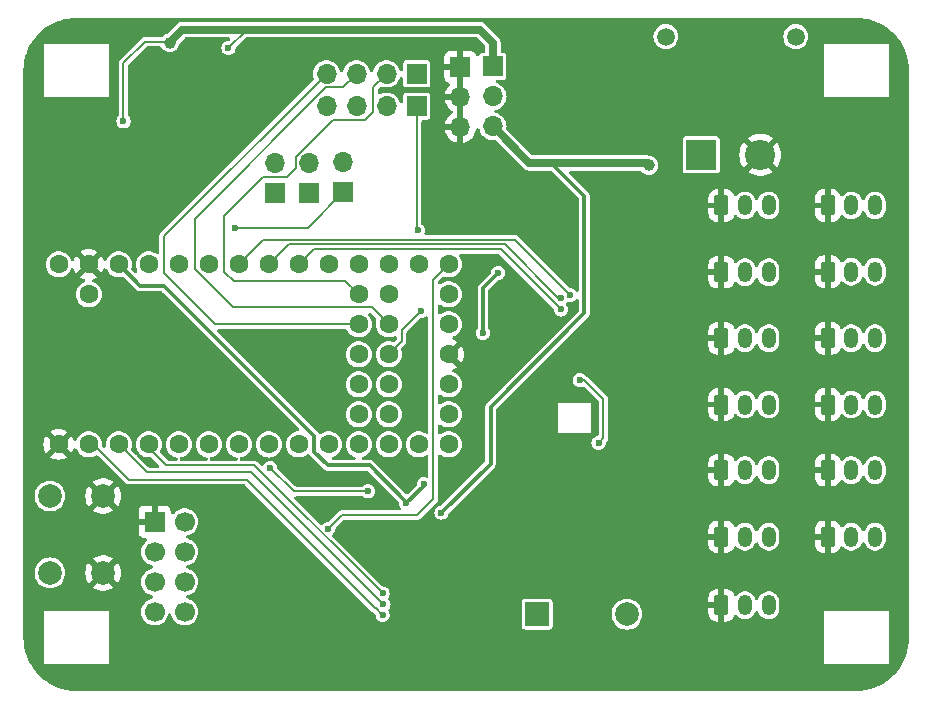
<source format=gbr>
%TF.GenerationSoftware,KiCad,Pcbnew,8.0.8*%
%TF.CreationDate,2025-01-20T15:00:34+07:00*%
%TF.ProjectId,Teensy4.0,5465656e-7379-4342-9e30-2e6b69636164,rev?*%
%TF.SameCoordinates,Original*%
%TF.FileFunction,Copper,L4,Bot*%
%TF.FilePolarity,Positive*%
%FSLAX46Y46*%
G04 Gerber Fmt 4.6, Leading zero omitted, Abs format (unit mm)*
G04 Created by KiCad (PCBNEW 8.0.8) date 2025-01-20 15:00:34*
%MOMM*%
%LPD*%
G01*
G04 APERTURE LIST*
G04 Aperture macros list*
%AMRoundRect*
0 Rectangle with rounded corners*
0 $1 Rounding radius*
0 $2 $3 $4 $5 $6 $7 $8 $9 X,Y pos of 4 corners*
0 Add a 4 corners polygon primitive as box body*
4,1,4,$2,$3,$4,$5,$6,$7,$8,$9,$2,$3,0*
0 Add four circle primitives for the rounded corners*
1,1,$1+$1,$2,$3*
1,1,$1+$1,$4,$5*
1,1,$1+$1,$6,$7*
1,1,$1+$1,$8,$9*
0 Add four rect primitives between the rounded corners*
20,1,$1+$1,$2,$3,$4,$5,0*
20,1,$1+$1,$4,$5,$6,$7,0*
20,1,$1+$1,$6,$7,$8,$9,0*
20,1,$1+$1,$8,$9,$2,$3,0*%
G04 Aperture macros list end*
%TA.AperFunction,ComponentPad*%
%ADD10RoundRect,0.250000X-0.350000X-0.625000X0.350000X-0.625000X0.350000X0.625000X-0.350000X0.625000X0*%
%TD*%
%TA.AperFunction,ComponentPad*%
%ADD11O,1.200000X1.750000*%
%TD*%
%TA.AperFunction,ComponentPad*%
%ADD12R,2.000000X2.000000*%
%TD*%
%TA.AperFunction,ComponentPad*%
%ADD13C,2.000000*%
%TD*%
%TA.AperFunction,ComponentPad*%
%ADD14R,1.700000X1.700000*%
%TD*%
%TA.AperFunction,ComponentPad*%
%ADD15O,1.700000X1.700000*%
%TD*%
%TA.AperFunction,ComponentPad*%
%ADD16C,1.700000*%
%TD*%
%TA.AperFunction,ComponentPad*%
%ADD17C,1.600000*%
%TD*%
%TA.AperFunction,ComponentPad*%
%ADD18C,2.550000*%
%TD*%
%TA.AperFunction,ComponentPad*%
%ADD19R,2.550000X2.550000*%
%TD*%
%TA.AperFunction,ComponentPad*%
%ADD20C,1.508000*%
%TD*%
%TA.AperFunction,ViaPad*%
%ADD21C,1.000000*%
%TD*%
%TA.AperFunction,ViaPad*%
%ADD22C,0.600000*%
%TD*%
%TA.AperFunction,Conductor*%
%ADD23C,0.700000*%
%TD*%
%TA.AperFunction,Conductor*%
%ADD24C,0.200000*%
%TD*%
%TA.AperFunction,Conductor*%
%ADD25C,0.300000*%
%TD*%
G04 APERTURE END LIST*
D10*
%TO.P,servo1,1,Pin_1*%
%TO.N,GND*%
X172600000Y-102250000D03*
D11*
%TO.P,servo1,2,Pin_2*%
%TO.N,VCC*%
X174600000Y-102250000D03*
%TO.P,servo1,3,Pin_3*%
%TO.N,Net-(IC2-A2)*%
X176600000Y-102250000D03*
%TD*%
D12*
%TO.P,BZ1,1,+*%
%TO.N,+5V*%
X148000000Y-120000000D03*
D13*
%TO.P,BZ1,2,-*%
%TO.N,Net-(BZ1--)*%
X155600000Y-120000000D03*
%TD*%
D14*
%TO.P,J1,1,Pin_1*%
%TO.N,Net-(J1-Pin_1)*%
X137790000Y-74250000D03*
D15*
%TO.P,J1,2,Pin_2*%
%TO.N,Net-(J1-Pin_2)*%
X135250000Y-74250000D03*
%TO.P,J1,3,Pin_3*%
%TO.N,Net-(J1-Pin_3)*%
X132710000Y-74250000D03*
%TO.P,J1,4,Pin_4*%
%TO.N,Net-(J1-Pin_4)*%
X130170000Y-74250000D03*
%TD*%
D10*
%TO.P,servo13,1,Pin_1*%
%TO.N,GND*%
X172600000Y-96650000D03*
D11*
%TO.P,servo13,2,Pin_2*%
%TO.N,VCC*%
X174600000Y-96650000D03*
%TO.P,servo13,3,Pin_3*%
%TO.N,Net-(IC2-A2)*%
X176600000Y-96650000D03*
%TD*%
D14*
%TO.P,U2,1,GND*%
%TO.N,GND*%
X115610500Y-112175000D03*
D16*
%TO.P,U2,2,VCC*%
%TO.N,+3V3*%
X118150500Y-112175000D03*
%TO.P,U2,3,CE*%
%TO.N,/NRF_CE*%
X115610500Y-114715000D03*
%TO.P,U2,4,~{CSN}*%
%TO.N,/NRF_CSN*%
X118150500Y-114715000D03*
%TO.P,U2,5,SCK*%
%TO.N,/NRF_SCK*%
X115610500Y-117255000D03*
%TO.P,U2,6,MOSI*%
%TO.N,/NRF_MOSI*%
X118150500Y-117255000D03*
%TO.P,U2,7,MISO*%
%TO.N,/NRF_MISO*%
X115610500Y-119795000D03*
%TO.P,U2,8,IRQ*%
%TO.N,unconnected-(U2-IRQ-Pad8)*%
X118150500Y-119795000D03*
%TD*%
D10*
%TO.P,servo11,1,Pin_1*%
%TO.N,GND*%
X172600000Y-85400000D03*
D11*
%TO.P,servo11,2,Pin_2*%
%TO.N,VCC*%
X174600000Y-85400000D03*
%TO.P,servo11,3,Pin_3*%
%TO.N,Net-(IC2-A2)*%
X176600000Y-85400000D03*
%TD*%
D10*
%TO.P,servo5,1,Pin_1*%
%TO.N,GND*%
X163600000Y-107800000D03*
D11*
%TO.P,servo5,2,Pin_2*%
%TO.N,VCC*%
X165600000Y-107800000D03*
%TO.P,servo5,3,Pin_3*%
%TO.N,Net-(IC2-A2)*%
X167600000Y-107800000D03*
%TD*%
D10*
%TO.P,servo4,1,Pin_1*%
%TO.N,GND*%
X163600000Y-119250000D03*
D11*
%TO.P,servo4,2,Pin_2*%
%TO.N,VCC*%
X165600000Y-119250000D03*
%TO.P,servo4,3,Pin_3*%
%TO.N,Net-(IC2-A2)*%
X167600000Y-119250000D03*
%TD*%
D14*
%TO.P,5V,1,Pin_1*%
%TO.N,+5V*%
X144250000Y-73630000D03*
D15*
%TO.P,5V,2,Pin_2*%
X144250000Y-76170000D03*
%TO.P,5V,3,Pin_3*%
X144250000Y-78710000D03*
%TD*%
D10*
%TO.P,servo2,1,Pin_1*%
%TO.N,GND*%
X163600000Y-113450000D03*
D11*
%TO.P,servo2,2,Pin_2*%
%TO.N,VCC*%
X165600000Y-113450000D03*
%TO.P,servo2,3,Pin_3*%
%TO.N,Net-(IC2-A2)*%
X167600000Y-113450000D03*
%TD*%
D14*
%TO.P,S4,1,Pin_1*%
%TO.N,/serial_rx4*%
X125800000Y-84300000D03*
D15*
%TO.P,S4,2,Pin_2*%
%TO.N,/serial_tx4*%
X125800000Y-81760000D03*
%TD*%
D10*
%TO.P,servo10,1,Pin_1*%
%TO.N,GND*%
X163600000Y-102250000D03*
D11*
%TO.P,servo10,2,Pin_2*%
%TO.N,VCC*%
X165600000Y-102250000D03*
%TO.P,servo10,3,Pin_3*%
%TO.N,Net-(IC2-A2)*%
X167600000Y-102250000D03*
%TD*%
D14*
%TO.P,S2,1,Pin_1*%
%TO.N,/serial_rx2*%
X131600000Y-84275000D03*
D15*
%TO.P,S2,2,Pin_2*%
%TO.N,/serial_tx2*%
X131600000Y-81735000D03*
%TD*%
D17*
%TO.P,U1,1,GND*%
%TO.N,GND*%
X107490000Y-105620000D03*
%TO.P,U1,2,0_RX1_CRX2_CS1*%
%TO.N,/servo_rx*%
X110030000Y-105620000D03*
%TO.P,U1,3,1_TX1_CTX2_MISO1*%
%TO.N,/servo_tx*%
X112570000Y-105620000D03*
%TO.P,U1,4,2_OUT2*%
%TO.N,/servo_dir*%
X115110000Y-105620000D03*
%TO.P,U1,5,3_LRCLK2*%
%TO.N,/button*%
X117650000Y-105620000D03*
%TO.P,U1,6,4_BCLK2*%
%TO.N,/buzzer*%
X120190000Y-105620000D03*
%TO.P,U1,7,5_IN2*%
%TO.N,unconnected-(U1-5_IN2-Pad7)*%
X122730000Y-105620000D03*
%TO.P,U1,8,6_OUT1D*%
%TO.N,unconnected-(U1-6_OUT1D-Pad8)*%
X125270000Y-105620000D03*
%TO.P,U1,9,7_RX2_OUT1A*%
%TO.N,/serial_rx2*%
X127810000Y-105620000D03*
%TO.P,U1,10,8_TX2_IN1*%
%TO.N,/serial_tx2*%
X130350000Y-105620000D03*
%TO.P,U1,11,9_OUT1C*%
%TO.N,/NRF_CE*%
X132890000Y-105620000D03*
%TO.P,U1,12,10_CS_MQSR*%
%TO.N,/NRF_CSN*%
X135430000Y-105620000D03*
%TO.P,U1,13,11_MOSI_CTX1*%
%TO.N,/NRF_MOSI*%
X137970000Y-105620000D03*
%TO.P,U1,14,12_MISO_MQSL*%
%TO.N,/NRF_MISO*%
X140510000Y-105620000D03*
%TO.P,U1,15,VBAT*%
%TO.N,unconnected-(U1-VBAT-Pad15)*%
X140510000Y-103080000D03*
%TO.P,U1,16,3V3*%
%TO.N,unconnected-(U1-3V3-Pad16)*%
X140510000Y-100540000D03*
%TO.P,U1,17,GND*%
%TO.N,GND*%
X140510000Y-98000000D03*
%TO.P,U1,18,PROGRAM*%
%TO.N,unconnected-(U1-PROGRAM-Pad18)*%
X140510000Y-95460000D03*
%TO.P,U1,19,ON_OFF*%
%TO.N,unconnected-(U1-ON_OFF-Pad19)*%
X140510000Y-92920000D03*
%TO.P,U1,20,13_SCK_CRX1_LED*%
%TO.N,/NRF_SCK*%
X140510000Y-90380000D03*
%TO.P,U1,21,14_A0_TX3_SPDIF_OUT*%
%TO.N,/serial_tx3*%
X137970000Y-90380000D03*
%TO.P,U1,22,15_A1_RX3_SPDIF_IN*%
%TO.N,/serial_rx3*%
X135430000Y-90380000D03*
%TO.P,U1,23,16_A2_RX4_SCL1*%
%TO.N,/serial_rx4*%
X132890000Y-90380000D03*
%TO.P,U1,24,17_A3_TX4_SDA1*%
%TO.N,/serial_tx4*%
X130350000Y-90380000D03*
%TO.P,U1,25,18_A4_SDA0*%
%TO.N,/SDA*%
X127810000Y-90380000D03*
%TO.P,U1,26,19_A5_SCL0*%
%TO.N,/SCL*%
X125270000Y-90380000D03*
%TO.P,U1,27,20_A6_TX5_LRCLK1*%
%TO.N,/ICM_INT*%
X122730000Y-90380000D03*
%TO.P,U1,28,21_A7_RX5_BCLK1*%
%TO.N,unconnected-(U1-21_A7_RX5_BCLK1-Pad28)*%
X120190000Y-90380000D03*
%TO.P,U1,29,22_A8_CTX1*%
%TO.N,unconnected-(U1-22_A8_CTX1-Pad29)*%
X117650000Y-90380000D03*
%TO.P,U1,30,23_A9_CRX1_MCLK1*%
%TO.N,unconnected-(U1-23_A9_CRX1_MCLK1-Pad30)*%
X115110000Y-90380000D03*
%TO.P,U1,31,3V3*%
%TO.N,+3V3*%
X112570000Y-90380000D03*
%TO.P,U1,32,GND*%
%TO.N,GND*%
X110030000Y-90380000D03*
%TO.P,U1,33,VIN*%
%TO.N,+5V*%
X107490000Y-90380000D03*
%TO.P,U1,34,VUSB*%
%TO.N,unconnected-(U1-VUSB-Pad34)*%
X110030000Y-92920000D03*
%TO.P,U1,35,24_A10_TX6_SCL2*%
%TO.N,Net-(J1-Pin_1)*%
X135430000Y-92920000D03*
%TO.P,U1,36,25_A11_RX6_SDA2*%
%TO.N,Net-(J1-Pin_2)*%
X132890000Y-92920000D03*
%TO.P,U1,37,26_A12_MOSI1*%
%TO.N,Net-(J1-Pin_3)*%
X135430000Y-95460000D03*
%TO.P,U1,38,27_A13_SCK1*%
%TO.N,Net-(J1-Pin_4)*%
X132890000Y-95460000D03*
%TO.P,U1,39,28_RX7*%
%TO.N,Net-(J2-Pin_1)*%
X135430000Y-98000000D03*
%TO.P,U1,40,29_TX7*%
%TO.N,Net-(J2-Pin_2)*%
X132890000Y-98000000D03*
%TO.P,U1,41,30_CRX3*%
%TO.N,Net-(J2-Pin_3)*%
X135430000Y-100540000D03*
%TO.P,U1,42,31_CTX3*%
%TO.N,Net-(J2-Pin_4)*%
X132890000Y-100540000D03*
%TO.P,U1,43,32_OUT1B*%
%TO.N,unconnected-(U1-32_OUT1B-Pad43)*%
X135430000Y-103080000D03*
%TO.P,U1,44,33_MCLK2*%
%TO.N,unconnected-(U1-33_MCLK2-Pad44)*%
X132890000Y-103080000D03*
%TD*%
D10*
%TO.P,servo3,1,Pin_1*%
%TO.N,GND*%
X163600000Y-96650000D03*
D11*
%TO.P,servo3,2,Pin_2*%
%TO.N,VCC*%
X165600000Y-96650000D03*
%TO.P,servo3,3,Pin_3*%
%TO.N,Net-(IC2-A2)*%
X167600000Y-96650000D03*
%TD*%
D10*
%TO.P,servo9,1,Pin_1*%
%TO.N,GND*%
X172600000Y-91000000D03*
D11*
%TO.P,servo9,2,Pin_2*%
%TO.N,VCC*%
X174600000Y-91000000D03*
%TO.P,servo9,3,Pin_3*%
%TO.N,Net-(IC2-A2)*%
X176600000Y-91000000D03*
%TD*%
D13*
%TO.P,button1,1,1*%
%TO.N,/button*%
X106750000Y-116500000D03*
X106750000Y-110000000D03*
%TO.P,button1,2,2*%
%TO.N,GND*%
X111250000Y-116500000D03*
X111250000Y-110000000D03*
%TD*%
D14*
%TO.P,J2,1,Pin_1*%
%TO.N,Net-(J2-Pin_1)*%
X137790000Y-77000000D03*
D15*
%TO.P,J2,2,Pin_2*%
%TO.N,Net-(J2-Pin_2)*%
X135250000Y-77000000D03*
%TO.P,J2,3,Pin_3*%
%TO.N,Net-(J2-Pin_3)*%
X132710000Y-77000000D03*
%TO.P,J2,4,Pin_4*%
%TO.N,Net-(J2-Pin_4)*%
X130170000Y-77000000D03*
%TD*%
D14*
%TO.P,S3,1,Pin_1*%
%TO.N,/serial_rx3*%
X128700000Y-84300000D03*
D15*
%TO.P,S3,2,Pin_2*%
%TO.N,/serial_tx3*%
X128700000Y-81760000D03*
%TD*%
D18*
%TO.P,Main Power,N,N*%
%TO.N,GND*%
X166900000Y-81105750D03*
D19*
%TO.P,Main Power,P,P*%
%TO.N,VCC*%
X161900000Y-81105750D03*
D20*
%TO.P,Main Power,S1*%
%TO.N,N/C*%
X169900000Y-71105750D03*
%TO.P,Main Power,S2*%
X158900000Y-71105750D03*
%TD*%
D10*
%TO.P,servo12,1,Pin_1*%
%TO.N,GND*%
X163600000Y-91050000D03*
D11*
%TO.P,servo12,2,Pin_2*%
%TO.N,VCC*%
X165600000Y-91050000D03*
%TO.P,servo12,3,Pin_3*%
%TO.N,Net-(IC2-A2)*%
X167600000Y-91050000D03*
%TD*%
D10*
%TO.P,servo8,1,Pin_1*%
%TO.N,GND*%
X172600000Y-113450000D03*
D11*
%TO.P,servo8,2,Pin_2*%
%TO.N,VCC*%
X174600000Y-113450000D03*
%TO.P,servo8,3,Pin_3*%
%TO.N,Net-(IC2-A2)*%
X176600000Y-113450000D03*
%TD*%
D10*
%TO.P,servo6,1,Pin_1*%
%TO.N,GND*%
X163600000Y-85400000D03*
D11*
%TO.P,servo6,2,Pin_2*%
%TO.N,VCC*%
X165600000Y-85400000D03*
%TO.P,servo6,3,Pin_3*%
%TO.N,Net-(IC2-A2)*%
X167600000Y-85400000D03*
%TD*%
D10*
%TO.P,servo7,1,Pin_1*%
%TO.N,GND*%
X172600000Y-107800000D03*
D11*
%TO.P,servo7,2,Pin_2*%
%TO.N,VCC*%
X174600000Y-107800000D03*
%TO.P,servo7,3,Pin_3*%
%TO.N,Net-(IC2-A2)*%
X176600000Y-107800000D03*
%TD*%
D14*
%TO.P,GND,1,Pin_1*%
%TO.N,GND*%
X141500000Y-73670000D03*
D15*
%TO.P,GND,2,Pin_2*%
X141500000Y-76210000D03*
%TO.P,GND,3,Pin_3*%
X141500000Y-78750000D03*
%TD*%
D21*
%TO.N,+5V*%
X157461715Y-82005718D03*
D22*
X139900000Y-111400000D03*
X121864000Y-72080000D03*
D21*
X116900000Y-71625002D03*
D22*
X112973718Y-78273718D03*
D21*
%TO.N,GND*%
X171750000Y-70500000D03*
D22*
X148800000Y-94200000D03*
X138430000Y-97028000D03*
X142500000Y-83500000D03*
D21*
X120586890Y-75413110D03*
X112268000Y-82042000D03*
X138587499Y-119031000D03*
X149000000Y-88500000D03*
D22*
X107950000Y-107442000D03*
X154900000Y-112100000D03*
D21*
X151178000Y-97422000D03*
X121800000Y-103100000D03*
X128400000Y-108200000D03*
X112500000Y-71000000D03*
X108966000Y-115570000D03*
X158800000Y-91400000D03*
X136500000Y-124000000D03*
X128300000Y-120700000D03*
X167300000Y-125100000D03*
D22*
X122936000Y-72644000D03*
D21*
X106500000Y-78000000D03*
X115570000Y-86868000D03*
X175100000Y-80800000D03*
X121700000Y-110000000D03*
D22*
X134400000Y-113000000D03*
D21*
X149000000Y-84000000D03*
D22*
X135600500Y-120762000D03*
D21*
X115500000Y-93900000D03*
X146100000Y-106700000D03*
D22*
X108966000Y-104140000D03*
D21*
X147500000Y-77500000D03*
X128900000Y-102300000D03*
X111250000Y-125500000D03*
X159900000Y-105300000D03*
X178250000Y-77750000D03*
D22*
X158000000Y-101500000D03*
X120373718Y-80725002D03*
X138600000Y-117200000D03*
X138430000Y-99949000D03*
X142800000Y-115200000D03*
X122073718Y-80725002D03*
D21*
X151900000Y-119000000D03*
X105250000Y-119000000D03*
X150500000Y-91000000D03*
X155900000Y-70800000D03*
X147500000Y-111500000D03*
X107700000Y-95100000D03*
X126492000Y-75692000D03*
X178500000Y-118000000D03*
X164400000Y-72900000D03*
X159000000Y-123000000D03*
D22*
X110490000Y-88392000D03*
D21*
X116500000Y-124300000D03*
X118200000Y-78700000D03*
X159000000Y-116200000D03*
D22*
%TO.N,+3V3*%
X138400000Y-109000000D03*
X136906000Y-110600000D03*
%TO.N,+1V8*%
X143400000Y-96200000D03*
X144700000Y-91100000D03*
%TO.N,Net-(J2-Pin_1)*%
X137900000Y-87500000D03*
X138200000Y-94300000D03*
%TO.N,/SDA*%
X150000000Y-94200000D03*
%TO.N,/SCL*%
X150000000Y-93200000D03*
%TO.N,/buzzer*%
X133700000Y-109600000D03*
X125400000Y-107600000D03*
%TO.N,/serial_rx2*%
X122400000Y-87300000D03*
%TO.N,/servo_tx*%
X134981250Y-119181250D03*
%TO.N,/NRF_SCK*%
X130302000Y-112776000D03*
%TO.N,/servo_dir*%
X134912500Y-118250000D03*
%TO.N,/servo_rx*%
X134912500Y-120050000D03*
%TO.N,/ICM_INT*%
X150800000Y-93000000D03*
%TO.N,/INT_1V8*%
X153200000Y-105500000D03*
X151600000Y-100200000D03*
%TD*%
D23*
%TO.N,+5V*%
X144250000Y-71606000D02*
X143144000Y-70500000D01*
D24*
X112973718Y-78273718D02*
X112973718Y-73325002D01*
X121864000Y-72080000D02*
X123444000Y-70500000D01*
D23*
X157461715Y-82005718D02*
X157255997Y-81800000D01*
X157255997Y-81800000D02*
X149200000Y-81800000D01*
D25*
X144050000Y-102450000D02*
X152000000Y-94500000D01*
D23*
X143144000Y-70500000D02*
X123444000Y-70500000D01*
D24*
X112973718Y-73325002D02*
X114773718Y-71525002D01*
D23*
X149200000Y-81800000D02*
X147340000Y-81800000D01*
D24*
X114773718Y-71525002D02*
X116900000Y-71525002D01*
D23*
X117925002Y-70500000D02*
X116900000Y-71525002D01*
X123444000Y-70500000D02*
X117925002Y-70500000D01*
X147340000Y-81800000D02*
X144250000Y-78710000D01*
X144250000Y-73630000D02*
X144250000Y-71606000D01*
D25*
X152000000Y-94500000D02*
X152000000Y-84600000D01*
X144050000Y-107250000D02*
X144050000Y-102450000D01*
X139900000Y-111400000D02*
X144050000Y-107250000D01*
X152000000Y-84600000D02*
X149200000Y-81800000D01*
%TO.N,+3V3*%
X114390000Y-92200000D02*
X112570000Y-90380000D01*
X133816000Y-107400000D02*
X130263654Y-107400000D01*
X136906000Y-110490000D02*
X133816000Y-107400000D01*
X129100000Y-104900000D02*
X116400000Y-92200000D01*
X130263654Y-107400000D02*
X129100000Y-106236346D01*
X138400000Y-109000000D02*
X138400000Y-109125000D01*
X136925000Y-110600000D02*
X136906000Y-110600000D01*
X116400000Y-92200000D02*
X114390000Y-92200000D01*
X129100000Y-106236346D02*
X129100000Y-104900000D01*
X136906000Y-110600000D02*
X136906000Y-110490000D01*
X138400000Y-109125000D02*
X136925000Y-110600000D01*
%TO.N,+1V8*%
X143400000Y-96200000D02*
X143400000Y-92400000D01*
X143400000Y-92400000D02*
X144700000Y-91100000D01*
D24*
%TO.N,Net-(J1-Pin_4)*%
X132890000Y-95460000D02*
X120760000Y-95460000D01*
X120760000Y-95460000D02*
X116400000Y-91100000D01*
X116400000Y-88020000D02*
X130170000Y-74250000D01*
X116400000Y-91100000D02*
X116400000Y-88020000D01*
%TO.N,Net-(J1-Pin_2)*%
X121500000Y-86300000D02*
X124800000Y-83000000D01*
X134100000Y-75400000D02*
X135250000Y-74250000D01*
X133426346Y-78150000D02*
X134100000Y-77476346D01*
X131770000Y-91800000D02*
X122300000Y-91800000D01*
X126786346Y-83000000D02*
X127550000Y-82236346D01*
X122300000Y-91800000D02*
X121500000Y-91000000D01*
X127550000Y-81283654D02*
X130683654Y-78150000D01*
X134100000Y-77476346D02*
X134100000Y-75400000D01*
X121500000Y-91000000D02*
X121500000Y-86300000D01*
X124800000Y-83000000D02*
X126786346Y-83000000D01*
X130683654Y-78150000D02*
X133426346Y-78150000D01*
X132890000Y-92920000D02*
X131770000Y-91800000D01*
X127550000Y-82236346D02*
X127550000Y-81283654D01*
%TO.N,Net-(J1-Pin_3)*%
X119000000Y-86543654D02*
X130143654Y-75400000D01*
X130143654Y-75400000D02*
X131560000Y-75400000D01*
X122274365Y-94020000D02*
X119000000Y-90745635D01*
X133990000Y-94020000D02*
X122274365Y-94020000D01*
X119000000Y-90745635D02*
X119000000Y-86543654D01*
X135430000Y-95460000D02*
X133990000Y-94020000D01*
X131560000Y-75400000D02*
X132710000Y-74250000D01*
%TO.N,Net-(J2-Pin_1)*%
X135430000Y-98000000D02*
X136530000Y-96900000D01*
X136530000Y-96900000D02*
X136530000Y-95970000D01*
X136530000Y-95970000D02*
X138200000Y-94300000D01*
X137790000Y-87390000D02*
X137790000Y-77000000D01*
X137900000Y-87500000D02*
X137790000Y-87390000D01*
%TO.N,/SDA*%
X127810000Y-90380000D02*
X129090000Y-89100000D01*
X129090000Y-89100000D02*
X144900000Y-89100000D01*
X144900000Y-89100000D02*
X150000000Y-94200000D01*
%TO.N,/SCL*%
X150000000Y-93200000D02*
X149800000Y-93200000D01*
X145300000Y-88700000D02*
X126950000Y-88700000D01*
X126950000Y-88700000D02*
X125270000Y-90380000D01*
X149800000Y-93200000D02*
X145300000Y-88700000D01*
%TO.N,/buzzer*%
X133700000Y-109600000D02*
X127400000Y-109600000D01*
X127400000Y-109600000D02*
X125400000Y-107600000D01*
%TO.N,/serial_rx2*%
X128575000Y-87300000D02*
X131600000Y-84275000D01*
X122400000Y-87300000D02*
X128575000Y-87300000D01*
%TO.N,/servo_tx*%
X134981250Y-119181250D02*
X123800000Y-108000000D01*
X123800000Y-108000000D02*
X114950000Y-108000000D01*
X114950000Y-108000000D02*
X112570000Y-105620000D01*
%TO.N,/NRF_SCK*%
X131478000Y-111600000D02*
X137828000Y-111600000D01*
X137828000Y-111600000D02*
X139200000Y-110228000D01*
X139200000Y-110228000D02*
X139200000Y-91690000D01*
X139200000Y-91690000D02*
X140510000Y-90380000D01*
X130302000Y-112776000D02*
X131478000Y-111600000D01*
%TO.N,/servo_dir*%
X115110000Y-105620000D02*
X115110000Y-105910000D01*
X115110000Y-105910000D02*
X116600000Y-107400000D01*
X124062500Y-107400000D02*
X134912500Y-118250000D01*
X116600000Y-107400000D02*
X124062500Y-107400000D01*
%TO.N,/servo_rx*%
X134863971Y-120050000D02*
X134912500Y-120050000D01*
X113400000Y-108600000D02*
X123400000Y-108600000D01*
X110030000Y-105620000D02*
X110420000Y-105620000D01*
X134312500Y-119498529D02*
X134863971Y-120050000D01*
X123400000Y-108600000D02*
X134298529Y-119498529D01*
X110420000Y-105620000D02*
X113400000Y-108600000D01*
%TO.N,/ICM_INT*%
X150800000Y-93000000D02*
X146100000Y-88300000D01*
X146100000Y-88300000D02*
X124810000Y-88300000D01*
X124810000Y-88300000D02*
X122730000Y-90380000D01*
%TO.N,/INT_1V8*%
X153200000Y-105500000D02*
X153600000Y-105100000D01*
X153600000Y-101802000D02*
X151998000Y-100200000D01*
X151998000Y-100200000D02*
X151600000Y-100200000D01*
X153600000Y-105100000D02*
X153600000Y-101802000D01*
%TD*%
%TA.AperFunction,Conductor*%
%TO.N,GND*%
G36*
X133905802Y-94517620D02*
G01*
X133953083Y-94549476D01*
X134351886Y-94948279D01*
X134390450Y-95015074D01*
X134390450Y-95092202D01*
X134389839Y-95094414D01*
X134343602Y-95256921D01*
X134324785Y-95459995D01*
X134324785Y-95460004D01*
X134343602Y-95663078D01*
X134343602Y-95663080D01*
X134343603Y-95663083D01*
X134355780Y-95705879D01*
X134399416Y-95859245D01*
X134399417Y-95859247D01*
X134399418Y-95859250D01*
X134421771Y-95904141D01*
X134490328Y-96041823D01*
X134561366Y-96135892D01*
X134613236Y-96204579D01*
X134702889Y-96286308D01*
X134763958Y-96341980D01*
X134763963Y-96341984D01*
X134937356Y-96449344D01*
X134937367Y-96449350D01*
X134992319Y-96470638D01*
X135127544Y-96523024D01*
X135328024Y-96560500D01*
X135328027Y-96560500D01*
X135531973Y-96560500D01*
X135531976Y-96560500D01*
X135732456Y-96523024D01*
X135922637Y-96449348D01*
X135922639Y-96449346D01*
X135926675Y-96447783D01*
X136003355Y-96439484D01*
X136073911Y-96470638D01*
X136119438Y-96532896D01*
X136129500Y-96586721D01*
X136129500Y-96672388D01*
X136109538Y-96746888D01*
X136085859Y-96777747D01*
X135941063Y-96922542D01*
X135874268Y-96961106D01*
X135797139Y-96961106D01*
X135781882Y-96956122D01*
X135732464Y-96936978D01*
X135732457Y-96936976D01*
X135732456Y-96936976D01*
X135692360Y-96929480D01*
X135531980Y-96899500D01*
X135531976Y-96899500D01*
X135328024Y-96899500D01*
X135328019Y-96899500D01*
X135127544Y-96936976D01*
X135127537Y-96936978D01*
X134937367Y-97010649D01*
X134937356Y-97010655D01*
X134763963Y-97118015D01*
X134763958Y-97118019D01*
X134613234Y-97255423D01*
X134490328Y-97418176D01*
X134399416Y-97600754D01*
X134343602Y-97796921D01*
X134324785Y-97999995D01*
X134324785Y-98000004D01*
X134343602Y-98203078D01*
X134343602Y-98203080D01*
X134343603Y-98203083D01*
X134350296Y-98226606D01*
X134399416Y-98399245D01*
X134399417Y-98399247D01*
X134399418Y-98399250D01*
X134474482Y-98550000D01*
X134490328Y-98581823D01*
X134543689Y-98652484D01*
X134613236Y-98744579D01*
X134763958Y-98881980D01*
X134763963Y-98881984D01*
X134937356Y-98989344D01*
X134937367Y-98989350D01*
X135053332Y-99034274D01*
X135127544Y-99063024D01*
X135328024Y-99100500D01*
X135328027Y-99100500D01*
X135531973Y-99100500D01*
X135531976Y-99100500D01*
X135732456Y-99063024D01*
X135922637Y-98989348D01*
X136096041Y-98881981D01*
X136246764Y-98744579D01*
X136369673Y-98581821D01*
X136460582Y-98399250D01*
X136516397Y-98203083D01*
X136526851Y-98090259D01*
X136535215Y-98000004D01*
X136535215Y-97999995D01*
X136524760Y-97887176D01*
X136516397Y-97796917D01*
X136470159Y-97634412D01*
X136468972Y-97557294D01*
X136506503Y-97489913D01*
X136508037Y-97488354D01*
X136850480Y-97145913D01*
X136903207Y-97054588D01*
X136930500Y-96952727D01*
X136930500Y-96847273D01*
X136930500Y-96197610D01*
X136950462Y-96123110D01*
X136974141Y-96092251D01*
X137509733Y-95556659D01*
X138118990Y-94947401D01*
X138185783Y-94908839D01*
X138204899Y-94905037D01*
X138356757Y-94885045D01*
X138356758Y-94885044D01*
X138356762Y-94885044D01*
X138502841Y-94824536D01*
X138559795Y-94780833D01*
X138631051Y-94751318D01*
X138707519Y-94761385D01*
X138768709Y-94808337D01*
X138798225Y-94879594D01*
X138799500Y-94899043D01*
X138799500Y-104571722D01*
X138779538Y-104646222D01*
X138725000Y-104700760D01*
X138650500Y-104720722D01*
X138576000Y-104700760D01*
X138572062Y-104698405D01*
X138479259Y-104640944D01*
X138462637Y-104630652D01*
X138462635Y-104630651D01*
X138462632Y-104630649D01*
X138272462Y-104556978D01*
X138272458Y-104556977D01*
X138272456Y-104556976D01*
X138232360Y-104549480D01*
X138071980Y-104519500D01*
X138071976Y-104519500D01*
X137868024Y-104519500D01*
X137868019Y-104519500D01*
X137667544Y-104556976D01*
X137667537Y-104556978D01*
X137477367Y-104630649D01*
X137477356Y-104630655D01*
X137303963Y-104738015D01*
X137303958Y-104738019D01*
X137153234Y-104875423D01*
X137030328Y-105038176D01*
X136939416Y-105220754D01*
X136883602Y-105416921D01*
X136864785Y-105619995D01*
X136864785Y-105620004D01*
X136883602Y-105823078D01*
X136883602Y-105823080D01*
X136883603Y-105823083D01*
X136890296Y-105846606D01*
X136939416Y-106019245D01*
X136939417Y-106019247D01*
X136939418Y-106019250D01*
X137009619Y-106160234D01*
X137030328Y-106201823D01*
X137083688Y-106272483D01*
X137153236Y-106364579D01*
X137254464Y-106456860D01*
X137303958Y-106501980D01*
X137303963Y-106501984D01*
X137477356Y-106609344D01*
X137477367Y-106609350D01*
X137593332Y-106654274D01*
X137667544Y-106683024D01*
X137868024Y-106720500D01*
X137868027Y-106720500D01*
X138071973Y-106720500D01*
X138071976Y-106720500D01*
X138272456Y-106683024D01*
X138462637Y-106609348D01*
X138572063Y-106541594D01*
X138645911Y-106519348D01*
X138720991Y-106537006D01*
X138777182Y-106589838D01*
X138799429Y-106663688D01*
X138799500Y-106668277D01*
X138799500Y-108292507D01*
X138779538Y-108367007D01*
X138725000Y-108421545D01*
X138650500Y-108441507D01*
X138593482Y-108430166D01*
X138556757Y-108414954D01*
X138400003Y-108394318D01*
X138399997Y-108394318D01*
X138243242Y-108414954D01*
X138097159Y-108475463D01*
X137971718Y-108571717D01*
X137971717Y-108571718D01*
X137875463Y-108697159D01*
X137814954Y-108843242D01*
X137794318Y-108999997D01*
X137795614Y-109009843D01*
X137785545Y-109086311D01*
X137753247Y-109134648D01*
X137075858Y-109812037D01*
X137009063Y-109850601D01*
X136931935Y-109850601D01*
X136865140Y-109812037D01*
X135483269Y-108430166D01*
X134092614Y-107039511D01*
X134092611Y-107039509D01*
X134092610Y-107039508D01*
X134027086Y-107001678D01*
X133989887Y-106980201D01*
X133964452Y-106973386D01*
X133964451Y-106973385D01*
X133875309Y-106949500D01*
X133301682Y-106949500D01*
X133227182Y-106929538D01*
X133172644Y-106875000D01*
X133152682Y-106800500D01*
X133172644Y-106726000D01*
X133227182Y-106671462D01*
X133247857Y-106661562D01*
X133382632Y-106609350D01*
X133382632Y-106609349D01*
X133382637Y-106609348D01*
X133556041Y-106501981D01*
X133706764Y-106364579D01*
X133829673Y-106201821D01*
X133920582Y-106019250D01*
X133976397Y-105823083D01*
X133986851Y-105710259D01*
X133995215Y-105620004D01*
X133995215Y-105619995D01*
X134324785Y-105619995D01*
X134324785Y-105620004D01*
X134343602Y-105823078D01*
X134343602Y-105823080D01*
X134343603Y-105823083D01*
X134350296Y-105846606D01*
X134399416Y-106019245D01*
X134399417Y-106019247D01*
X134399418Y-106019250D01*
X134469619Y-106160234D01*
X134490328Y-106201823D01*
X134543688Y-106272483D01*
X134613236Y-106364579D01*
X134714464Y-106456860D01*
X134763958Y-106501980D01*
X134763963Y-106501984D01*
X134937356Y-106609344D01*
X134937367Y-106609350D01*
X135053332Y-106654274D01*
X135127544Y-106683024D01*
X135328024Y-106720500D01*
X135328027Y-106720500D01*
X135531973Y-106720500D01*
X135531976Y-106720500D01*
X135732456Y-106683024D01*
X135922637Y-106609348D01*
X136096041Y-106501981D01*
X136246764Y-106364579D01*
X136369673Y-106201821D01*
X136460582Y-106019250D01*
X136516397Y-105823083D01*
X136526851Y-105710259D01*
X136535215Y-105620004D01*
X136535215Y-105619995D01*
X136520878Y-105465281D01*
X136516397Y-105416917D01*
X136460582Y-105220750D01*
X136369673Y-105038179D01*
X136246764Y-104875421D01*
X136096041Y-104738019D01*
X136096036Y-104738015D01*
X135922643Y-104630655D01*
X135922632Y-104630649D01*
X135732462Y-104556978D01*
X135732458Y-104556977D01*
X135732456Y-104556976D01*
X135692360Y-104549480D01*
X135531980Y-104519500D01*
X135531976Y-104519500D01*
X135328024Y-104519500D01*
X135328019Y-104519500D01*
X135127544Y-104556976D01*
X135127537Y-104556978D01*
X134937367Y-104630649D01*
X134937356Y-104630655D01*
X134763963Y-104738015D01*
X134763958Y-104738019D01*
X134613234Y-104875423D01*
X134490328Y-105038176D01*
X134399416Y-105220754D01*
X134343602Y-105416921D01*
X134324785Y-105619995D01*
X133995215Y-105619995D01*
X133980878Y-105465281D01*
X133976397Y-105416917D01*
X133920582Y-105220750D01*
X133829673Y-105038179D01*
X133706764Y-104875421D01*
X133556041Y-104738019D01*
X133556036Y-104738015D01*
X133382643Y-104630655D01*
X133382632Y-104630649D01*
X133192462Y-104556978D01*
X133192458Y-104556977D01*
X133192456Y-104556976D01*
X133152360Y-104549480D01*
X132991980Y-104519500D01*
X132991976Y-104519500D01*
X132788024Y-104519500D01*
X132788019Y-104519500D01*
X132587544Y-104556976D01*
X132587537Y-104556978D01*
X132397367Y-104630649D01*
X132397356Y-104630655D01*
X132223963Y-104738015D01*
X132223958Y-104738019D01*
X132073234Y-104875423D01*
X131950328Y-105038176D01*
X131859416Y-105220754D01*
X131803602Y-105416921D01*
X131784785Y-105619995D01*
X131784785Y-105620004D01*
X131803602Y-105823078D01*
X131803602Y-105823080D01*
X131803603Y-105823083D01*
X131810296Y-105846606D01*
X131859416Y-106019245D01*
X131859417Y-106019247D01*
X131859418Y-106019250D01*
X131929619Y-106160234D01*
X131950328Y-106201823D01*
X132003688Y-106272483D01*
X132073236Y-106364579D01*
X132174464Y-106456860D01*
X132223958Y-106501980D01*
X132223963Y-106501984D01*
X132397356Y-106609344D01*
X132397367Y-106609350D01*
X132532143Y-106661562D01*
X132594401Y-106707088D01*
X132625555Y-106777644D01*
X132617256Y-106854325D01*
X132571730Y-106916583D01*
X132501174Y-106947737D01*
X132478318Y-106949500D01*
X130761682Y-106949500D01*
X130687182Y-106929538D01*
X130632644Y-106875000D01*
X130612682Y-106800500D01*
X130632644Y-106726000D01*
X130687182Y-106671462D01*
X130707857Y-106661562D01*
X130842632Y-106609350D01*
X130842632Y-106609349D01*
X130842637Y-106609348D01*
X131016041Y-106501981D01*
X131166764Y-106364579D01*
X131289673Y-106201821D01*
X131380582Y-106019250D01*
X131436397Y-105823083D01*
X131446851Y-105710259D01*
X131455215Y-105620004D01*
X131455215Y-105619995D01*
X131440878Y-105465281D01*
X131436397Y-105416917D01*
X131380582Y-105220750D01*
X131289673Y-105038179D01*
X131166764Y-104875421D01*
X131016041Y-104738019D01*
X131016036Y-104738015D01*
X130842643Y-104630655D01*
X130842632Y-104630649D01*
X130652462Y-104556978D01*
X130652458Y-104556977D01*
X130652456Y-104556976D01*
X130612360Y-104549480D01*
X130451980Y-104519500D01*
X130451976Y-104519500D01*
X130248024Y-104519500D01*
X130248019Y-104519500D01*
X130047544Y-104556976D01*
X130047537Y-104556978D01*
X129857367Y-104630649D01*
X129857364Y-104630651D01*
X129698737Y-104728868D01*
X129624886Y-104751114D01*
X129549807Y-104733455D01*
X129493616Y-104680623D01*
X129491261Y-104676684D01*
X129460493Y-104623392D01*
X129460490Y-104623388D01*
X129460489Y-104623386D01*
X127917098Y-103079995D01*
X131784785Y-103079995D01*
X131784785Y-103080004D01*
X131803602Y-103283078D01*
X131859416Y-103479245D01*
X131859417Y-103479247D01*
X131859418Y-103479250D01*
X131926767Y-103614505D01*
X131950328Y-103661823D01*
X132031174Y-103768880D01*
X132073236Y-103824579D01*
X132187080Y-103928361D01*
X132223958Y-103961980D01*
X132223963Y-103961984D01*
X132397356Y-104069344D01*
X132397367Y-104069350D01*
X132513332Y-104114274D01*
X132587544Y-104143024D01*
X132788024Y-104180500D01*
X132788027Y-104180500D01*
X132991973Y-104180500D01*
X132991976Y-104180500D01*
X133192456Y-104143024D01*
X133382637Y-104069348D01*
X133556041Y-103961981D01*
X133706764Y-103824579D01*
X133829673Y-103661821D01*
X133920582Y-103479250D01*
X133976397Y-103283083D01*
X133993452Y-103099031D01*
X133995215Y-103080004D01*
X133995215Y-103079995D01*
X134324785Y-103079995D01*
X134324785Y-103080004D01*
X134343602Y-103283078D01*
X134399416Y-103479245D01*
X134399417Y-103479247D01*
X134399418Y-103479250D01*
X134466767Y-103614505D01*
X134490328Y-103661823D01*
X134571174Y-103768880D01*
X134613236Y-103824579D01*
X134727080Y-103928361D01*
X134763958Y-103961980D01*
X134763963Y-103961984D01*
X134937356Y-104069344D01*
X134937367Y-104069350D01*
X135053332Y-104114274D01*
X135127544Y-104143024D01*
X135328024Y-104180500D01*
X135328027Y-104180500D01*
X135531973Y-104180500D01*
X135531976Y-104180500D01*
X135732456Y-104143024D01*
X135922637Y-104069348D01*
X136096041Y-103961981D01*
X136246764Y-103824579D01*
X136369673Y-103661821D01*
X136460582Y-103479250D01*
X136516397Y-103283083D01*
X136533452Y-103099031D01*
X136535215Y-103080004D01*
X136535215Y-103079995D01*
X136516397Y-102876921D01*
X136516397Y-102876917D01*
X136460582Y-102680750D01*
X136369673Y-102498179D01*
X136356137Y-102480255D01*
X136288500Y-102390689D01*
X136246764Y-102335421D01*
X136096041Y-102198019D01*
X136096036Y-102198015D01*
X135922643Y-102090655D01*
X135922632Y-102090649D01*
X135732462Y-102016978D01*
X135732458Y-102016977D01*
X135732456Y-102016976D01*
X135692360Y-102009480D01*
X135531980Y-101979500D01*
X135531976Y-101979500D01*
X135328024Y-101979500D01*
X135328019Y-101979500D01*
X135127544Y-102016976D01*
X135127537Y-102016978D01*
X134937367Y-102090649D01*
X134937356Y-102090655D01*
X134763963Y-102198015D01*
X134763958Y-102198019D01*
X134613234Y-102335423D01*
X134490328Y-102498176D01*
X134399416Y-102680754D01*
X134343602Y-102876921D01*
X134324785Y-103079995D01*
X133995215Y-103079995D01*
X133976397Y-102876921D01*
X133976397Y-102876917D01*
X133920582Y-102680750D01*
X133829673Y-102498179D01*
X133816137Y-102480255D01*
X133748500Y-102390689D01*
X133706764Y-102335421D01*
X133556041Y-102198019D01*
X133556036Y-102198015D01*
X133382643Y-102090655D01*
X133382632Y-102090649D01*
X133192462Y-102016978D01*
X133192458Y-102016977D01*
X133192456Y-102016976D01*
X133152360Y-102009480D01*
X132991980Y-101979500D01*
X132991976Y-101979500D01*
X132788024Y-101979500D01*
X132788019Y-101979500D01*
X132587544Y-102016976D01*
X132587537Y-102016978D01*
X132397367Y-102090649D01*
X132397356Y-102090655D01*
X132223963Y-102198015D01*
X132223958Y-102198019D01*
X132073234Y-102335423D01*
X131950328Y-102498176D01*
X131859416Y-102680754D01*
X131803602Y-102876921D01*
X131784785Y-103079995D01*
X127917098Y-103079995D01*
X125377098Y-100539995D01*
X131784785Y-100539995D01*
X131784785Y-100540004D01*
X131803602Y-100743078D01*
X131803602Y-100743080D01*
X131803603Y-100743083D01*
X131821414Y-100805682D01*
X131859416Y-100939245D01*
X131859417Y-100939247D01*
X131859418Y-100939250D01*
X131926764Y-101074500D01*
X131950328Y-101121823D01*
X131991986Y-101176987D01*
X132073236Y-101284579D01*
X132220096Y-101418459D01*
X132223958Y-101421980D01*
X132223963Y-101421984D01*
X132397356Y-101529344D01*
X132397367Y-101529350D01*
X132513332Y-101574274D01*
X132587544Y-101603024D01*
X132788024Y-101640500D01*
X132788027Y-101640500D01*
X132991973Y-101640500D01*
X132991976Y-101640500D01*
X133192456Y-101603024D01*
X133382637Y-101529348D01*
X133556041Y-101421981D01*
X133706764Y-101284579D01*
X133829673Y-101121821D01*
X133920582Y-100939250D01*
X133976397Y-100743083D01*
X133995215Y-100540000D01*
X133995215Y-100539995D01*
X134324785Y-100539995D01*
X134324785Y-100540004D01*
X134343602Y-100743078D01*
X134343602Y-100743080D01*
X134343603Y-100743083D01*
X134361414Y-100805682D01*
X134399416Y-100939245D01*
X134399417Y-100939247D01*
X134399418Y-100939250D01*
X134466764Y-101074500D01*
X134490328Y-101121823D01*
X134531986Y-101176987D01*
X134613236Y-101284579D01*
X134760096Y-101418459D01*
X134763958Y-101421980D01*
X134763963Y-101421984D01*
X134937356Y-101529344D01*
X134937367Y-101529350D01*
X135053332Y-101574274D01*
X135127544Y-101603024D01*
X135328024Y-101640500D01*
X135328027Y-101640500D01*
X135531973Y-101640500D01*
X135531976Y-101640500D01*
X135732456Y-101603024D01*
X135922637Y-101529348D01*
X136096041Y-101421981D01*
X136246764Y-101284579D01*
X136369673Y-101121821D01*
X136460582Y-100939250D01*
X136516397Y-100743083D01*
X136535215Y-100540000D01*
X136516397Y-100336917D01*
X136460582Y-100140750D01*
X136369673Y-99958179D01*
X136246764Y-99795421D01*
X136096041Y-99658019D01*
X136096036Y-99658015D01*
X135922643Y-99550655D01*
X135922632Y-99550649D01*
X135732462Y-99476978D01*
X135732458Y-99476977D01*
X135732456Y-99476976D01*
X135692360Y-99469480D01*
X135531980Y-99439500D01*
X135531976Y-99439500D01*
X135328024Y-99439500D01*
X135328019Y-99439500D01*
X135127544Y-99476976D01*
X135127537Y-99476978D01*
X134937367Y-99550649D01*
X134937356Y-99550655D01*
X134763963Y-99658015D01*
X134763958Y-99658019D01*
X134613234Y-99795423D01*
X134490328Y-99958176D01*
X134399416Y-100140754D01*
X134343602Y-100336921D01*
X134324785Y-100539995D01*
X133995215Y-100539995D01*
X133976397Y-100336917D01*
X133920582Y-100140750D01*
X133829673Y-99958179D01*
X133706764Y-99795421D01*
X133556041Y-99658019D01*
X133556036Y-99658015D01*
X133382643Y-99550655D01*
X133382632Y-99550649D01*
X133192462Y-99476978D01*
X133192458Y-99476977D01*
X133192456Y-99476976D01*
X133152360Y-99469480D01*
X132991980Y-99439500D01*
X132991976Y-99439500D01*
X132788024Y-99439500D01*
X132788019Y-99439500D01*
X132587544Y-99476976D01*
X132587537Y-99476978D01*
X132397367Y-99550649D01*
X132397356Y-99550655D01*
X132223963Y-99658015D01*
X132223958Y-99658019D01*
X132073234Y-99795423D01*
X131950328Y-99958176D01*
X131859416Y-100140754D01*
X131803602Y-100336921D01*
X131784785Y-100539995D01*
X125377098Y-100539995D01*
X122837098Y-97999995D01*
X131784785Y-97999995D01*
X131784785Y-98000004D01*
X131803602Y-98203078D01*
X131803602Y-98203080D01*
X131803603Y-98203083D01*
X131810296Y-98226606D01*
X131859416Y-98399245D01*
X131859417Y-98399247D01*
X131859418Y-98399250D01*
X131934482Y-98550000D01*
X131950328Y-98581823D01*
X132003689Y-98652484D01*
X132073236Y-98744579D01*
X132223958Y-98881980D01*
X132223963Y-98881984D01*
X132397356Y-98989344D01*
X132397367Y-98989350D01*
X132513332Y-99034274D01*
X132587544Y-99063024D01*
X132788024Y-99100500D01*
X132788027Y-99100500D01*
X132991973Y-99100500D01*
X132991976Y-99100500D01*
X133192456Y-99063024D01*
X133382637Y-98989348D01*
X133556041Y-98881981D01*
X133706764Y-98744579D01*
X133829673Y-98581821D01*
X133920582Y-98399250D01*
X133976397Y-98203083D01*
X133986851Y-98090259D01*
X133995215Y-98000004D01*
X133995215Y-97999995D01*
X133984760Y-97887176D01*
X133976397Y-97796917D01*
X133920582Y-97600750D01*
X133829673Y-97418179D01*
X133706764Y-97255421D01*
X133556041Y-97118019D01*
X133556036Y-97118015D01*
X133382643Y-97010655D01*
X133382632Y-97010649D01*
X133192462Y-96936978D01*
X133192458Y-96936977D01*
X133192456Y-96936976D01*
X133152360Y-96929480D01*
X132991980Y-96899500D01*
X132991976Y-96899500D01*
X132788024Y-96899500D01*
X132788019Y-96899500D01*
X132587544Y-96936976D01*
X132587537Y-96936978D01*
X132397367Y-97010649D01*
X132397356Y-97010655D01*
X132223963Y-97118015D01*
X132223958Y-97118019D01*
X132073234Y-97255423D01*
X131950328Y-97418176D01*
X131859416Y-97600754D01*
X131803602Y-97796921D01*
X131784785Y-97999995D01*
X122837098Y-97999995D01*
X120951962Y-96114859D01*
X120913398Y-96048064D01*
X120913398Y-95970936D01*
X120951962Y-95904141D01*
X121018757Y-95865577D01*
X121057321Y-95860500D01*
X131767783Y-95860500D01*
X131842283Y-95880462D01*
X131896821Y-95935000D01*
X131901162Y-95943085D01*
X131950325Y-96041819D01*
X132021366Y-96135892D01*
X132073236Y-96204579D01*
X132162889Y-96286308D01*
X132223958Y-96341980D01*
X132223963Y-96341984D01*
X132397356Y-96449344D01*
X132397367Y-96449350D01*
X132452319Y-96470638D01*
X132587544Y-96523024D01*
X132788024Y-96560500D01*
X132788027Y-96560500D01*
X132991973Y-96560500D01*
X132991976Y-96560500D01*
X133192456Y-96523024D01*
X133382637Y-96449348D01*
X133556041Y-96341981D01*
X133706764Y-96204579D01*
X133829673Y-96041821D01*
X133920582Y-95859250D01*
X133976397Y-95663083D01*
X133990665Y-95509105D01*
X133995215Y-95460004D01*
X133995215Y-95459995D01*
X133979045Y-95285492D01*
X133976397Y-95256917D01*
X133920582Y-95060750D01*
X133829673Y-94878179D01*
X133728817Y-94744624D01*
X133699853Y-94673145D01*
X133710509Y-94596757D01*
X133757931Y-94535930D01*
X133829414Y-94506964D01*
X133905802Y-94517620D01*
G37*
%TD.AperFunction*%
%TA.AperFunction,Conductor*%
G36*
X141750000Y-78316988D02*
G01*
X141692993Y-78284075D01*
X141565826Y-78250000D01*
X141434174Y-78250000D01*
X141307007Y-78284075D01*
X141250000Y-78316988D01*
X141250000Y-76643012D01*
X141307007Y-76675925D01*
X141434174Y-76710000D01*
X141565826Y-76710000D01*
X141692993Y-76675925D01*
X141750000Y-76643012D01*
X141750000Y-78316988D01*
G37*
%TD.AperFunction*%
%TA.AperFunction,Conductor*%
G36*
X141750000Y-75776988D02*
G01*
X141692993Y-75744075D01*
X141565826Y-75710000D01*
X141434174Y-75710000D01*
X141307007Y-75744075D01*
X141250000Y-75776988D01*
X141250000Y-74103012D01*
X141307007Y-74135925D01*
X141434174Y-74170000D01*
X141565826Y-74170000D01*
X141692993Y-74135925D01*
X141750000Y-74103012D01*
X141750000Y-75776988D01*
G37*
%TD.AperFunction*%
%TA.AperFunction,Conductor*%
G36*
X175003252Y-69500642D02*
G01*
X175385661Y-69517338D01*
X175398605Y-69518470D01*
X175774894Y-69568010D01*
X175787659Y-69570261D01*
X176158203Y-69652408D01*
X176170756Y-69655772D01*
X176532716Y-69769897D01*
X176544931Y-69774343D01*
X176895555Y-69919576D01*
X176907336Y-69925069D01*
X177243991Y-70100321D01*
X177255230Y-70106810D01*
X177575339Y-70310741D01*
X177585953Y-70318174D01*
X177887071Y-70549229D01*
X177897013Y-70557572D01*
X178027176Y-70676845D01*
X178176830Y-70813978D01*
X178186021Y-70823169D01*
X178255537Y-70899032D01*
X178440354Y-71100724D01*
X178442420Y-71102978D01*
X178450771Y-71112931D01*
X178674778Y-71404861D01*
X178681819Y-71414037D01*
X178689261Y-71424665D01*
X178893184Y-71744762D01*
X178899678Y-71756008D01*
X179074930Y-72092663D01*
X179080423Y-72104444D01*
X179225656Y-72455068D01*
X179230102Y-72467283D01*
X179344227Y-72829243D01*
X179347591Y-72841798D01*
X179400198Y-73079089D01*
X179427906Y-73204075D01*
X179429734Y-73212318D01*
X179431991Y-73225120D01*
X179481528Y-73601393D01*
X179482661Y-73614341D01*
X179499358Y-73996746D01*
X179499500Y-74003246D01*
X179499500Y-121996753D01*
X179499358Y-122003253D01*
X179482661Y-122385658D01*
X179481528Y-122398606D01*
X179431991Y-122774879D01*
X179429734Y-122787681D01*
X179347591Y-123158201D01*
X179344227Y-123170756D01*
X179230102Y-123532716D01*
X179225656Y-123544931D01*
X179080423Y-123895555D01*
X179074930Y-123907336D01*
X178899678Y-124243991D01*
X178893178Y-124255247D01*
X178689268Y-124575323D01*
X178681819Y-124585962D01*
X178450776Y-124887063D01*
X178442420Y-124897021D01*
X178186021Y-125176830D01*
X178176830Y-125186021D01*
X177897021Y-125442420D01*
X177887063Y-125450776D01*
X177585962Y-125681819D01*
X177575323Y-125689268D01*
X177273011Y-125881861D01*
X177255247Y-125893179D01*
X177243991Y-125899678D01*
X176907336Y-126074930D01*
X176895555Y-126080423D01*
X176544931Y-126225656D01*
X176532716Y-126230102D01*
X176170756Y-126344227D01*
X176158201Y-126347591D01*
X175787681Y-126429734D01*
X175774879Y-126431991D01*
X175398606Y-126481528D01*
X175385658Y-126482661D01*
X175017666Y-126498728D01*
X175003251Y-126499358D01*
X174996753Y-126499500D01*
X109003247Y-126499500D01*
X108996748Y-126499358D01*
X108981482Y-126498691D01*
X108614341Y-126482661D01*
X108601393Y-126481528D01*
X108225120Y-126431991D01*
X108212322Y-126429734D01*
X108124024Y-126410159D01*
X107841798Y-126347591D01*
X107829243Y-126344227D01*
X107467283Y-126230102D01*
X107455068Y-126225656D01*
X107104444Y-126080423D01*
X107092663Y-126074930D01*
X106756008Y-125899678D01*
X106744762Y-125893184D01*
X106424665Y-125689261D01*
X106414037Y-125681819D01*
X106112936Y-125450776D01*
X106102984Y-125442425D01*
X105992320Y-125341020D01*
X105823169Y-125186021D01*
X105813978Y-125176830D01*
X105676845Y-125027176D01*
X105557572Y-124897013D01*
X105549229Y-124887071D01*
X105318174Y-124585953D01*
X105310741Y-124575339D01*
X105106810Y-124255230D01*
X105103790Y-124250000D01*
X106250000Y-124250000D01*
X111750000Y-124250000D01*
X172250000Y-124250000D01*
X177750000Y-124250000D01*
X177750000Y-119750000D01*
X172250000Y-119750000D01*
X172250000Y-124250000D01*
X111750000Y-124250000D01*
X111750000Y-119750000D01*
X106250000Y-119750000D01*
X106250000Y-124250000D01*
X105103790Y-124250000D01*
X105100321Y-124243991D01*
X104925069Y-123907336D01*
X104919576Y-123895555D01*
X104774343Y-123544931D01*
X104769897Y-123532716D01*
X104655772Y-123170756D01*
X104652408Y-123158201D01*
X104646101Y-123129752D01*
X104570261Y-122787659D01*
X104568010Y-122774894D01*
X104518470Y-122398605D01*
X104517338Y-122385657D01*
X104500642Y-122003252D01*
X104500500Y-121996753D01*
X104500500Y-116500000D01*
X105444532Y-116500000D01*
X105464365Y-116726693D01*
X105494086Y-116837612D01*
X105523261Y-116946496D01*
X105619432Y-117152734D01*
X105619435Y-117152738D01*
X105619437Y-117152741D01*
X105749951Y-117339137D01*
X105749953Y-117339139D01*
X105910861Y-117500047D01*
X106097266Y-117630568D01*
X106303504Y-117726739D01*
X106523308Y-117785635D01*
X106750000Y-117805468D01*
X106976692Y-117785635D01*
X107196496Y-117726739D01*
X107402734Y-117630568D01*
X107589139Y-117500047D01*
X107750047Y-117339139D01*
X107880568Y-117152734D01*
X107976739Y-116946496D01*
X108035635Y-116726692D01*
X108055468Y-116500000D01*
X108055468Y-116499998D01*
X109744859Y-116499998D01*
X109744859Y-116500001D01*
X109765386Y-116747733D01*
X109826412Y-116988721D01*
X109926266Y-117216367D01*
X110026562Y-117369882D01*
X110726211Y-116670232D01*
X110737482Y-116712292D01*
X110809890Y-116837708D01*
X110912292Y-116940110D01*
X111037708Y-117012518D01*
X111079765Y-117023787D01*
X110379943Y-117723609D01*
X110426766Y-117760054D01*
X110645393Y-117878368D01*
X110880506Y-117959082D01*
X111125708Y-117999999D01*
X111125708Y-118000000D01*
X111374292Y-118000000D01*
X111374291Y-117999999D01*
X111619493Y-117959082D01*
X111854606Y-117878368D01*
X112073236Y-117760051D01*
X112120055Y-117723610D01*
X111420234Y-117023787D01*
X111462292Y-117012518D01*
X111587708Y-116940110D01*
X111690110Y-116837708D01*
X111762518Y-116712292D01*
X111773787Y-116670233D01*
X112473436Y-117369881D01*
X112573732Y-117216365D01*
X112573736Y-117216358D01*
X112673587Y-116988721D01*
X112734613Y-116747733D01*
X112755141Y-116500001D01*
X112755141Y-116499998D01*
X112734613Y-116252266D01*
X112673587Y-116011278D01*
X112573733Y-115783632D01*
X112473436Y-115630116D01*
X111773787Y-116329764D01*
X111762518Y-116287708D01*
X111690110Y-116162292D01*
X111587708Y-116059890D01*
X111462292Y-115987482D01*
X111420232Y-115976211D01*
X112120055Y-115276389D01*
X112120055Y-115276388D01*
X112073235Y-115239947D01*
X112073230Y-115239944D01*
X111854606Y-115121631D01*
X111619493Y-115040917D01*
X111374291Y-115000000D01*
X111125708Y-115000000D01*
X110880506Y-115040917D01*
X110645393Y-115121631D01*
X110426768Y-115239944D01*
X110426764Y-115239946D01*
X110379943Y-115276388D01*
X110379943Y-115276389D01*
X111079766Y-115976212D01*
X111037708Y-115987482D01*
X110912292Y-116059890D01*
X110809890Y-116162292D01*
X110737482Y-116287708D01*
X110726212Y-116329766D01*
X110026563Y-115630117D01*
X109926265Y-115783635D01*
X109826412Y-116011278D01*
X109765386Y-116252266D01*
X109744859Y-116499998D01*
X108055468Y-116499998D01*
X108035635Y-116273308D01*
X107976739Y-116053504D01*
X107880568Y-115847266D01*
X107750047Y-115660861D01*
X107589139Y-115499953D01*
X107589137Y-115499951D01*
X107402741Y-115369437D01*
X107402738Y-115369435D01*
X107402734Y-115369432D01*
X107196496Y-115273261D01*
X106976692Y-115214365D01*
X106976693Y-115214365D01*
X106750000Y-115194532D01*
X106523306Y-115214365D01*
X106303507Y-115273260D01*
X106303506Y-115273260D01*
X106303504Y-115273261D01*
X106097266Y-115369432D01*
X106097263Y-115369434D01*
X106097261Y-115369435D01*
X106097258Y-115369437D01*
X105910862Y-115499951D01*
X105749951Y-115660862D01*
X105619437Y-115847258D01*
X105619435Y-115847261D01*
X105619434Y-115847263D01*
X105619432Y-115847266D01*
X105542438Y-116012379D01*
X105523260Y-116053507D01*
X105464365Y-116273306D01*
X105444532Y-116500000D01*
X104500500Y-116500000D01*
X104500500Y-110000000D01*
X105444532Y-110000000D01*
X105464365Y-110226693D01*
X105478844Y-110280729D01*
X105523261Y-110446496D01*
X105619432Y-110652734D01*
X105619435Y-110652738D01*
X105619437Y-110652741D01*
X105749951Y-110839137D01*
X105749953Y-110839139D01*
X105910861Y-111000047D01*
X106097266Y-111130568D01*
X106303504Y-111226739D01*
X106523308Y-111285635D01*
X106750000Y-111305468D01*
X106976692Y-111285635D01*
X107196496Y-111226739D01*
X107402734Y-111130568D01*
X107589139Y-111000047D01*
X107750047Y-110839139D01*
X107880568Y-110652734D01*
X107976739Y-110446496D01*
X108035635Y-110226692D01*
X108055468Y-110000000D01*
X108055468Y-109999998D01*
X109744859Y-109999998D01*
X109744859Y-110000001D01*
X109765386Y-110247733D01*
X109826412Y-110488721D01*
X109926266Y-110716367D01*
X110026562Y-110869882D01*
X110726211Y-110170232D01*
X110737482Y-110212292D01*
X110809890Y-110337708D01*
X110912292Y-110440110D01*
X111037708Y-110512518D01*
X111079765Y-110523787D01*
X110379943Y-111223609D01*
X110426766Y-111260054D01*
X110645393Y-111378368D01*
X110880506Y-111459082D01*
X111125708Y-111499999D01*
X111125708Y-111500000D01*
X111374292Y-111500000D01*
X111374291Y-111499999D01*
X111619493Y-111459082D01*
X111854606Y-111378368D01*
X112041590Y-111277177D01*
X114260500Y-111277177D01*
X114260500Y-111925000D01*
X115177488Y-111925000D01*
X115144575Y-111982007D01*
X115110500Y-112109174D01*
X115110500Y-112240826D01*
X115144575Y-112367993D01*
X115177488Y-112425000D01*
X114260500Y-112425000D01*
X114260500Y-113072822D01*
X114260501Y-113072842D01*
X114266901Y-113132377D01*
X114317145Y-113267084D01*
X114317150Y-113267094D01*
X114403309Y-113382187D01*
X114403312Y-113382190D01*
X114518405Y-113468349D01*
X114518415Y-113468354D01*
X114653123Y-113518598D01*
X114653121Y-113518598D01*
X114712657Y-113524998D01*
X114712677Y-113525000D01*
X114824463Y-113525000D01*
X114898963Y-113544962D01*
X114953501Y-113599500D01*
X114973463Y-113674000D01*
X114953501Y-113748500D01*
X114918796Y-113787766D01*
X114919289Y-113788307D01*
X114914295Y-113792858D01*
X114914256Y-113792904D01*
X114914199Y-113792946D01*
X114756627Y-113936593D01*
X114628136Y-114106740D01*
X114533094Y-114297612D01*
X114533093Y-114297614D01*
X114474743Y-114502694D01*
X114455071Y-114714995D01*
X114455071Y-114715004D01*
X114474743Y-114927305D01*
X114533093Y-115132385D01*
X114533094Y-115132387D01*
X114628136Y-115323259D01*
X114756627Y-115493406D01*
X114914197Y-115637051D01*
X114914198Y-115637052D01*
X115095477Y-115749296D01*
X115095483Y-115749299D01*
X115182689Y-115783082D01*
X115294302Y-115826321D01*
X115359652Y-115838537D01*
X115429216Y-115871849D01*
X115472803Y-115935480D01*
X115478736Y-116012379D01*
X115445424Y-116081943D01*
X115381793Y-116125530D01*
X115359653Y-116131462D01*
X115294302Y-116143679D01*
X115294295Y-116143681D01*
X115095483Y-116220700D01*
X115095477Y-116220703D01*
X114914198Y-116332947D01*
X114914197Y-116332948D01*
X114756627Y-116476593D01*
X114628136Y-116646740D01*
X114533094Y-116837612D01*
X114533093Y-116837614D01*
X114474743Y-117042694D01*
X114455071Y-117254995D01*
X114455071Y-117255004D01*
X114474743Y-117467305D01*
X114533093Y-117672385D01*
X114533094Y-117672387D01*
X114628136Y-117863259D01*
X114731399Y-117999999D01*
X114756628Y-118033407D01*
X114822264Y-118093242D01*
X114914197Y-118177051D01*
X114914198Y-118177052D01*
X115095477Y-118289296D01*
X115095483Y-118289299D01*
X115138279Y-118305878D01*
X115294302Y-118366321D01*
X115359652Y-118378537D01*
X115429216Y-118411849D01*
X115472803Y-118475480D01*
X115478736Y-118552379D01*
X115445424Y-118621943D01*
X115381793Y-118665530D01*
X115359653Y-118671462D01*
X115323173Y-118678282D01*
X115294302Y-118683679D01*
X115294295Y-118683681D01*
X115095483Y-118760700D01*
X115095477Y-118760703D01*
X114914198Y-118872947D01*
X114914197Y-118872948D01*
X114756627Y-119016593D01*
X114628136Y-119186740D01*
X114533094Y-119377612D01*
X114533093Y-119377614D01*
X114474743Y-119582694D01*
X114455071Y-119794995D01*
X114455071Y-119795004D01*
X114474743Y-120007305D01*
X114474743Y-120007307D01*
X114474744Y-120007310D01*
X114483812Y-120039179D01*
X114533093Y-120212385D01*
X114533094Y-120212387D01*
X114628136Y-120403259D01*
X114684792Y-120478282D01*
X114756628Y-120573407D01*
X114757867Y-120574536D01*
X114914197Y-120717051D01*
X114914198Y-120717052D01*
X115095477Y-120829296D01*
X115095483Y-120829299D01*
X115182689Y-120863082D01*
X115294302Y-120906321D01*
X115503890Y-120945500D01*
X115503893Y-120945500D01*
X115717107Y-120945500D01*
X115717110Y-120945500D01*
X115926698Y-120906321D01*
X116125519Y-120829298D01*
X116306802Y-120717052D01*
X116464372Y-120573407D01*
X116592866Y-120403255D01*
X116687905Y-120212389D01*
X116737188Y-120039177D01*
X116776776Y-119972986D01*
X116844157Y-119935455D01*
X116921276Y-119936643D01*
X116987469Y-119976231D01*
X117023812Y-120039179D01*
X117073093Y-120212385D01*
X117073094Y-120212387D01*
X117168136Y-120403259D01*
X117224792Y-120478282D01*
X117296628Y-120573407D01*
X117297867Y-120574536D01*
X117454197Y-120717051D01*
X117454198Y-120717052D01*
X117635477Y-120829296D01*
X117635483Y-120829299D01*
X117722689Y-120863082D01*
X117834302Y-120906321D01*
X118043890Y-120945500D01*
X118043893Y-120945500D01*
X118257107Y-120945500D01*
X118257110Y-120945500D01*
X118466698Y-120906321D01*
X118665519Y-120829298D01*
X118846802Y-120717052D01*
X119004372Y-120573407D01*
X119132866Y-120403255D01*
X119227905Y-120212389D01*
X119286256Y-120007310D01*
X119302845Y-119828282D01*
X119305929Y-119795004D01*
X119305929Y-119794995D01*
X119292238Y-119647251D01*
X119286256Y-119582690D01*
X119227905Y-119377611D01*
X119132866Y-119186745D01*
X119132864Y-119186743D01*
X119132863Y-119186740D01*
X119004372Y-119016593D01*
X118846802Y-118872948D01*
X118846801Y-118872947D01*
X118665522Y-118760703D01*
X118665516Y-118760700D01*
X118466704Y-118683681D01*
X118466700Y-118683680D01*
X118466698Y-118683679D01*
X118401346Y-118671462D01*
X118331784Y-118638151D01*
X118288196Y-118574521D01*
X118282263Y-118497621D01*
X118315575Y-118428058D01*
X118379205Y-118384470D01*
X118401343Y-118378537D01*
X118466698Y-118366321D01*
X118665519Y-118289298D01*
X118846802Y-118177052D01*
X119004372Y-118033407D01*
X119132866Y-117863255D01*
X119227905Y-117672389D01*
X119286256Y-117467310D01*
X119305929Y-117255000D01*
X119302349Y-117216367D01*
X119289436Y-117077013D01*
X119286256Y-117042690D01*
X119227905Y-116837611D01*
X119132866Y-116646745D01*
X119132864Y-116646743D01*
X119132863Y-116646740D01*
X119004372Y-116476593D01*
X118846802Y-116332948D01*
X118846801Y-116332947D01*
X118665522Y-116220703D01*
X118665516Y-116220700D01*
X118466704Y-116143681D01*
X118466700Y-116143680D01*
X118466698Y-116143679D01*
X118401346Y-116131462D01*
X118331784Y-116098151D01*
X118288196Y-116034521D01*
X118282263Y-115957621D01*
X118315575Y-115888058D01*
X118379205Y-115844470D01*
X118401343Y-115838537D01*
X118466698Y-115826321D01*
X118665519Y-115749298D01*
X118846802Y-115637052D01*
X119004372Y-115493407D01*
X119132866Y-115323255D01*
X119227905Y-115132389D01*
X119286256Y-114927310D01*
X119305929Y-114715000D01*
X119286256Y-114502690D01*
X119234556Y-114320989D01*
X119227906Y-114297614D01*
X119227905Y-114297612D01*
X119226711Y-114295214D01*
X119132866Y-114106745D01*
X119132864Y-114106743D01*
X119132863Y-114106740D01*
X119004372Y-113936593D01*
X118846802Y-113792948D01*
X118846801Y-113792947D01*
X118665522Y-113680703D01*
X118665516Y-113680700D01*
X118466704Y-113603681D01*
X118466700Y-113603680D01*
X118466698Y-113603679D01*
X118401346Y-113591462D01*
X118331784Y-113558151D01*
X118288196Y-113494521D01*
X118282263Y-113417621D01*
X118315575Y-113348058D01*
X118379205Y-113304470D01*
X118401343Y-113298537D01*
X118466698Y-113286321D01*
X118665519Y-113209298D01*
X118846802Y-113097052D01*
X119004372Y-112953407D01*
X119132866Y-112783255D01*
X119227905Y-112592389D01*
X119286256Y-112387310D01*
X119305929Y-112175000D01*
X119305495Y-112170318D01*
X119290230Y-112005577D01*
X119286256Y-111962690D01*
X119227905Y-111757611D01*
X119132866Y-111566745D01*
X119132864Y-111566743D01*
X119132863Y-111566740D01*
X119004372Y-111396593D01*
X118846802Y-111252948D01*
X118846801Y-111252947D01*
X118665522Y-111140703D01*
X118665516Y-111140700D01*
X118466704Y-111063681D01*
X118466700Y-111063680D01*
X118466698Y-111063679D01*
X118424780Y-111055843D01*
X118257114Y-111024500D01*
X118257110Y-111024500D01*
X118043890Y-111024500D01*
X118043885Y-111024500D01*
X117834302Y-111063679D01*
X117834295Y-111063681D01*
X117635483Y-111140700D01*
X117635477Y-111140703D01*
X117454198Y-111252947D01*
X117454197Y-111252948D01*
X117296629Y-111396591D01*
X117228404Y-111486935D01*
X117167577Y-111534357D01*
X117091188Y-111545011D01*
X117019706Y-111516045D01*
X116972284Y-111455218D01*
X116960500Y-111397141D01*
X116960500Y-111277177D01*
X116960498Y-111277157D01*
X116954098Y-111217622D01*
X116903854Y-111082915D01*
X116903849Y-111082905D01*
X116817690Y-110967812D01*
X116817687Y-110967809D01*
X116702594Y-110881650D01*
X116702584Y-110881645D01*
X116567876Y-110831401D01*
X116567878Y-110831401D01*
X116508342Y-110825001D01*
X116508323Y-110825000D01*
X115860500Y-110825000D01*
X115860500Y-111741988D01*
X115803493Y-111709075D01*
X115676326Y-111675000D01*
X115544674Y-111675000D01*
X115417507Y-111709075D01*
X115360500Y-111741988D01*
X115360500Y-110825000D01*
X114712677Y-110825000D01*
X114712657Y-110825001D01*
X114653122Y-110831401D01*
X114518415Y-110881645D01*
X114518405Y-110881650D01*
X114403312Y-110967809D01*
X114403309Y-110967812D01*
X114317150Y-111082905D01*
X114317145Y-111082915D01*
X114266901Y-111217622D01*
X114260501Y-111277157D01*
X114260500Y-111277177D01*
X112041590Y-111277177D01*
X112073236Y-111260051D01*
X112120055Y-111223610D01*
X111420234Y-110523787D01*
X111462292Y-110512518D01*
X111587708Y-110440110D01*
X111690110Y-110337708D01*
X111762518Y-110212292D01*
X111773787Y-110170233D01*
X112473436Y-110869881D01*
X112573732Y-110716365D01*
X112573736Y-110716358D01*
X112673587Y-110488721D01*
X112734613Y-110247733D01*
X112755141Y-110000001D01*
X112755141Y-109999998D01*
X112734613Y-109752266D01*
X112673587Y-109511278D01*
X112573733Y-109283632D01*
X112473436Y-109130116D01*
X111773787Y-109829764D01*
X111762518Y-109787708D01*
X111690110Y-109662292D01*
X111587708Y-109559890D01*
X111462292Y-109487482D01*
X111420232Y-109476211D01*
X112120055Y-108776389D01*
X112120055Y-108776388D01*
X112073235Y-108739947D01*
X112073230Y-108739944D01*
X111854606Y-108621631D01*
X111619493Y-108540917D01*
X111374291Y-108500000D01*
X111125708Y-108500000D01*
X110880506Y-108540917D01*
X110645393Y-108621631D01*
X110426768Y-108739944D01*
X110426764Y-108739946D01*
X110379943Y-108776388D01*
X110379943Y-108776389D01*
X111079766Y-109476212D01*
X111037708Y-109487482D01*
X110912292Y-109559890D01*
X110809890Y-109662292D01*
X110737482Y-109787708D01*
X110726212Y-109829766D01*
X110026563Y-109130117D01*
X109926265Y-109283635D01*
X109826412Y-109511278D01*
X109765386Y-109752266D01*
X109744859Y-109999998D01*
X108055468Y-109999998D01*
X108035635Y-109773308D01*
X107976739Y-109553504D01*
X107880568Y-109347266D01*
X107763125Y-109179538D01*
X107750048Y-109160862D01*
X107589137Y-108999951D01*
X107402741Y-108869437D01*
X107402738Y-108869435D01*
X107402734Y-108869432D01*
X107196496Y-108773261D01*
X106976692Y-108714365D01*
X106976693Y-108714365D01*
X106750000Y-108694532D01*
X106523306Y-108714365D01*
X106303507Y-108773260D01*
X106303506Y-108773260D01*
X106303504Y-108773261D01*
X106097266Y-108869432D01*
X106097263Y-108869434D01*
X106097261Y-108869435D01*
X106097258Y-108869437D01*
X105910862Y-108999951D01*
X105749951Y-109160862D01*
X105619437Y-109347258D01*
X105619435Y-109347261D01*
X105619434Y-109347263D01*
X105619432Y-109347266D01*
X105523261Y-109553504D01*
X105523260Y-109553507D01*
X105464365Y-109773306D01*
X105444532Y-110000000D01*
X104500500Y-110000000D01*
X104500500Y-105620000D01*
X106185034Y-105620000D01*
X106204859Y-105846606D01*
X106263732Y-106066323D01*
X106263733Y-106066325D01*
X106359866Y-106272483D01*
X106359872Y-106272492D01*
X106410973Y-106345471D01*
X106966212Y-105790232D01*
X106977482Y-105832292D01*
X107049890Y-105957708D01*
X107152292Y-106060110D01*
X107277708Y-106132518D01*
X107319765Y-106143787D01*
X106764526Y-106699025D01*
X106837509Y-106750129D01*
X106837515Y-106750132D01*
X107043674Y-106846266D01*
X107043676Y-106846267D01*
X107263394Y-106905140D01*
X107263393Y-106905140D01*
X107490000Y-106924965D01*
X107716606Y-106905140D01*
X107936323Y-106846267D01*
X107936325Y-106846266D01*
X108142478Y-106750136D01*
X108142484Y-106750132D01*
X108215471Y-106699024D01*
X107660234Y-106143787D01*
X107702292Y-106132518D01*
X107827708Y-106060110D01*
X107930110Y-105957708D01*
X108002518Y-105832292D01*
X108013787Y-105790234D01*
X108569024Y-106345471D01*
X108620132Y-106272484D01*
X108620136Y-106272478D01*
X108716266Y-106066325D01*
X108716268Y-106066321D01*
X108721662Y-106046190D01*
X108760225Y-105979395D01*
X108827020Y-105940830D01*
X108904148Y-105940830D01*
X108970943Y-105979393D01*
X108998965Y-106018339D01*
X108999417Y-106019247D01*
X108999418Y-106019250D01*
X109090327Y-106201821D01*
X109213236Y-106364579D01*
X109314464Y-106456860D01*
X109363958Y-106501980D01*
X109363963Y-106501984D01*
X109537356Y-106609344D01*
X109537367Y-106609350D01*
X109653332Y-106654274D01*
X109727544Y-106683024D01*
X109928024Y-106720500D01*
X109928027Y-106720500D01*
X110131973Y-106720500D01*
X110131976Y-106720500D01*
X110332456Y-106683024D01*
X110522637Y-106609348D01*
X110620123Y-106548986D01*
X110693970Y-106526741D01*
X110769049Y-106544399D01*
X110803918Y-106570311D01*
X113154088Y-108920481D01*
X113184529Y-108938055D01*
X113245413Y-108973207D01*
X113347273Y-109000500D01*
X113452727Y-109000500D01*
X123172389Y-109000500D01*
X123246889Y-109020462D01*
X123277748Y-109044141D01*
X128704428Y-114470820D01*
X134052617Y-119819009D01*
X134068683Y-119828284D01*
X134099542Y-119851963D01*
X134272454Y-120024876D01*
X134311018Y-120091671D01*
X134314819Y-120110784D01*
X134327456Y-120206762D01*
X134335712Y-120226693D01*
X134387963Y-120352840D01*
X134387964Y-120352841D01*
X134484218Y-120478282D01*
X134609659Y-120574536D01*
X134755738Y-120635044D01*
X134755741Y-120635044D01*
X134755743Y-120635045D01*
X134755740Y-120635045D01*
X134912497Y-120655682D01*
X134912500Y-120655682D01*
X134912503Y-120655682D01*
X135069257Y-120635045D01*
X135069258Y-120635044D01*
X135069262Y-120635044D01*
X135215341Y-120574536D01*
X135340782Y-120478282D01*
X135437036Y-120352841D01*
X135497544Y-120206762D01*
X135499209Y-120194121D01*
X135518182Y-120050002D01*
X135518182Y-120049997D01*
X135497545Y-119893242D01*
X135497544Y-119893240D01*
X135497544Y-119893238D01*
X135437036Y-119747159D01*
X135437034Y-119747154D01*
X135432152Y-119738698D01*
X135434396Y-119737401D01*
X135410567Y-119679872D01*
X135420634Y-119603404D01*
X135440082Y-119569718D01*
X135452521Y-119553507D01*
X135505786Y-119484091D01*
X135566294Y-119338012D01*
X135571382Y-119299370D01*
X135586932Y-119181252D01*
X135586932Y-119181247D01*
X135566295Y-119024492D01*
X135566294Y-119024490D01*
X135566294Y-119024488D01*
X135537567Y-118955135D01*
X146699500Y-118955135D01*
X146699500Y-118955136D01*
X146699500Y-118955140D01*
X146699500Y-121044866D01*
X146702414Y-121069989D01*
X146702415Y-121069992D01*
X146747793Y-121172764D01*
X146747794Y-121172765D01*
X146827235Y-121252206D01*
X146930009Y-121297585D01*
X146955135Y-121300500D01*
X149044864Y-121300499D01*
X149044866Y-121300499D01*
X149057427Y-121299042D01*
X149069991Y-121297585D01*
X149172765Y-121252206D01*
X149252206Y-121172765D01*
X149297585Y-121069991D01*
X149300500Y-121044865D01*
X149300499Y-120000000D01*
X154294532Y-120000000D01*
X154314365Y-120226693D01*
X154348166Y-120352840D01*
X154373261Y-120446496D01*
X154469432Y-120652734D01*
X154469435Y-120652738D01*
X154469437Y-120652741D01*
X154599951Y-120839137D01*
X154599953Y-120839139D01*
X154760861Y-121000047D01*
X154947266Y-121130568D01*
X155153504Y-121226739D01*
X155373308Y-121285635D01*
X155600000Y-121305468D01*
X155826692Y-121285635D01*
X156046496Y-121226739D01*
X156252734Y-121130568D01*
X156439139Y-121000047D01*
X156600047Y-120839139D01*
X156730568Y-120652734D01*
X156826739Y-120446496D01*
X156885635Y-120226692D01*
X156905468Y-120000000D01*
X156885635Y-119773308D01*
X156826739Y-119553504D01*
X156730568Y-119347266D01*
X156614325Y-119181252D01*
X156600048Y-119160862D01*
X156439137Y-118999951D01*
X156252741Y-118869437D01*
X156252738Y-118869435D01*
X156252734Y-118869432D01*
X156046496Y-118773261D01*
X155826692Y-118714365D01*
X155826693Y-118714365D01*
X155600000Y-118694532D01*
X155373306Y-118714365D01*
X155153507Y-118773260D01*
X155153506Y-118773260D01*
X155153504Y-118773261D01*
X154947266Y-118869432D01*
X154947263Y-118869434D01*
X154947261Y-118869435D01*
X154947258Y-118869437D01*
X154760862Y-118999951D01*
X154599951Y-119160862D01*
X154469437Y-119347258D01*
X154469435Y-119347261D01*
X154469434Y-119347263D01*
X154469432Y-119347266D01*
X154374860Y-119550075D01*
X154373260Y-119553507D01*
X154314365Y-119773306D01*
X154294532Y-120000000D01*
X149300499Y-120000000D01*
X149300499Y-118955136D01*
X149297585Y-118930009D01*
X149252206Y-118827235D01*
X149172765Y-118747794D01*
X149172764Y-118747793D01*
X149069994Y-118702416D01*
X149069991Y-118702415D01*
X149069982Y-118702414D01*
X149044865Y-118699500D01*
X149044859Y-118699500D01*
X146955133Y-118699500D01*
X146930010Y-118702414D01*
X146930007Y-118702415D01*
X146827235Y-118747793D01*
X146747793Y-118827235D01*
X146702416Y-118930005D01*
X146702415Y-118930008D01*
X146702415Y-118930009D01*
X146699500Y-118955135D01*
X135537567Y-118955135D01*
X135505786Y-118878409D01*
X135416100Y-118761528D01*
X135386587Y-118690274D01*
X135396654Y-118613806D01*
X135416098Y-118580126D01*
X135420024Y-118575010D01*
X162500000Y-118575010D01*
X162500000Y-119000000D01*
X163319670Y-119000000D01*
X163299925Y-119019745D01*
X163250556Y-119105255D01*
X163225000Y-119200630D01*
X163225000Y-119299370D01*
X163250556Y-119394745D01*
X163299925Y-119480255D01*
X163319670Y-119500000D01*
X162500001Y-119500000D01*
X162500001Y-119924973D01*
X162510494Y-120027696D01*
X162565642Y-120194121D01*
X162657680Y-120343340D01*
X162781659Y-120467319D01*
X162930878Y-120559357D01*
X163097302Y-120614505D01*
X163097311Y-120614507D01*
X163200015Y-120624999D01*
X163350000Y-120624999D01*
X163350000Y-119530330D01*
X163369745Y-119550075D01*
X163455255Y-119599444D01*
X163550630Y-119625000D01*
X163649370Y-119625000D01*
X163744745Y-119599444D01*
X163830255Y-119550075D01*
X163850000Y-119530330D01*
X163850000Y-120624999D01*
X163999974Y-120624999D01*
X164102696Y-120614505D01*
X164269121Y-120559357D01*
X164418340Y-120467319D01*
X164542319Y-120343340D01*
X164634358Y-120194120D01*
X164648304Y-120152034D01*
X164690686Y-120087595D01*
X164759610Y-120052979D01*
X164836608Y-120057464D01*
X164894004Y-120095214D01*
X164895360Y-120093859D01*
X164900536Y-120099035D01*
X165025965Y-120224464D01*
X165025968Y-120224466D01*
X165173451Y-120323012D01*
X165173453Y-120323013D01*
X165337334Y-120390894D01*
X165511309Y-120425500D01*
X165688691Y-120425500D01*
X165862666Y-120390894D01*
X166026547Y-120323013D01*
X166174035Y-120224464D01*
X166299464Y-120099035D01*
X166398013Y-119951547D01*
X166462342Y-119796240D01*
X166509294Y-119735051D01*
X166580551Y-119705535D01*
X166657019Y-119715602D01*
X166718209Y-119762554D01*
X166737658Y-119796241D01*
X166801986Y-119951546D01*
X166801987Y-119951548D01*
X166867773Y-120050002D01*
X166900536Y-120099035D01*
X167025965Y-120224464D01*
X167025968Y-120224466D01*
X167173451Y-120323012D01*
X167173453Y-120323013D01*
X167337334Y-120390894D01*
X167511309Y-120425500D01*
X167688691Y-120425500D01*
X167862666Y-120390894D01*
X168026547Y-120323013D01*
X168174035Y-120224464D01*
X168299464Y-120099035D01*
X168398013Y-119951547D01*
X168465894Y-119787666D01*
X168500500Y-119613691D01*
X168500500Y-118886309D01*
X168498250Y-118875000D01*
X168478013Y-118773260D01*
X168465894Y-118712334D01*
X168398013Y-118548453D01*
X168330943Y-118448077D01*
X168299466Y-118400968D01*
X168299462Y-118400963D01*
X168174036Y-118275537D01*
X168174031Y-118275533D01*
X168026548Y-118176987D01*
X168026546Y-118176986D01*
X167862667Y-118109106D01*
X167862663Y-118109105D01*
X167688691Y-118074500D01*
X167511309Y-118074500D01*
X167337336Y-118109105D01*
X167337332Y-118109106D01*
X167173453Y-118176986D01*
X167173451Y-118176987D01*
X167025968Y-118275533D01*
X167025963Y-118275537D01*
X166900537Y-118400963D01*
X166900533Y-118400968D01*
X166801987Y-118548451D01*
X166801986Y-118548454D01*
X166737658Y-118703758D01*
X166690706Y-118764948D01*
X166619449Y-118794464D01*
X166542981Y-118784397D01*
X166481791Y-118737445D01*
X166462342Y-118703758D01*
X166409013Y-118575010D01*
X166398013Y-118548453D01*
X166330943Y-118448077D01*
X166299466Y-118400968D01*
X166299462Y-118400963D01*
X166174036Y-118275537D01*
X166174031Y-118275533D01*
X166026548Y-118176987D01*
X166026546Y-118176986D01*
X165862667Y-118109106D01*
X165862663Y-118109105D01*
X165688691Y-118074500D01*
X165511309Y-118074500D01*
X165337336Y-118109105D01*
X165337332Y-118109106D01*
X165173453Y-118176986D01*
X165173451Y-118176987D01*
X165025968Y-118275533D01*
X165025963Y-118275537D01*
X164895360Y-118406141D01*
X164893244Y-118404025D01*
X164842051Y-118440614D01*
X164765285Y-118448077D01*
X164695072Y-118416158D01*
X164650225Y-118353408D01*
X164648304Y-118347965D01*
X164634358Y-118305880D01*
X164634358Y-118305879D01*
X164542319Y-118156659D01*
X164418340Y-118032680D01*
X164269121Y-117940642D01*
X164102697Y-117885494D01*
X164102688Y-117885492D01*
X163999989Y-117875000D01*
X163850000Y-117875000D01*
X163850000Y-118969670D01*
X163830255Y-118949925D01*
X163744745Y-118900556D01*
X163649370Y-118875000D01*
X163550630Y-118875000D01*
X163455255Y-118900556D01*
X163369745Y-118949925D01*
X163350000Y-118969670D01*
X163350000Y-117875000D01*
X163200026Y-117875000D01*
X163097303Y-117885494D01*
X162930878Y-117940642D01*
X162781659Y-118032680D01*
X162657680Y-118156659D01*
X162565642Y-118305878D01*
X162510494Y-118472302D01*
X162510492Y-118472311D01*
X162500000Y-118575010D01*
X135420024Y-118575010D01*
X135437036Y-118552841D01*
X135497544Y-118406762D01*
X135497905Y-118404025D01*
X135518182Y-118250002D01*
X135518182Y-118249997D01*
X135497545Y-118093242D01*
X135497544Y-118093240D01*
X135497544Y-118093238D01*
X135437036Y-117947159D01*
X135340782Y-117821718D01*
X135319604Y-117805467D01*
X135215340Y-117725463D01*
X135069258Y-117664954D01*
X134917399Y-117644962D01*
X134846142Y-117615447D01*
X134831489Y-117602596D01*
X130682309Y-113453416D01*
X130643745Y-113386621D01*
X130643745Y-113309493D01*
X130682309Y-113242698D01*
X130696955Y-113229854D01*
X130730282Y-113204282D01*
X130826536Y-113078841D01*
X130887044Y-112932762D01*
X130889734Y-112912334D01*
X130907037Y-112780899D01*
X130909476Y-112775010D01*
X162500000Y-112775010D01*
X162500000Y-113200000D01*
X163319670Y-113200000D01*
X163299925Y-113219745D01*
X163250556Y-113305255D01*
X163225000Y-113400630D01*
X163225000Y-113499370D01*
X163250556Y-113594745D01*
X163299925Y-113680255D01*
X163319670Y-113700000D01*
X162500001Y-113700000D01*
X162500001Y-114124973D01*
X162510494Y-114227696D01*
X162565642Y-114394121D01*
X162657680Y-114543340D01*
X162781659Y-114667319D01*
X162930878Y-114759357D01*
X163097302Y-114814505D01*
X163097311Y-114814507D01*
X163200015Y-114824999D01*
X163350000Y-114824999D01*
X163350000Y-113730330D01*
X163369745Y-113750075D01*
X163455255Y-113799444D01*
X163550630Y-113825000D01*
X163649370Y-113825000D01*
X163744745Y-113799444D01*
X163830255Y-113750075D01*
X163850000Y-113730330D01*
X163850000Y-114824999D01*
X163999974Y-114824999D01*
X164102696Y-114814505D01*
X164269121Y-114759357D01*
X164418340Y-114667319D01*
X164542319Y-114543340D01*
X164634358Y-114394120D01*
X164648304Y-114352034D01*
X164690686Y-114287595D01*
X164759610Y-114252979D01*
X164836608Y-114257464D01*
X164894004Y-114295214D01*
X164895360Y-114293859D01*
X164900536Y-114299035D01*
X165025965Y-114424464D01*
X165025968Y-114424466D01*
X165173451Y-114523012D01*
X165173453Y-114523013D01*
X165337334Y-114590894D01*
X165511309Y-114625500D01*
X165688691Y-114625500D01*
X165862666Y-114590894D01*
X166026547Y-114523013D01*
X166174035Y-114424464D01*
X166299464Y-114299035D01*
X166398013Y-114151547D01*
X166462342Y-113996240D01*
X166509294Y-113935051D01*
X166580551Y-113905535D01*
X166657019Y-113915602D01*
X166718209Y-113962554D01*
X166737658Y-113996241D01*
X166801986Y-114151546D01*
X166801987Y-114151548D01*
X166900533Y-114299031D01*
X166900536Y-114299035D01*
X167025965Y-114424464D01*
X167025968Y-114424466D01*
X167173451Y-114523012D01*
X167173453Y-114523013D01*
X167337334Y-114590894D01*
X167511309Y-114625500D01*
X167688691Y-114625500D01*
X167862666Y-114590894D01*
X168026547Y-114523013D01*
X168174035Y-114424464D01*
X168299464Y-114299035D01*
X168398013Y-114151547D01*
X168465894Y-113987666D01*
X168500500Y-113813691D01*
X168500500Y-113086309D01*
X168498250Y-113075000D01*
X168480228Y-112984397D01*
X168465894Y-112912334D01*
X168409013Y-112775010D01*
X171500000Y-112775010D01*
X171500000Y-113200000D01*
X172319670Y-113200000D01*
X172299925Y-113219745D01*
X172250556Y-113305255D01*
X172225000Y-113400630D01*
X172225000Y-113499370D01*
X172250556Y-113594745D01*
X172299925Y-113680255D01*
X172319670Y-113700000D01*
X171500001Y-113700000D01*
X171500001Y-114124973D01*
X171510494Y-114227696D01*
X171565642Y-114394121D01*
X171657680Y-114543340D01*
X171781659Y-114667319D01*
X171930878Y-114759357D01*
X172097302Y-114814505D01*
X172097311Y-114814507D01*
X172200015Y-114824999D01*
X172350000Y-114824999D01*
X172350000Y-113730330D01*
X172369745Y-113750075D01*
X172455255Y-113799444D01*
X172550630Y-113825000D01*
X172649370Y-113825000D01*
X172744745Y-113799444D01*
X172830255Y-113750075D01*
X172850000Y-113730330D01*
X172850000Y-114824999D01*
X172999974Y-114824999D01*
X173102696Y-114814505D01*
X173269121Y-114759357D01*
X173418340Y-114667319D01*
X173542319Y-114543340D01*
X173634358Y-114394120D01*
X173648304Y-114352034D01*
X173690686Y-114287595D01*
X173759610Y-114252979D01*
X173836608Y-114257464D01*
X173894004Y-114295214D01*
X173895360Y-114293859D01*
X173900536Y-114299035D01*
X174025965Y-114424464D01*
X174025968Y-114424466D01*
X174173451Y-114523012D01*
X174173453Y-114523013D01*
X174337334Y-114590894D01*
X174511309Y-114625500D01*
X174688691Y-114625500D01*
X174862666Y-114590894D01*
X175026547Y-114523013D01*
X175174035Y-114424464D01*
X175299464Y-114299035D01*
X175398013Y-114151547D01*
X175462342Y-113996240D01*
X175509294Y-113935051D01*
X175580551Y-113905535D01*
X175657019Y-113915602D01*
X175718209Y-113962554D01*
X175737658Y-113996241D01*
X175801986Y-114151546D01*
X175801987Y-114151548D01*
X175900533Y-114299031D01*
X175900536Y-114299035D01*
X176025965Y-114424464D01*
X176025968Y-114424466D01*
X176173451Y-114523012D01*
X176173453Y-114523013D01*
X176337334Y-114590894D01*
X176511309Y-114625500D01*
X176688691Y-114625500D01*
X176862666Y-114590894D01*
X177026547Y-114523013D01*
X177174035Y-114424464D01*
X177299464Y-114299035D01*
X177398013Y-114151547D01*
X177465894Y-113987666D01*
X177500500Y-113813691D01*
X177500500Y-113086309D01*
X177498250Y-113075000D01*
X177480228Y-112984397D01*
X177465894Y-112912334D01*
X177398013Y-112748453D01*
X177330943Y-112648077D01*
X177299466Y-112600968D01*
X177299462Y-112600963D01*
X177174036Y-112475537D01*
X177174031Y-112475533D01*
X177026548Y-112376987D01*
X177026546Y-112376986D01*
X176862667Y-112309106D01*
X176862663Y-112309105D01*
X176688691Y-112274500D01*
X176511309Y-112274500D01*
X176337336Y-112309105D01*
X176337332Y-112309106D01*
X176173453Y-112376986D01*
X176173451Y-112376987D01*
X176025968Y-112475533D01*
X176025963Y-112475537D01*
X175900537Y-112600963D01*
X175900533Y-112600968D01*
X175801987Y-112748451D01*
X175801986Y-112748454D01*
X175737658Y-112903758D01*
X175690706Y-112964948D01*
X175619449Y-112994464D01*
X175542981Y-112984397D01*
X175481791Y-112937445D01*
X175462342Y-112903758D01*
X175398013Y-112748454D01*
X175398012Y-112748451D01*
X175299466Y-112600968D01*
X175299462Y-112600963D01*
X175174036Y-112475537D01*
X175174031Y-112475533D01*
X175026548Y-112376987D01*
X175026546Y-112376986D01*
X174862667Y-112309106D01*
X174862663Y-112309105D01*
X174688691Y-112274500D01*
X174511309Y-112274500D01*
X174337336Y-112309105D01*
X174337332Y-112309106D01*
X174173453Y-112376986D01*
X174173451Y-112376987D01*
X174025968Y-112475533D01*
X174025963Y-112475537D01*
X173895360Y-112606141D01*
X173893244Y-112604025D01*
X173842051Y-112640614D01*
X173765285Y-112648077D01*
X173695072Y-112616158D01*
X173650225Y-112553408D01*
X173648304Y-112547965D01*
X173634358Y-112505880D01*
X173634358Y-112505879D01*
X173542319Y-112356659D01*
X173418340Y-112232680D01*
X173269121Y-112140642D01*
X173102697Y-112085494D01*
X173102688Y-112085492D01*
X172999989Y-112075000D01*
X172850000Y-112075000D01*
X172850000Y-113169670D01*
X172830255Y-113149925D01*
X172744745Y-113100556D01*
X172649370Y-113075000D01*
X172550630Y-113075000D01*
X172455255Y-113100556D01*
X172369745Y-113149925D01*
X172350000Y-113169670D01*
X172350000Y-112075000D01*
X172200026Y-112075000D01*
X172097303Y-112085494D01*
X171930878Y-112140642D01*
X171781659Y-112232680D01*
X171657680Y-112356659D01*
X171565642Y-112505878D01*
X171510494Y-112672302D01*
X171510492Y-112672311D01*
X171500000Y-112775010D01*
X168409013Y-112775010D01*
X168398013Y-112748453D01*
X168330943Y-112648077D01*
X168299466Y-112600968D01*
X168299462Y-112600963D01*
X168174036Y-112475537D01*
X168174031Y-112475533D01*
X168026548Y-112376987D01*
X168026546Y-112376986D01*
X167862667Y-112309106D01*
X167862663Y-112309105D01*
X167688691Y-112274500D01*
X167511309Y-112274500D01*
X167337336Y-112309105D01*
X167337332Y-112309106D01*
X167173453Y-112376986D01*
X167173451Y-112376987D01*
X167025968Y-112475533D01*
X167025963Y-112475537D01*
X166900537Y-112600963D01*
X166900533Y-112600968D01*
X166801987Y-112748451D01*
X166801986Y-112748454D01*
X166737658Y-112903758D01*
X166690706Y-112964948D01*
X166619449Y-112994464D01*
X166542981Y-112984397D01*
X166481791Y-112937445D01*
X166462342Y-112903758D01*
X166398013Y-112748454D01*
X166398012Y-112748451D01*
X166299466Y-112600968D01*
X166299462Y-112600963D01*
X166174036Y-112475537D01*
X166174031Y-112475533D01*
X166026548Y-112376987D01*
X166026546Y-112376986D01*
X165862667Y-112309106D01*
X165862663Y-112309105D01*
X165688691Y-112274500D01*
X165511309Y-112274500D01*
X165337336Y-112309105D01*
X165337332Y-112309106D01*
X165173453Y-112376986D01*
X165173451Y-112376987D01*
X165025968Y-112475533D01*
X165025963Y-112475537D01*
X164895360Y-112606141D01*
X164893244Y-112604025D01*
X164842051Y-112640614D01*
X164765285Y-112648077D01*
X164695072Y-112616158D01*
X164650225Y-112553408D01*
X164648304Y-112547965D01*
X164634358Y-112505880D01*
X164634358Y-112505879D01*
X164542319Y-112356659D01*
X164418340Y-112232680D01*
X164269121Y-112140642D01*
X164102697Y-112085494D01*
X164102688Y-112085492D01*
X163999989Y-112075000D01*
X163850000Y-112075000D01*
X163850000Y-113169670D01*
X163830255Y-113149925D01*
X163744745Y-113100556D01*
X163649370Y-113075000D01*
X163550630Y-113075000D01*
X163455255Y-113100556D01*
X163369745Y-113149925D01*
X163350000Y-113169670D01*
X163350000Y-112075000D01*
X163200026Y-112075000D01*
X163097303Y-112085494D01*
X162930878Y-112140642D01*
X162781659Y-112232680D01*
X162657680Y-112356659D01*
X162565642Y-112505878D01*
X162510494Y-112672302D01*
X162510492Y-112672311D01*
X162500000Y-112775010D01*
X130909476Y-112775010D01*
X130936552Y-112709642D01*
X130949395Y-112694996D01*
X131600252Y-112044141D01*
X131667047Y-112005577D01*
X131705611Y-112000500D01*
X137880725Y-112000500D01*
X137880727Y-112000500D01*
X137982588Y-111973207D01*
X138073913Y-111920480D01*
X139520480Y-110473913D01*
X139573207Y-110382588D01*
X139600500Y-110280727D01*
X139600500Y-110175273D01*
X139600500Y-106617361D01*
X139620462Y-106542861D01*
X139675000Y-106488323D01*
X139749500Y-106468361D01*
X139824000Y-106488323D01*
X139839296Y-106498459D01*
X139843955Y-106501977D01*
X139843959Y-106501981D01*
X139843962Y-106501983D01*
X139843965Y-106501985D01*
X140017356Y-106609344D01*
X140017367Y-106609350D01*
X140133332Y-106654274D01*
X140207544Y-106683024D01*
X140408024Y-106720500D01*
X140408027Y-106720500D01*
X140611973Y-106720500D01*
X140611976Y-106720500D01*
X140812456Y-106683024D01*
X141002637Y-106609348D01*
X141176041Y-106501981D01*
X141326764Y-106364579D01*
X141449673Y-106201821D01*
X141540582Y-106019250D01*
X141596397Y-105823083D01*
X141606851Y-105710259D01*
X141615215Y-105620004D01*
X141615215Y-105619995D01*
X141600878Y-105465281D01*
X141596397Y-105416917D01*
X141540582Y-105220750D01*
X141449673Y-105038179D01*
X141326764Y-104875421D01*
X141176041Y-104738019D01*
X141176036Y-104738015D01*
X141002643Y-104630655D01*
X141002632Y-104630649D01*
X140812462Y-104556978D01*
X140812458Y-104556977D01*
X140812456Y-104556976D01*
X140772360Y-104549480D01*
X140611980Y-104519500D01*
X140611976Y-104519500D01*
X140408024Y-104519500D01*
X140408019Y-104519500D01*
X140207544Y-104556976D01*
X140207537Y-104556978D01*
X140017367Y-104630649D01*
X140017356Y-104630655D01*
X139843959Y-104738018D01*
X139839289Y-104741545D01*
X139767806Y-104770509D01*
X139691418Y-104759851D01*
X139630593Y-104712427D01*
X139601629Y-104640944D01*
X139600500Y-104622638D01*
X139600500Y-104077361D01*
X139620462Y-104002861D01*
X139675000Y-103948323D01*
X139749500Y-103928361D01*
X139824000Y-103948323D01*
X139839296Y-103958459D01*
X139843955Y-103961977D01*
X139843959Y-103961981D01*
X139843962Y-103961983D01*
X139843965Y-103961985D01*
X140017356Y-104069344D01*
X140017367Y-104069350D01*
X140133332Y-104114274D01*
X140207544Y-104143024D01*
X140408024Y-104180500D01*
X140408027Y-104180500D01*
X140611973Y-104180500D01*
X140611976Y-104180500D01*
X140812456Y-104143024D01*
X141002637Y-104069348D01*
X141176041Y-103961981D01*
X141326764Y-103824579D01*
X141449673Y-103661821D01*
X141540582Y-103479250D01*
X141596397Y-103283083D01*
X141613452Y-103099031D01*
X141615215Y-103080004D01*
X141615215Y-103079995D01*
X141596397Y-102876921D01*
X141596397Y-102876917D01*
X141540582Y-102680750D01*
X141449673Y-102498179D01*
X141436137Y-102480255D01*
X141368500Y-102390689D01*
X141326764Y-102335421D01*
X141176041Y-102198019D01*
X141176036Y-102198015D01*
X141002643Y-102090655D01*
X141002632Y-102090649D01*
X140812462Y-102016978D01*
X140812458Y-102016977D01*
X140812456Y-102016976D01*
X140772360Y-102009480D01*
X140611980Y-101979500D01*
X140611976Y-101979500D01*
X140408024Y-101979500D01*
X140408019Y-101979500D01*
X140207544Y-102016976D01*
X140207537Y-102016978D01*
X140017367Y-102090649D01*
X140017356Y-102090655D01*
X139843959Y-102198018D01*
X139839289Y-102201545D01*
X139767806Y-102230509D01*
X139691418Y-102219851D01*
X139630593Y-102172427D01*
X139601629Y-102100944D01*
X139600500Y-102082638D01*
X139600500Y-101537361D01*
X139620462Y-101462861D01*
X139675000Y-101408323D01*
X139749500Y-101388361D01*
X139824000Y-101408323D01*
X139839296Y-101418459D01*
X139843955Y-101421977D01*
X139843959Y-101421981D01*
X139843962Y-101421983D01*
X139843965Y-101421985D01*
X140017356Y-101529344D01*
X140017367Y-101529350D01*
X140133332Y-101574274D01*
X140207544Y-101603024D01*
X140408024Y-101640500D01*
X140408027Y-101640500D01*
X140611973Y-101640500D01*
X140611976Y-101640500D01*
X140812456Y-101603024D01*
X141002637Y-101529348D01*
X141176041Y-101421981D01*
X141326764Y-101284579D01*
X141449673Y-101121821D01*
X141540582Y-100939250D01*
X141596397Y-100743083D01*
X141615215Y-100540000D01*
X141596397Y-100336917D01*
X141540582Y-100140750D01*
X141449673Y-99958179D01*
X141326764Y-99795421D01*
X141176041Y-99658019D01*
X141176036Y-99658015D01*
X141002643Y-99550655D01*
X141002631Y-99550649D01*
X140914100Y-99516352D01*
X140851842Y-99470825D01*
X140820688Y-99400269D01*
X140828987Y-99323589D01*
X140874514Y-99261331D01*
X140929364Y-99233490D01*
X140956326Y-99226266D01*
X141162478Y-99130136D01*
X141162484Y-99130132D01*
X141235471Y-99079024D01*
X140680234Y-98523787D01*
X140722292Y-98512518D01*
X140847708Y-98440110D01*
X140950110Y-98337708D01*
X141022518Y-98212292D01*
X141033787Y-98170234D01*
X141589024Y-98725471D01*
X141640132Y-98652484D01*
X141640136Y-98652478D01*
X141736266Y-98446325D01*
X141736267Y-98446323D01*
X141795140Y-98226606D01*
X141814965Y-98000000D01*
X141795140Y-97773393D01*
X141736267Y-97553676D01*
X141736266Y-97553674D01*
X141640132Y-97347515D01*
X141640129Y-97347509D01*
X141589025Y-97274526D01*
X141033787Y-97829764D01*
X141022518Y-97787708D01*
X140950110Y-97662292D01*
X140847708Y-97559890D01*
X140722292Y-97487482D01*
X140680232Y-97476211D01*
X141235471Y-96920973D01*
X141162492Y-96869872D01*
X141162483Y-96869866D01*
X140956325Y-96773733D01*
X140929360Y-96766508D01*
X140862565Y-96727943D01*
X140824002Y-96661148D01*
X140824002Y-96584020D01*
X140862567Y-96517225D01*
X140914098Y-96483647D01*
X141002637Y-96449348D01*
X141176041Y-96341981D01*
X141326764Y-96204579D01*
X141330224Y-96199997D01*
X142794318Y-96199997D01*
X142794318Y-96200002D01*
X142814954Y-96356757D01*
X142875463Y-96502840D01*
X142949809Y-96599729D01*
X142971718Y-96628282D01*
X143097159Y-96724536D01*
X143243238Y-96785044D01*
X143243241Y-96785044D01*
X143243243Y-96785045D01*
X143243240Y-96785045D01*
X143399997Y-96805682D01*
X143400000Y-96805682D01*
X143400003Y-96805682D01*
X143556757Y-96785045D01*
X143556758Y-96785044D01*
X143556762Y-96785044D01*
X143702841Y-96724536D01*
X143828282Y-96628282D01*
X143924536Y-96502841D01*
X143985044Y-96356762D01*
X143986990Y-96341985D01*
X144005682Y-96200002D01*
X144005682Y-96199997D01*
X143985045Y-96043242D01*
X143985044Y-96043240D01*
X143985044Y-96043238D01*
X143924536Y-95897159D01*
X143905463Y-95872302D01*
X143881290Y-95840799D01*
X143851775Y-95769541D01*
X143850500Y-95750094D01*
X143850500Y-92648321D01*
X143870462Y-92573821D01*
X143894141Y-92542962D01*
X144296210Y-92140893D01*
X144700422Y-91736680D01*
X144767215Y-91698118D01*
X144786318Y-91694317D01*
X144856762Y-91685044D01*
X145002841Y-91624536D01*
X145128282Y-91528282D01*
X145224536Y-91402841D01*
X145285044Y-91256762D01*
X145285331Y-91254588D01*
X145305682Y-91100002D01*
X145305682Y-91099997D01*
X145285045Y-90943242D01*
X145285044Y-90943240D01*
X145285044Y-90943238D01*
X145224536Y-90797159D01*
X145128282Y-90671718D01*
X145027603Y-90594464D01*
X145002840Y-90575463D01*
X144911055Y-90537445D01*
X144856762Y-90514956D01*
X144856760Y-90514955D01*
X144856756Y-90514954D01*
X144856759Y-90514954D01*
X144700003Y-90494318D01*
X144699997Y-90494318D01*
X144543242Y-90514954D01*
X144397159Y-90575463D01*
X144271718Y-90671717D01*
X144271717Y-90671718D01*
X144175463Y-90797159D01*
X144114956Y-90943237D01*
X144105683Y-91013668D01*
X144076166Y-91084925D01*
X144063317Y-91099577D01*
X143039509Y-92123388D01*
X143039508Y-92123389D01*
X142980201Y-92226111D01*
X142980202Y-92226111D01*
X142980201Y-92226115D01*
X142949500Y-92340689D01*
X142949500Y-95750094D01*
X142929538Y-95824594D01*
X142918710Y-95840799D01*
X142875463Y-95897159D01*
X142814954Y-96043242D01*
X142794318Y-96199997D01*
X141330224Y-96199997D01*
X141449673Y-96041821D01*
X141540582Y-95859250D01*
X141596397Y-95663083D01*
X141610665Y-95509105D01*
X141615215Y-95460004D01*
X141615215Y-95459995D01*
X141599045Y-95285492D01*
X141596397Y-95256917D01*
X141540582Y-95060750D01*
X141449673Y-94878179D01*
X141326764Y-94715421D01*
X141176041Y-94578019D01*
X141176036Y-94578015D01*
X141002643Y-94470655D01*
X141002632Y-94470649D01*
X140812462Y-94396978D01*
X140812458Y-94396977D01*
X140812456Y-94396976D01*
X140772360Y-94389480D01*
X140611980Y-94359500D01*
X140611976Y-94359500D01*
X140408024Y-94359500D01*
X140408019Y-94359500D01*
X140207544Y-94396976D01*
X140207537Y-94396978D01*
X140017367Y-94470649D01*
X140017356Y-94470655D01*
X139843959Y-94578018D01*
X139839289Y-94581545D01*
X139767806Y-94610509D01*
X139691418Y-94599851D01*
X139630593Y-94552427D01*
X139601629Y-94480944D01*
X139600500Y-94462638D01*
X139600500Y-93917361D01*
X139620462Y-93842861D01*
X139675000Y-93788323D01*
X139749500Y-93768361D01*
X139824000Y-93788323D01*
X139839296Y-93798459D01*
X139843955Y-93801977D01*
X139843959Y-93801981D01*
X139843962Y-93801983D01*
X139843965Y-93801985D01*
X140017356Y-93909344D01*
X140017367Y-93909350D01*
X140133332Y-93954274D01*
X140207544Y-93983024D01*
X140408024Y-94020500D01*
X140408027Y-94020500D01*
X140611973Y-94020500D01*
X140611976Y-94020500D01*
X140812456Y-93983024D01*
X141002637Y-93909348D01*
X141176041Y-93801981D01*
X141326764Y-93664579D01*
X141449673Y-93501821D01*
X141540582Y-93319250D01*
X141596397Y-93123083D01*
X141615215Y-92920000D01*
X141596397Y-92716917D01*
X141540582Y-92520750D01*
X141449673Y-92338179D01*
X141326764Y-92175421D01*
X141176041Y-92038019D01*
X141176036Y-92038015D01*
X141002643Y-91930655D01*
X141002632Y-91930649D01*
X140812462Y-91856978D01*
X140812458Y-91856977D01*
X140812456Y-91856976D01*
X140749535Y-91845214D01*
X140611980Y-91819500D01*
X140611976Y-91819500D01*
X140408024Y-91819500D01*
X140408019Y-91819500D01*
X140207544Y-91856976D01*
X140207537Y-91856978D01*
X140017367Y-91930649D01*
X140017356Y-91930655D01*
X139843959Y-92038018D01*
X139839289Y-92041545D01*
X139767806Y-92070509D01*
X139691418Y-92059851D01*
X139630593Y-92012427D01*
X139601629Y-91940944D01*
X139600500Y-91922638D01*
X139600500Y-91917609D01*
X139620462Y-91843109D01*
X139644138Y-91812253D01*
X139998935Y-91457455D01*
X140065730Y-91418892D01*
X140142858Y-91418892D01*
X140158120Y-91423877D01*
X140207538Y-91443022D01*
X140207544Y-91443024D01*
X140408024Y-91480500D01*
X140408027Y-91480500D01*
X140611973Y-91480500D01*
X140611976Y-91480500D01*
X140812456Y-91443024D01*
X141002637Y-91369348D01*
X141176041Y-91261981D01*
X141326764Y-91124579D01*
X141449673Y-90961821D01*
X141540582Y-90779250D01*
X141596397Y-90583083D01*
X141607586Y-90462332D01*
X141615215Y-90380004D01*
X141615215Y-90379995D01*
X141598909Y-90204025D01*
X141596397Y-90176917D01*
X141540582Y-89980750D01*
X141449673Y-89798179D01*
X141405204Y-89739292D01*
X141376238Y-89667810D01*
X141386894Y-89591421D01*
X141434317Y-89530595D01*
X141505799Y-89501629D01*
X141524109Y-89500500D01*
X144672389Y-89500500D01*
X144746889Y-89520462D01*
X144777748Y-89544141D01*
X149352596Y-94118989D01*
X149391160Y-94185784D01*
X149394962Y-94204899D01*
X149414954Y-94356758D01*
X149475463Y-94502840D01*
X149535856Y-94581545D01*
X149571718Y-94628282D01*
X149697159Y-94724536D01*
X149843238Y-94785044D01*
X149843241Y-94785044D01*
X149843243Y-94785045D01*
X149843240Y-94785045D01*
X149999997Y-94805682D01*
X150000000Y-94805682D01*
X150000003Y-94805682D01*
X150156757Y-94785045D01*
X150156758Y-94785044D01*
X150156762Y-94785044D01*
X150302841Y-94724536D01*
X150428282Y-94628282D01*
X150524536Y-94502841D01*
X150585044Y-94356762D01*
X150587188Y-94340481D01*
X150605682Y-94200002D01*
X150605682Y-94199997D01*
X150585045Y-94043242D01*
X150585044Y-94043240D01*
X150585044Y-94043238D01*
X150524536Y-93897159D01*
X150456666Y-93808708D01*
X150427151Y-93737450D01*
X150437218Y-93660982D01*
X150484171Y-93599793D01*
X150555429Y-93570278D01*
X150631892Y-93580344D01*
X150643238Y-93585044D01*
X150643240Y-93585044D01*
X150643242Y-93585045D01*
X150799997Y-93605682D01*
X150800000Y-93605682D01*
X150800003Y-93605682D01*
X150956757Y-93585045D01*
X150956758Y-93585044D01*
X150956762Y-93585044D01*
X151102841Y-93524536D01*
X151228282Y-93428282D01*
X151282290Y-93357896D01*
X151343480Y-93310944D01*
X151419948Y-93300877D01*
X151491205Y-93330392D01*
X151538158Y-93391582D01*
X151549500Y-93448602D01*
X151549500Y-94251678D01*
X151529538Y-94326178D01*
X151505859Y-94357037D01*
X143689509Y-102173388D01*
X143689508Y-102173389D01*
X143630201Y-102276111D01*
X143630202Y-102276111D01*
X143630201Y-102276115D01*
X143599500Y-102390689D01*
X143599500Y-107001678D01*
X143579538Y-107076178D01*
X143555859Y-107107037D01*
X139899578Y-110763317D01*
X139832783Y-110801881D01*
X139813669Y-110805683D01*
X139743237Y-110814956D01*
X139597159Y-110875463D01*
X139471718Y-110971717D01*
X139471717Y-110971718D01*
X139375463Y-111097159D01*
X139314954Y-111243242D01*
X139294318Y-111399997D01*
X139294318Y-111400002D01*
X139314954Y-111556757D01*
X139375463Y-111702840D01*
X139417493Y-111757614D01*
X139471718Y-111828282D01*
X139597159Y-111924536D01*
X139743238Y-111985044D01*
X139743241Y-111985044D01*
X139743243Y-111985045D01*
X139743240Y-111985045D01*
X139899997Y-112005682D01*
X139900000Y-112005682D01*
X139900003Y-112005682D01*
X140056757Y-111985045D01*
X140056758Y-111985044D01*
X140056762Y-111985044D01*
X140202841Y-111924536D01*
X140328282Y-111828282D01*
X140424536Y-111702841D01*
X140485044Y-111556762D01*
X140494316Y-111486328D01*
X140523830Y-111415074D01*
X140536674Y-111400427D01*
X144410489Y-107526614D01*
X144458626Y-107443238D01*
X144469799Y-107423886D01*
X144500500Y-107309309D01*
X144500500Y-107125010D01*
X162500000Y-107125010D01*
X162500000Y-107550000D01*
X163319670Y-107550000D01*
X163299925Y-107569745D01*
X163250556Y-107655255D01*
X163225000Y-107750630D01*
X163225000Y-107849370D01*
X163250556Y-107944745D01*
X163299925Y-108030255D01*
X163319670Y-108050000D01*
X162500001Y-108050000D01*
X162500001Y-108474973D01*
X162510494Y-108577696D01*
X162565642Y-108744121D01*
X162657680Y-108893340D01*
X162781659Y-109017319D01*
X162930878Y-109109357D01*
X163097302Y-109164505D01*
X163097311Y-109164507D01*
X163200015Y-109174999D01*
X163350000Y-109174999D01*
X163350000Y-108080330D01*
X163369745Y-108100075D01*
X163455255Y-108149444D01*
X163550630Y-108175000D01*
X163649370Y-108175000D01*
X163744745Y-108149444D01*
X163830255Y-108100075D01*
X163850000Y-108080330D01*
X163850000Y-109174999D01*
X163999974Y-109174999D01*
X164102696Y-109164505D01*
X164269121Y-109109357D01*
X164418340Y-109017319D01*
X164542319Y-108893340D01*
X164634358Y-108744120D01*
X164648304Y-108702034D01*
X164690686Y-108637595D01*
X164759610Y-108602979D01*
X164836608Y-108607464D01*
X164894004Y-108645214D01*
X164895360Y-108643859D01*
X164900536Y-108649035D01*
X165025965Y-108774464D01*
X165025968Y-108774466D01*
X165173451Y-108873012D01*
X165173453Y-108873013D01*
X165337334Y-108940894D01*
X165511309Y-108975500D01*
X165688691Y-108975500D01*
X165862666Y-108940894D01*
X166026547Y-108873013D01*
X166174035Y-108774464D01*
X166299464Y-108649035D01*
X166398013Y-108501547D01*
X166462342Y-108346240D01*
X166509294Y-108285051D01*
X166580551Y-108255535D01*
X166657019Y-108265602D01*
X166718209Y-108312554D01*
X166737658Y-108346241D01*
X166801986Y-108501546D01*
X166801987Y-108501548D01*
X166848873Y-108571717D01*
X166900536Y-108649035D01*
X167025965Y-108774464D01*
X167025968Y-108774466D01*
X167173451Y-108873012D01*
X167173453Y-108873013D01*
X167337334Y-108940894D01*
X167511309Y-108975500D01*
X167688691Y-108975500D01*
X167862666Y-108940894D01*
X168026547Y-108873013D01*
X168174035Y-108774464D01*
X168299464Y-108649035D01*
X168398013Y-108501547D01*
X168465894Y-108337666D01*
X168500500Y-108163691D01*
X168500500Y-107436309D01*
X168498250Y-107425000D01*
X168480228Y-107334397D01*
X168465894Y-107262334D01*
X168409013Y-107125010D01*
X171500000Y-107125010D01*
X171500000Y-107550000D01*
X172319670Y-107550000D01*
X172299925Y-107569745D01*
X172250556Y-107655255D01*
X172225000Y-107750630D01*
X172225000Y-107849370D01*
X172250556Y-107944745D01*
X172299925Y-108030255D01*
X172319670Y-108050000D01*
X171500001Y-108050000D01*
X171500001Y-108474973D01*
X171510494Y-108577696D01*
X171565642Y-108744121D01*
X171657680Y-108893340D01*
X171781659Y-109017319D01*
X171930878Y-109109357D01*
X172097302Y-109164505D01*
X172097311Y-109164507D01*
X172200015Y-109174999D01*
X172350000Y-109174999D01*
X172350000Y-108080330D01*
X172369745Y-108100075D01*
X172455255Y-108149444D01*
X172550630Y-108175000D01*
X172649370Y-108175000D01*
X172744745Y-108149444D01*
X172830255Y-108100075D01*
X172850000Y-108080330D01*
X172850000Y-109174999D01*
X172999974Y-109174999D01*
X173102696Y-109164505D01*
X173269121Y-109109357D01*
X173418340Y-109017319D01*
X173542319Y-108893340D01*
X173634358Y-108744120D01*
X173648304Y-108702034D01*
X173690686Y-108637595D01*
X173759610Y-108602979D01*
X173836608Y-108607464D01*
X173894004Y-108645214D01*
X173895360Y-108643859D01*
X173900536Y-108649035D01*
X174025965Y-108774464D01*
X174025968Y-108774466D01*
X174173451Y-108873012D01*
X174173453Y-108873013D01*
X174337334Y-108940894D01*
X174511309Y-108975500D01*
X174688691Y-108975500D01*
X174862666Y-108940894D01*
X175026547Y-108873013D01*
X175174035Y-108774464D01*
X175299464Y-108649035D01*
X175398013Y-108501547D01*
X175462342Y-108346240D01*
X175509294Y-108285051D01*
X175580551Y-108255535D01*
X175657019Y-108265602D01*
X175718209Y-108312554D01*
X175737658Y-108346241D01*
X175801986Y-108501546D01*
X175801987Y-108501548D01*
X175848873Y-108571717D01*
X175900536Y-108649035D01*
X176025965Y-108774464D01*
X176025968Y-108774466D01*
X176173451Y-108873012D01*
X176173453Y-108873013D01*
X176337334Y-108940894D01*
X176511309Y-108975500D01*
X176688691Y-108975500D01*
X176862666Y-108940894D01*
X177026547Y-108873013D01*
X177174035Y-108774464D01*
X177299464Y-108649035D01*
X177398013Y-108501547D01*
X177465894Y-108337666D01*
X177500500Y-108163691D01*
X177500500Y-107436309D01*
X177498250Y-107425000D01*
X177480228Y-107334397D01*
X177465894Y-107262334D01*
X177398013Y-107098453D01*
X177385362Y-107079520D01*
X177299466Y-106950968D01*
X177299462Y-106950963D01*
X177174036Y-106825537D01*
X177174031Y-106825533D01*
X177026548Y-106726987D01*
X177026546Y-106726986D01*
X176862667Y-106659106D01*
X176862663Y-106659105D01*
X176688691Y-106624500D01*
X176511309Y-106624500D01*
X176337336Y-106659105D01*
X176337332Y-106659106D01*
X176173453Y-106726986D01*
X176173451Y-106726987D01*
X176025968Y-106825533D01*
X176025963Y-106825537D01*
X175900537Y-106950963D01*
X175900533Y-106950968D01*
X175801987Y-107098451D01*
X175801986Y-107098454D01*
X175737658Y-107253758D01*
X175690706Y-107314948D01*
X175619449Y-107344464D01*
X175542981Y-107334397D01*
X175481791Y-107287445D01*
X175462342Y-107253758D01*
X175409013Y-107125010D01*
X175398013Y-107098453D01*
X175385362Y-107079520D01*
X175299466Y-106950968D01*
X175299462Y-106950963D01*
X175174036Y-106825537D01*
X175174031Y-106825533D01*
X175026548Y-106726987D01*
X175026546Y-106726986D01*
X174862667Y-106659106D01*
X174862663Y-106659105D01*
X174688691Y-106624500D01*
X174511309Y-106624500D01*
X174337336Y-106659105D01*
X174337332Y-106659106D01*
X174173453Y-106726986D01*
X174173451Y-106726987D01*
X174025968Y-106825533D01*
X174025963Y-106825537D01*
X173895360Y-106956141D01*
X173893244Y-106954025D01*
X173842051Y-106990614D01*
X173765285Y-106998077D01*
X173695072Y-106966158D01*
X173650225Y-106903408D01*
X173648304Y-106897965D01*
X173634358Y-106855880D01*
X173634358Y-106855879D01*
X173542319Y-106706659D01*
X173418340Y-106582680D01*
X173269121Y-106490642D01*
X173102697Y-106435494D01*
X173102688Y-106435492D01*
X172999989Y-106425000D01*
X172850000Y-106425000D01*
X172850000Y-107519670D01*
X172830255Y-107499925D01*
X172744745Y-107450556D01*
X172649370Y-107425000D01*
X172550630Y-107425000D01*
X172455255Y-107450556D01*
X172369745Y-107499925D01*
X172350000Y-107519670D01*
X172350000Y-106425000D01*
X172200026Y-106425000D01*
X172097303Y-106435494D01*
X171930878Y-106490642D01*
X171781659Y-106582680D01*
X171657680Y-106706659D01*
X171565642Y-106855878D01*
X171510494Y-107022302D01*
X171510492Y-107022311D01*
X171500000Y-107125010D01*
X168409013Y-107125010D01*
X168398013Y-107098453D01*
X168385362Y-107079520D01*
X168299466Y-106950968D01*
X168299462Y-106950963D01*
X168174036Y-106825537D01*
X168174031Y-106825533D01*
X168026548Y-106726987D01*
X168026546Y-106726986D01*
X167862667Y-106659106D01*
X167862663Y-106659105D01*
X167688691Y-106624500D01*
X167511309Y-106624500D01*
X167337336Y-106659105D01*
X167337332Y-106659106D01*
X167173453Y-106726986D01*
X167173451Y-106726987D01*
X167025968Y-106825533D01*
X167025963Y-106825537D01*
X166900537Y-106950963D01*
X166900533Y-106950968D01*
X166801987Y-107098451D01*
X166801986Y-107098454D01*
X166737658Y-107253758D01*
X166690706Y-107314948D01*
X166619449Y-107344464D01*
X166542981Y-107334397D01*
X166481791Y-107287445D01*
X166462342Y-107253758D01*
X166409013Y-107125010D01*
X166398013Y-107098453D01*
X166385362Y-107079520D01*
X166299466Y-106950968D01*
X166299462Y-106950963D01*
X166174036Y-106825537D01*
X166174031Y-106825533D01*
X166026548Y-106726987D01*
X166026546Y-106726986D01*
X165862667Y-106659106D01*
X165862663Y-106659105D01*
X165688691Y-106624500D01*
X165511309Y-106624500D01*
X165337336Y-106659105D01*
X165337332Y-106659106D01*
X165173453Y-106726986D01*
X165173451Y-106726987D01*
X165025968Y-106825533D01*
X165025963Y-106825537D01*
X164895360Y-106956141D01*
X164893244Y-106954025D01*
X164842051Y-106990614D01*
X164765285Y-106998077D01*
X164695072Y-106966158D01*
X164650225Y-106903408D01*
X164648304Y-106897965D01*
X164634358Y-106855880D01*
X164634358Y-106855879D01*
X164542319Y-106706659D01*
X164418340Y-106582680D01*
X164269121Y-106490642D01*
X164102697Y-106435494D01*
X164102688Y-106435492D01*
X163999989Y-106425000D01*
X163850000Y-106425000D01*
X163850000Y-107519670D01*
X163830255Y-107499925D01*
X163744745Y-107450556D01*
X163649370Y-107425000D01*
X163550630Y-107425000D01*
X163455255Y-107450556D01*
X163369745Y-107499925D01*
X163350000Y-107519670D01*
X163350000Y-106425000D01*
X163200026Y-106425000D01*
X163097303Y-106435494D01*
X162930878Y-106490642D01*
X162781659Y-106582680D01*
X162657680Y-106706659D01*
X162565642Y-106855878D01*
X162510494Y-107022302D01*
X162510492Y-107022311D01*
X162500000Y-107125010D01*
X144500500Y-107125010D01*
X144500500Y-104700000D01*
X149748000Y-104700000D01*
X152548000Y-104700000D01*
X152548000Y-102100000D01*
X149748000Y-102100000D01*
X149748000Y-104700000D01*
X144500500Y-104700000D01*
X144500500Y-102698321D01*
X144520462Y-102623821D01*
X144544141Y-102592962D01*
X146937106Y-100199997D01*
X150994318Y-100199997D01*
X150994318Y-100200002D01*
X151014954Y-100356757D01*
X151075463Y-100502840D01*
X151075464Y-100502841D01*
X151171718Y-100628282D01*
X151297159Y-100724536D01*
X151443238Y-100785044D01*
X151443241Y-100785044D01*
X151443243Y-100785045D01*
X151443240Y-100785045D01*
X151599997Y-100805682D01*
X151600000Y-100805682D01*
X151600003Y-100805682D01*
X151756756Y-100785045D01*
X151756756Y-100785044D01*
X151756762Y-100785044D01*
X151848554Y-100747022D01*
X151925018Y-100736956D01*
X151996275Y-100766471D01*
X152010929Y-100779322D01*
X153155859Y-101924252D01*
X153194423Y-101991047D01*
X153199500Y-102029611D01*
X153199500Y-104763714D01*
X153179538Y-104838214D01*
X153125000Y-104892752D01*
X153069951Y-104911439D01*
X153043238Y-104914956D01*
X152897159Y-104975463D01*
X152771718Y-105071717D01*
X152771717Y-105071718D01*
X152675463Y-105197159D01*
X152614954Y-105343242D01*
X152594318Y-105499997D01*
X152594318Y-105500002D01*
X152614954Y-105656757D01*
X152675463Y-105802840D01*
X152728304Y-105871703D01*
X152771718Y-105928282D01*
X152897159Y-106024536D01*
X153043238Y-106085044D01*
X153043241Y-106085044D01*
X153043243Y-106085045D01*
X153043240Y-106085045D01*
X153199997Y-106105682D01*
X153200000Y-106105682D01*
X153200003Y-106105682D01*
X153356757Y-106085045D01*
X153356758Y-106085044D01*
X153356762Y-106085044D01*
X153502841Y-106024536D01*
X153628282Y-105928282D01*
X153724536Y-105802841D01*
X153785044Y-105656762D01*
X153789884Y-105620004D01*
X153805037Y-105504899D01*
X153834552Y-105433642D01*
X153847394Y-105418998D01*
X153920480Y-105345913D01*
X153973206Y-105254588D01*
X153973207Y-105254587D01*
X154000500Y-105152727D01*
X154000500Y-101749273D01*
X153973207Y-101647413D01*
X153973207Y-101647412D01*
X153969216Y-101640499D01*
X153931406Y-101575010D01*
X162500000Y-101575010D01*
X162500000Y-102000000D01*
X163319670Y-102000000D01*
X163299925Y-102019745D01*
X163250556Y-102105255D01*
X163225000Y-102200630D01*
X163225000Y-102299370D01*
X163250556Y-102394745D01*
X163299925Y-102480255D01*
X163319670Y-102500000D01*
X162500001Y-102500000D01*
X162500001Y-102924973D01*
X162510494Y-103027696D01*
X162565642Y-103194121D01*
X162657680Y-103343340D01*
X162781659Y-103467319D01*
X162930878Y-103559357D01*
X163097302Y-103614505D01*
X163097311Y-103614507D01*
X163200015Y-103624999D01*
X163350000Y-103624999D01*
X163350000Y-102530330D01*
X163369745Y-102550075D01*
X163455255Y-102599444D01*
X163550630Y-102625000D01*
X163649370Y-102625000D01*
X163744745Y-102599444D01*
X163830255Y-102550075D01*
X163850000Y-102530330D01*
X163850000Y-103624999D01*
X163999974Y-103624999D01*
X164102696Y-103614505D01*
X164269121Y-103559357D01*
X164418340Y-103467319D01*
X164542319Y-103343340D01*
X164634358Y-103194120D01*
X164648304Y-103152034D01*
X164690686Y-103087595D01*
X164759610Y-103052979D01*
X164836608Y-103057464D01*
X164894004Y-103095214D01*
X164895360Y-103093859D01*
X164900536Y-103099035D01*
X165025965Y-103224464D01*
X165025968Y-103224466D01*
X165173451Y-103323012D01*
X165173453Y-103323013D01*
X165337334Y-103390894D01*
X165511309Y-103425500D01*
X165688691Y-103425500D01*
X165862666Y-103390894D01*
X166026547Y-103323013D01*
X166174035Y-103224464D01*
X166299464Y-103099035D01*
X166398013Y-102951547D01*
X166462342Y-102796240D01*
X166509294Y-102735051D01*
X166580551Y-102705535D01*
X166657019Y-102715602D01*
X166718209Y-102762554D01*
X166737658Y-102796241D01*
X166801986Y-102951546D01*
X166801987Y-102951548D01*
X166892892Y-103087595D01*
X166900536Y-103099035D01*
X167025965Y-103224464D01*
X167025968Y-103224466D01*
X167173451Y-103323012D01*
X167173453Y-103323013D01*
X167337334Y-103390894D01*
X167511309Y-103425500D01*
X167688691Y-103425500D01*
X167862666Y-103390894D01*
X168026547Y-103323013D01*
X168174035Y-103224464D01*
X168299464Y-103099035D01*
X168398013Y-102951547D01*
X168465894Y-102787666D01*
X168500500Y-102613691D01*
X168500500Y-101886309D01*
X168498250Y-101875000D01*
X168480228Y-101784397D01*
X168465894Y-101712334D01*
X168409013Y-101575010D01*
X171500000Y-101575010D01*
X171500000Y-102000000D01*
X172319670Y-102000000D01*
X172299925Y-102019745D01*
X172250556Y-102105255D01*
X172225000Y-102200630D01*
X172225000Y-102299370D01*
X172250556Y-102394745D01*
X172299925Y-102480255D01*
X172319670Y-102500000D01*
X171500001Y-102500000D01*
X171500001Y-102924973D01*
X171510494Y-103027696D01*
X171565642Y-103194121D01*
X171657680Y-103343340D01*
X171781659Y-103467319D01*
X171930878Y-103559357D01*
X172097302Y-103614505D01*
X172097311Y-103614507D01*
X172200015Y-103624999D01*
X172350000Y-103624999D01*
X172350000Y-102530330D01*
X172369745Y-102550075D01*
X172455255Y-102599444D01*
X172550630Y-102625000D01*
X172649370Y-102625000D01*
X172744745Y-102599444D01*
X172830255Y-102550075D01*
X172850000Y-102530330D01*
X172850000Y-103624999D01*
X172999974Y-103624999D01*
X173102696Y-103614505D01*
X173269121Y-103559357D01*
X173418340Y-103467319D01*
X173542319Y-103343340D01*
X173634358Y-103194120D01*
X173648304Y-103152034D01*
X173690686Y-103087595D01*
X173759610Y-103052979D01*
X173836608Y-103057464D01*
X173894004Y-103095214D01*
X173895360Y-103093859D01*
X173900536Y-103099035D01*
X174025965Y-103224464D01*
X174025968Y-103224466D01*
X174173451Y-103323012D01*
X174173453Y-103323013D01*
X174337334Y-103390894D01*
X174511309Y-103425500D01*
X174688691Y-103425500D01*
X174862666Y-103390894D01*
X175026547Y-103323013D01*
X175174035Y-103224464D01*
X175299464Y-103099035D01*
X175398013Y-102951547D01*
X175462342Y-102796240D01*
X175509294Y-102735051D01*
X175580551Y-102705535D01*
X175657019Y-102715602D01*
X175718209Y-102762554D01*
X175737658Y-102796241D01*
X175801986Y-102951546D01*
X175801987Y-102951548D01*
X175892892Y-103087595D01*
X175900536Y-103099035D01*
X176025965Y-103224464D01*
X176025968Y-103224466D01*
X176173451Y-103323012D01*
X176173453Y-103323013D01*
X176337334Y-103390894D01*
X176511309Y-103425500D01*
X176688691Y-103425500D01*
X176862666Y-103390894D01*
X177026547Y-103323013D01*
X177174035Y-103224464D01*
X177299464Y-103099035D01*
X177398013Y-102951547D01*
X177465894Y-102787666D01*
X177500500Y-102613691D01*
X177500500Y-101886309D01*
X177498250Y-101875000D01*
X177480228Y-101784397D01*
X177465894Y-101712334D01*
X177398013Y-101548453D01*
X177385247Y-101529348D01*
X177299466Y-101400968D01*
X177299462Y-101400963D01*
X177174036Y-101275537D01*
X177174031Y-101275533D01*
X177026548Y-101176987D01*
X177026546Y-101176986D01*
X176862667Y-101109106D01*
X176862663Y-101109105D01*
X176688691Y-101074500D01*
X176511309Y-101074500D01*
X176337336Y-101109105D01*
X176337332Y-101109106D01*
X176173453Y-101176986D01*
X176173451Y-101176987D01*
X176025968Y-101275533D01*
X176025963Y-101275537D01*
X175900537Y-101400963D01*
X175900533Y-101400968D01*
X175801987Y-101548451D01*
X175801986Y-101548454D01*
X175737658Y-101703758D01*
X175690706Y-101764948D01*
X175619449Y-101794464D01*
X175542981Y-101784397D01*
X175481791Y-101737445D01*
X175462342Y-101703758D01*
X175420616Y-101603023D01*
X175398013Y-101548453D01*
X175385247Y-101529348D01*
X175299466Y-101400968D01*
X175299462Y-101400963D01*
X175174036Y-101275537D01*
X175174031Y-101275533D01*
X175026548Y-101176987D01*
X175026546Y-101176986D01*
X174862667Y-101109106D01*
X174862663Y-101109105D01*
X174688691Y-101074500D01*
X174511309Y-101074500D01*
X174337336Y-101109105D01*
X174337332Y-101109106D01*
X174173453Y-101176986D01*
X174173451Y-101176987D01*
X174025968Y-101275533D01*
X174025963Y-101275537D01*
X173895360Y-101406141D01*
X173893244Y-101404025D01*
X173842051Y-101440614D01*
X173765285Y-101448077D01*
X173695072Y-101416158D01*
X173650225Y-101353408D01*
X173648304Y-101347965D01*
X173634358Y-101305880D01*
X173634358Y-101305879D01*
X173542319Y-101156659D01*
X173418340Y-101032680D01*
X173269121Y-100940642D01*
X173102697Y-100885494D01*
X173102688Y-100885492D01*
X172999989Y-100875000D01*
X172850000Y-100875000D01*
X172850000Y-101969670D01*
X172830255Y-101949925D01*
X172744745Y-101900556D01*
X172649370Y-101875000D01*
X172550630Y-101875000D01*
X172455255Y-101900556D01*
X172369745Y-101949925D01*
X172350000Y-101969670D01*
X172350000Y-100875000D01*
X172200026Y-100875000D01*
X172097303Y-100885494D01*
X171930878Y-100940642D01*
X171781659Y-101032680D01*
X171657680Y-101156659D01*
X171565642Y-101305878D01*
X171510494Y-101472302D01*
X171510492Y-101472311D01*
X171500000Y-101575010D01*
X168409013Y-101575010D01*
X168398013Y-101548453D01*
X168385247Y-101529348D01*
X168299466Y-101400968D01*
X168299462Y-101400963D01*
X168174036Y-101275537D01*
X168174031Y-101275533D01*
X168026548Y-101176987D01*
X168026546Y-101176986D01*
X167862667Y-101109106D01*
X167862663Y-101109105D01*
X167688691Y-101074500D01*
X167511309Y-101074500D01*
X167337336Y-101109105D01*
X167337332Y-101109106D01*
X167173453Y-101176986D01*
X167173451Y-101176987D01*
X167025968Y-101275533D01*
X167025963Y-101275537D01*
X166900537Y-101400963D01*
X166900533Y-101400968D01*
X166801987Y-101548451D01*
X166801986Y-101548454D01*
X166737658Y-101703758D01*
X166690706Y-101764948D01*
X166619449Y-101794464D01*
X166542981Y-101784397D01*
X166481791Y-101737445D01*
X166462342Y-101703758D01*
X166420616Y-101603023D01*
X166398013Y-101548453D01*
X166385247Y-101529348D01*
X166299466Y-101400968D01*
X166299462Y-101400963D01*
X166174036Y-101275537D01*
X166174031Y-101275533D01*
X166026548Y-101176987D01*
X166026546Y-101176986D01*
X165862667Y-101109106D01*
X165862663Y-101109105D01*
X165688691Y-101074500D01*
X165511309Y-101074500D01*
X165337336Y-101109105D01*
X165337332Y-101109106D01*
X165173453Y-101176986D01*
X165173451Y-101176987D01*
X165025968Y-101275533D01*
X165025963Y-101275537D01*
X164895360Y-101406141D01*
X164893244Y-101404025D01*
X164842051Y-101440614D01*
X164765285Y-101448077D01*
X164695072Y-101416158D01*
X164650225Y-101353408D01*
X164648304Y-101347965D01*
X164634358Y-101305880D01*
X164634358Y-101305879D01*
X164542319Y-101156659D01*
X164418340Y-101032680D01*
X164269121Y-100940642D01*
X164102697Y-100885494D01*
X164102688Y-100885492D01*
X163999989Y-100875000D01*
X163850000Y-100875000D01*
X163850000Y-101969670D01*
X163830255Y-101949925D01*
X163744745Y-101900556D01*
X163649370Y-101875000D01*
X163550630Y-101875000D01*
X163455255Y-101900556D01*
X163369745Y-101949925D01*
X163350000Y-101969670D01*
X163350000Y-100875000D01*
X163200026Y-100875000D01*
X163097303Y-100885494D01*
X162930878Y-100940642D01*
X162781659Y-101032680D01*
X162657680Y-101156659D01*
X162565642Y-101305878D01*
X162510494Y-101472302D01*
X162510492Y-101472311D01*
X162500000Y-101575010D01*
X153931406Y-101575010D01*
X153920482Y-101556090D01*
X153920481Y-101556089D01*
X153920480Y-101556087D01*
X152243913Y-99879520D01*
X152243910Y-99879518D01*
X152243906Y-99879515D01*
X152152592Y-99826794D01*
X152096580Y-99811786D01*
X152036474Y-99777083D01*
X152036030Y-99777663D01*
X152031629Y-99774286D01*
X152029786Y-99773222D01*
X152028281Y-99771717D01*
X151902840Y-99675463D01*
X151822944Y-99642369D01*
X151756762Y-99614956D01*
X151756760Y-99614955D01*
X151756756Y-99614954D01*
X151756759Y-99614954D01*
X151600003Y-99594318D01*
X151599997Y-99594318D01*
X151443242Y-99614954D01*
X151297159Y-99675463D01*
X151171718Y-99771717D01*
X151171717Y-99771718D01*
X151075463Y-99897159D01*
X151014954Y-100043242D01*
X150994318Y-100199997D01*
X146937106Y-100199997D01*
X148411632Y-98725471D01*
X151162094Y-95975010D01*
X162500000Y-95975010D01*
X162500000Y-96400000D01*
X163319670Y-96400000D01*
X163299925Y-96419745D01*
X163250556Y-96505255D01*
X163225000Y-96600630D01*
X163225000Y-96699370D01*
X163250556Y-96794745D01*
X163299925Y-96880255D01*
X163319670Y-96900000D01*
X162500001Y-96900000D01*
X162500001Y-97324973D01*
X162510494Y-97427696D01*
X162565642Y-97594121D01*
X162657680Y-97743340D01*
X162781659Y-97867319D01*
X162930878Y-97959357D01*
X163097302Y-98014505D01*
X163097311Y-98014507D01*
X163200015Y-98024999D01*
X163350000Y-98024999D01*
X163350000Y-96930330D01*
X163369745Y-96950075D01*
X163455255Y-96999444D01*
X163550630Y-97025000D01*
X163649370Y-97025000D01*
X163744745Y-96999444D01*
X163830255Y-96950075D01*
X163850000Y-96930330D01*
X163850000Y-98024999D01*
X163999974Y-98024999D01*
X164102696Y-98014505D01*
X164269121Y-97959357D01*
X164418340Y-97867319D01*
X164542319Y-97743340D01*
X164634358Y-97594120D01*
X164648304Y-97552034D01*
X164690686Y-97487595D01*
X164759610Y-97452979D01*
X164836608Y-97457464D01*
X164894004Y-97495214D01*
X164895360Y-97493859D01*
X164900536Y-97499035D01*
X165025965Y-97624464D01*
X165025968Y-97624466D01*
X165173451Y-97723012D01*
X165173453Y-97723013D01*
X165337334Y-97790894D01*
X165511309Y-97825500D01*
X165688691Y-97825500D01*
X165862666Y-97790894D01*
X166026547Y-97723013D01*
X166174035Y-97624464D01*
X166299464Y-97499035D01*
X166398013Y-97351547D01*
X166462342Y-97196240D01*
X166509294Y-97135051D01*
X166580551Y-97105535D01*
X166657019Y-97115602D01*
X166718209Y-97162554D01*
X166737658Y-97196241D01*
X166801986Y-97351546D01*
X166801987Y-97351548D01*
X166897077Y-97493859D01*
X166900536Y-97499035D01*
X167025965Y-97624464D01*
X167025968Y-97624466D01*
X167173451Y-97723012D01*
X167173453Y-97723013D01*
X167337334Y-97790894D01*
X167511309Y-97825500D01*
X167688691Y-97825500D01*
X167862666Y-97790894D01*
X168026547Y-97723013D01*
X168174035Y-97624464D01*
X168299464Y-97499035D01*
X168398013Y-97351547D01*
X168465894Y-97187666D01*
X168500500Y-97013691D01*
X168500500Y-96286309D01*
X168498250Y-96275000D01*
X168483331Y-96199997D01*
X168465894Y-96112334D01*
X168409013Y-95975010D01*
X171500000Y-95975010D01*
X171500000Y-96400000D01*
X172319670Y-96400000D01*
X172299925Y-96419745D01*
X172250556Y-96505255D01*
X172225000Y-96600630D01*
X172225000Y-96699370D01*
X172250556Y-96794745D01*
X172299925Y-96880255D01*
X172319670Y-96900000D01*
X171500001Y-96900000D01*
X171500001Y-97324973D01*
X171510494Y-97427696D01*
X171565642Y-97594121D01*
X171657680Y-97743340D01*
X171781659Y-97867319D01*
X171930878Y-97959357D01*
X172097302Y-98014505D01*
X172097311Y-98014507D01*
X172200015Y-98024999D01*
X172350000Y-98024999D01*
X172350000Y-96930330D01*
X172369745Y-96950075D01*
X172455255Y-96999444D01*
X172550630Y-97025000D01*
X172649370Y-97025000D01*
X172744745Y-96999444D01*
X172830255Y-96950075D01*
X172850000Y-96930330D01*
X172850000Y-98024999D01*
X172999974Y-98024999D01*
X173102696Y-98014505D01*
X173269121Y-97959357D01*
X173418340Y-97867319D01*
X173542319Y-97743340D01*
X173634358Y-97594120D01*
X173648304Y-97552034D01*
X173690686Y-97487595D01*
X173759610Y-97452979D01*
X173836608Y-97457464D01*
X173894004Y-97495214D01*
X173895360Y-97493859D01*
X173900536Y-97499035D01*
X174025965Y-97624464D01*
X174025968Y-97624466D01*
X174173451Y-97723012D01*
X174173453Y-97723013D01*
X174337334Y-97790894D01*
X174511309Y-97825500D01*
X174688691Y-97825500D01*
X174862666Y-97790894D01*
X175026547Y-97723013D01*
X175174035Y-97624464D01*
X175299464Y-97499035D01*
X175398013Y-97351547D01*
X175462342Y-97196240D01*
X175509294Y-97135051D01*
X175580551Y-97105535D01*
X175657019Y-97115602D01*
X175718209Y-97162554D01*
X175737658Y-97196241D01*
X175801986Y-97351546D01*
X175801987Y-97351548D01*
X175897077Y-97493859D01*
X175900536Y-97499035D01*
X176025965Y-97624464D01*
X176025968Y-97624466D01*
X176173451Y-97723012D01*
X176173453Y-97723013D01*
X176337334Y-97790894D01*
X176511309Y-97825500D01*
X176688691Y-97825500D01*
X176862666Y-97790894D01*
X177026547Y-97723013D01*
X177174035Y-97624464D01*
X177299464Y-97499035D01*
X177398013Y-97351547D01*
X177465894Y-97187666D01*
X177500500Y-97013691D01*
X177500500Y-96286309D01*
X177498250Y-96275000D01*
X177483331Y-96199997D01*
X177465894Y-96112334D01*
X177398013Y-95948453D01*
X177394426Y-95943085D01*
X177299466Y-95800968D01*
X177299462Y-95800963D01*
X177174036Y-95675537D01*
X177174031Y-95675533D01*
X177026548Y-95576987D01*
X177026546Y-95576986D01*
X176862667Y-95509106D01*
X176862663Y-95509105D01*
X176688691Y-95474500D01*
X176511309Y-95474500D01*
X176337336Y-95509105D01*
X176337332Y-95509106D01*
X176173453Y-95576986D01*
X176173451Y-95576987D01*
X176025968Y-95675533D01*
X176025963Y-95675537D01*
X175900537Y-95800963D01*
X175900533Y-95800968D01*
X175801987Y-95948451D01*
X175801986Y-95948454D01*
X175737658Y-96103758D01*
X175690706Y-96164948D01*
X175619449Y-96194464D01*
X175542981Y-96184397D01*
X175481791Y-96137445D01*
X175462342Y-96103758D01*
X175409013Y-95975010D01*
X175398013Y-95948453D01*
X175394426Y-95943085D01*
X175299466Y-95800968D01*
X175299462Y-95800963D01*
X175174036Y-95675537D01*
X175174031Y-95675533D01*
X175026548Y-95576987D01*
X175026546Y-95576986D01*
X174862667Y-95509106D01*
X174862663Y-95509105D01*
X174688691Y-95474500D01*
X174511309Y-95474500D01*
X174337336Y-95509105D01*
X174337332Y-95509106D01*
X174173453Y-95576986D01*
X174173451Y-95576987D01*
X174025968Y-95675533D01*
X174025963Y-95675537D01*
X173895360Y-95806141D01*
X173893244Y-95804025D01*
X173842051Y-95840614D01*
X173765285Y-95848077D01*
X173695072Y-95816158D01*
X173650225Y-95753408D01*
X173648304Y-95747965D01*
X173634358Y-95705880D01*
X173634358Y-95705879D01*
X173542319Y-95556659D01*
X173418340Y-95432680D01*
X173269121Y-95340642D01*
X173102697Y-95285494D01*
X173102688Y-95285492D01*
X172999989Y-95275000D01*
X172850000Y-95275000D01*
X172850000Y-96369670D01*
X172830255Y-96349925D01*
X172744745Y-96300556D01*
X172649370Y-96275000D01*
X172550630Y-96275000D01*
X172455255Y-96300556D01*
X172369745Y-96349925D01*
X172350000Y-96369670D01*
X172350000Y-95275000D01*
X172200026Y-95275000D01*
X172097303Y-95285494D01*
X171930878Y-95340642D01*
X171781659Y-95432680D01*
X171657680Y-95556659D01*
X171565642Y-95705878D01*
X171510494Y-95872302D01*
X171510492Y-95872311D01*
X171500000Y-95975010D01*
X168409013Y-95975010D01*
X168398013Y-95948453D01*
X168394426Y-95943085D01*
X168299466Y-95800968D01*
X168299462Y-95800963D01*
X168174036Y-95675537D01*
X168174031Y-95675533D01*
X168026548Y-95576987D01*
X168026546Y-95576986D01*
X167862667Y-95509106D01*
X167862663Y-95509105D01*
X167688691Y-95474500D01*
X167511309Y-95474500D01*
X167337336Y-95509105D01*
X167337332Y-95509106D01*
X167173453Y-95576986D01*
X167173451Y-95576987D01*
X167025968Y-95675533D01*
X167025963Y-95675537D01*
X166900537Y-95800963D01*
X166900533Y-95800968D01*
X166801987Y-95948451D01*
X166801986Y-95948454D01*
X166737658Y-96103758D01*
X166690706Y-96164948D01*
X166619449Y-96194464D01*
X166542981Y-96184397D01*
X166481791Y-96137445D01*
X166462342Y-96103758D01*
X166409013Y-95975010D01*
X166398013Y-95948453D01*
X166394426Y-95943085D01*
X166299466Y-95800968D01*
X166299462Y-95800963D01*
X166174036Y-95675537D01*
X166174031Y-95675533D01*
X166026548Y-95576987D01*
X166026546Y-95576986D01*
X165862667Y-95509106D01*
X165862663Y-95509105D01*
X165688691Y-95474500D01*
X165511309Y-95474500D01*
X165337336Y-95509105D01*
X165337332Y-95509106D01*
X165173453Y-95576986D01*
X165173451Y-95576987D01*
X165025968Y-95675533D01*
X165025963Y-95675537D01*
X164895360Y-95806141D01*
X164893244Y-95804025D01*
X164842051Y-95840614D01*
X164765285Y-95848077D01*
X164695072Y-95816158D01*
X164650225Y-95753408D01*
X164648304Y-95747965D01*
X164634358Y-95705880D01*
X164634358Y-95705879D01*
X164542319Y-95556659D01*
X164418340Y-95432680D01*
X164269121Y-95340642D01*
X164102697Y-95285494D01*
X164102688Y-95285492D01*
X163999989Y-95275000D01*
X163850000Y-95275000D01*
X163850000Y-96369670D01*
X163830255Y-96349925D01*
X163744745Y-96300556D01*
X163649370Y-96275000D01*
X163550630Y-96275000D01*
X163455255Y-96300556D01*
X163369745Y-96349925D01*
X163350000Y-96369670D01*
X163350000Y-95275000D01*
X163200026Y-95275000D01*
X163097303Y-95285494D01*
X162930878Y-95340642D01*
X162781659Y-95432680D01*
X162657680Y-95556659D01*
X162565642Y-95705878D01*
X162510494Y-95872302D01*
X162510492Y-95872311D01*
X162500000Y-95975010D01*
X151162094Y-95975010D01*
X152360490Y-94776614D01*
X152419799Y-94673887D01*
X152427816Y-94643967D01*
X152450500Y-94559309D01*
X152450500Y-90375010D01*
X162500000Y-90375010D01*
X162500000Y-90800000D01*
X163319670Y-90800000D01*
X163299925Y-90819745D01*
X163250556Y-90905255D01*
X163225000Y-91000630D01*
X163225000Y-91099370D01*
X163250556Y-91194745D01*
X163299925Y-91280255D01*
X163319670Y-91300000D01*
X162500001Y-91300000D01*
X162500001Y-91724973D01*
X162510494Y-91827696D01*
X162565642Y-91994121D01*
X162657680Y-92143340D01*
X162781659Y-92267319D01*
X162930878Y-92359357D01*
X163097302Y-92414505D01*
X163097311Y-92414507D01*
X163200015Y-92424999D01*
X163350000Y-92424999D01*
X163350000Y-91330330D01*
X163369745Y-91350075D01*
X163455255Y-91399444D01*
X163550630Y-91425000D01*
X163649370Y-91425000D01*
X163744745Y-91399444D01*
X163830255Y-91350075D01*
X163850000Y-91330330D01*
X163850000Y-92424999D01*
X163999974Y-92424999D01*
X164102696Y-92414505D01*
X164269121Y-92359357D01*
X164418340Y-92267319D01*
X164542319Y-92143340D01*
X164634358Y-91994120D01*
X164648304Y-91952034D01*
X164690686Y-91887595D01*
X164759610Y-91852979D01*
X164836608Y-91857464D01*
X164894004Y-91895214D01*
X164895360Y-91893859D01*
X164900536Y-91899035D01*
X165025965Y-92024464D01*
X165025968Y-92024466D01*
X165173451Y-92123012D01*
X165173453Y-92123013D01*
X165337334Y-92190894D01*
X165511309Y-92225500D01*
X165688691Y-92225500D01*
X165862666Y-92190894D01*
X166026547Y-92123013D01*
X166174035Y-92024464D01*
X166299464Y-91899035D01*
X166398013Y-91751547D01*
X166462342Y-91596240D01*
X166509294Y-91535051D01*
X166580551Y-91505535D01*
X166657019Y-91515602D01*
X166718209Y-91562554D01*
X166737658Y-91596241D01*
X166801986Y-91751546D01*
X166801987Y-91751548D01*
X166892892Y-91887595D01*
X166900536Y-91899035D01*
X167025965Y-92024464D01*
X167025968Y-92024466D01*
X167173451Y-92123012D01*
X167173453Y-92123013D01*
X167337334Y-92190894D01*
X167511309Y-92225500D01*
X167688691Y-92225500D01*
X167862666Y-92190894D01*
X168026547Y-92123013D01*
X168174035Y-92024464D01*
X168299464Y-91899035D01*
X168398013Y-91751547D01*
X168455197Y-91613491D01*
X168465895Y-91587664D01*
X168465894Y-91587663D01*
X168500500Y-91413691D01*
X168500500Y-90686309D01*
X168498250Y-90675000D01*
X168478451Y-90575463D01*
X168465894Y-90512334D01*
X168398013Y-90348453D01*
X168382349Y-90325010D01*
X171500000Y-90325010D01*
X171500000Y-90750000D01*
X172319670Y-90750000D01*
X172299925Y-90769745D01*
X172250556Y-90855255D01*
X172225000Y-90950630D01*
X172225000Y-91049370D01*
X172250556Y-91144745D01*
X172299925Y-91230255D01*
X172319670Y-91250000D01*
X171500001Y-91250000D01*
X171500001Y-91674973D01*
X171510494Y-91777696D01*
X171565642Y-91944121D01*
X171657680Y-92093340D01*
X171781659Y-92217319D01*
X171930878Y-92309357D01*
X172097302Y-92364505D01*
X172097311Y-92364507D01*
X172200015Y-92374999D01*
X172350000Y-92374999D01*
X172350000Y-91280330D01*
X172369745Y-91300075D01*
X172455255Y-91349444D01*
X172550630Y-91375000D01*
X172649370Y-91375000D01*
X172744745Y-91349444D01*
X172830255Y-91300075D01*
X172850000Y-91280330D01*
X172850000Y-92374999D01*
X172999974Y-92374999D01*
X173102696Y-92364505D01*
X173269121Y-92309357D01*
X173418340Y-92217319D01*
X173542319Y-92093340D01*
X173634358Y-91944120D01*
X173648304Y-91902034D01*
X173690686Y-91837595D01*
X173759610Y-91802979D01*
X173836608Y-91807464D01*
X173894004Y-91845214D01*
X173895360Y-91843859D01*
X173900536Y-91849035D01*
X174025965Y-91974464D01*
X174025968Y-91974466D01*
X174173451Y-92073012D01*
X174173453Y-92073013D01*
X174337334Y-92140894D01*
X174511309Y-92175500D01*
X174688691Y-92175500D01*
X174862666Y-92140894D01*
X175026547Y-92073013D01*
X175174035Y-91974464D01*
X175299464Y-91849035D01*
X175398013Y-91701547D01*
X175462342Y-91546240D01*
X175509294Y-91485051D01*
X175580551Y-91455535D01*
X175657019Y-91465602D01*
X175718209Y-91512554D01*
X175737657Y-91546240D01*
X175744159Y-91561936D01*
X175801986Y-91701546D01*
X175801987Y-91701548D01*
X175892892Y-91837595D01*
X175900536Y-91849035D01*
X176025965Y-91974464D01*
X176025968Y-91974466D01*
X176173451Y-92073012D01*
X176173453Y-92073013D01*
X176337334Y-92140894D01*
X176511309Y-92175500D01*
X176688691Y-92175500D01*
X176862666Y-92140894D01*
X177026547Y-92073013D01*
X177174035Y-91974464D01*
X177299464Y-91849035D01*
X177398013Y-91701547D01*
X177465894Y-91537666D01*
X177500500Y-91363691D01*
X177500500Y-90636309D01*
X177498250Y-90625000D01*
X177482231Y-90544464D01*
X177465894Y-90462334D01*
X177398013Y-90298453D01*
X177380545Y-90272311D01*
X177299466Y-90150968D01*
X177299462Y-90150963D01*
X177174036Y-90025537D01*
X177174031Y-90025533D01*
X177026548Y-89926987D01*
X177026546Y-89926986D01*
X176862667Y-89859106D01*
X176862663Y-89859105D01*
X176688691Y-89824500D01*
X176511309Y-89824500D01*
X176337336Y-89859105D01*
X176337332Y-89859106D01*
X176173453Y-89926986D01*
X176173451Y-89926987D01*
X176025968Y-90025533D01*
X176025963Y-90025537D01*
X175900537Y-90150963D01*
X175900533Y-90150968D01*
X175801987Y-90298451D01*
X175801986Y-90298454D01*
X175737658Y-90453758D01*
X175690706Y-90514948D01*
X175619449Y-90544464D01*
X175542981Y-90534397D01*
X175481791Y-90487445D01*
X175462342Y-90453758D01*
X175431792Y-90380004D01*
X175398013Y-90298453D01*
X175380545Y-90272311D01*
X175299466Y-90150968D01*
X175299462Y-90150963D01*
X175174036Y-90025537D01*
X175174031Y-90025533D01*
X175026548Y-89926987D01*
X175026546Y-89926986D01*
X174862667Y-89859106D01*
X174862663Y-89859105D01*
X174688691Y-89824500D01*
X174511309Y-89824500D01*
X174337336Y-89859105D01*
X174337332Y-89859106D01*
X174173453Y-89926986D01*
X174173451Y-89926987D01*
X174025968Y-90025533D01*
X174025963Y-90025537D01*
X173895360Y-90156141D01*
X173893244Y-90154025D01*
X173842051Y-90190614D01*
X173765285Y-90198077D01*
X173695072Y-90166158D01*
X173650225Y-90103408D01*
X173648304Y-90097965D01*
X173634358Y-90055880D01*
X173634358Y-90055879D01*
X173542319Y-89906659D01*
X173418340Y-89782680D01*
X173269121Y-89690642D01*
X173102697Y-89635494D01*
X173102688Y-89635492D01*
X172999989Y-89625000D01*
X172850000Y-89625000D01*
X172850000Y-90719670D01*
X172830255Y-90699925D01*
X172744745Y-90650556D01*
X172649370Y-90625000D01*
X172550630Y-90625000D01*
X172455255Y-90650556D01*
X172369745Y-90699925D01*
X172350000Y-90719670D01*
X172350000Y-89625000D01*
X172200026Y-89625000D01*
X172097303Y-89635494D01*
X171930878Y-89690642D01*
X171781659Y-89782680D01*
X171657680Y-89906659D01*
X171565642Y-90055878D01*
X171510494Y-90222302D01*
X171510492Y-90222311D01*
X171500000Y-90325010D01*
X168382349Y-90325010D01*
X168330943Y-90248077D01*
X168299466Y-90200968D01*
X168299462Y-90200963D01*
X168174036Y-90075537D01*
X168174031Y-90075533D01*
X168026548Y-89976987D01*
X168026546Y-89976986D01*
X167862667Y-89909106D01*
X167862663Y-89909105D01*
X167688691Y-89874500D01*
X167511309Y-89874500D01*
X167337336Y-89909105D01*
X167337332Y-89909106D01*
X167173453Y-89976986D01*
X167173451Y-89976987D01*
X167025968Y-90075533D01*
X167025963Y-90075537D01*
X166900537Y-90200963D01*
X166900533Y-90200968D01*
X166801987Y-90348451D01*
X166801986Y-90348454D01*
X166737658Y-90503758D01*
X166690706Y-90564948D01*
X166619449Y-90594464D01*
X166542981Y-90584397D01*
X166481791Y-90537445D01*
X166462342Y-90503758D01*
X166437701Y-90444270D01*
X166398013Y-90348453D01*
X166330943Y-90248077D01*
X166299466Y-90200968D01*
X166299462Y-90200963D01*
X166174036Y-90075537D01*
X166174031Y-90075533D01*
X166026548Y-89976987D01*
X166026546Y-89976986D01*
X165862667Y-89909106D01*
X165862663Y-89909105D01*
X165688691Y-89874500D01*
X165511309Y-89874500D01*
X165337336Y-89909105D01*
X165337332Y-89909106D01*
X165173453Y-89976986D01*
X165173451Y-89976987D01*
X165025968Y-90075533D01*
X165025963Y-90075537D01*
X164895360Y-90206141D01*
X164893244Y-90204025D01*
X164842051Y-90240614D01*
X164765285Y-90248077D01*
X164695072Y-90216158D01*
X164650225Y-90153408D01*
X164648304Y-90147965D01*
X164634358Y-90105880D01*
X164634358Y-90105879D01*
X164542319Y-89956659D01*
X164418340Y-89832680D01*
X164269121Y-89740642D01*
X164102697Y-89685494D01*
X164102688Y-89685492D01*
X163999989Y-89675000D01*
X163850000Y-89675000D01*
X163850000Y-90769670D01*
X163830255Y-90749925D01*
X163744745Y-90700556D01*
X163649370Y-90675000D01*
X163550630Y-90675000D01*
X163455255Y-90700556D01*
X163369745Y-90749925D01*
X163350000Y-90769670D01*
X163350000Y-89675000D01*
X163200026Y-89675000D01*
X163097303Y-89685494D01*
X162930878Y-89740642D01*
X162781659Y-89832680D01*
X162657680Y-89956659D01*
X162565642Y-90105878D01*
X162510494Y-90272302D01*
X162510492Y-90272311D01*
X162500000Y-90375010D01*
X152450500Y-90375010D01*
X152450500Y-84725010D01*
X162500000Y-84725010D01*
X162500000Y-85150000D01*
X163319670Y-85150000D01*
X163299925Y-85169745D01*
X163250556Y-85255255D01*
X163225000Y-85350630D01*
X163225000Y-85449370D01*
X163250556Y-85544745D01*
X163299925Y-85630255D01*
X163319670Y-85650000D01*
X162500001Y-85650000D01*
X162500001Y-86074973D01*
X162510494Y-86177696D01*
X162565642Y-86344121D01*
X162657680Y-86493340D01*
X162781659Y-86617319D01*
X162930878Y-86709357D01*
X163097302Y-86764505D01*
X163097311Y-86764507D01*
X163200015Y-86774999D01*
X163350000Y-86774999D01*
X163350000Y-85680330D01*
X163369745Y-85700075D01*
X163455255Y-85749444D01*
X163550630Y-85775000D01*
X163649370Y-85775000D01*
X163744745Y-85749444D01*
X163830255Y-85700075D01*
X163850000Y-85680330D01*
X163850000Y-86774999D01*
X163999974Y-86774999D01*
X164102696Y-86764505D01*
X164269121Y-86709357D01*
X164418340Y-86617319D01*
X164542319Y-86493340D01*
X164634358Y-86344120D01*
X164648304Y-86302034D01*
X164690686Y-86237595D01*
X164759610Y-86202979D01*
X164836608Y-86207464D01*
X164894004Y-86245214D01*
X164895360Y-86243859D01*
X164900536Y-86249035D01*
X165025965Y-86374464D01*
X165025968Y-86374466D01*
X165173451Y-86473012D01*
X165173453Y-86473013D01*
X165337334Y-86540894D01*
X165511309Y-86575500D01*
X165688691Y-86575500D01*
X165862666Y-86540894D01*
X166026547Y-86473013D01*
X166174035Y-86374464D01*
X166299464Y-86249035D01*
X166398013Y-86101547D01*
X166462342Y-85946240D01*
X166509294Y-85885051D01*
X166580551Y-85855535D01*
X166657019Y-85865602D01*
X166718209Y-85912554D01*
X166737658Y-85946241D01*
X166801986Y-86101546D01*
X166801987Y-86101548D01*
X166900533Y-86249031D01*
X166900536Y-86249035D01*
X167025965Y-86374464D01*
X167025968Y-86374466D01*
X167173451Y-86473012D01*
X167173453Y-86473013D01*
X167337334Y-86540894D01*
X167511309Y-86575500D01*
X167688691Y-86575500D01*
X167862666Y-86540894D01*
X168026547Y-86473013D01*
X168174035Y-86374464D01*
X168299464Y-86249035D01*
X168398013Y-86101547D01*
X168465894Y-85937666D01*
X168500500Y-85763691D01*
X168500500Y-85036309D01*
X168498250Y-85025000D01*
X168480228Y-84934397D01*
X168465894Y-84862334D01*
X168409013Y-84725010D01*
X171500000Y-84725010D01*
X171500000Y-85150000D01*
X172319670Y-85150000D01*
X172299925Y-85169745D01*
X172250556Y-85255255D01*
X172225000Y-85350630D01*
X172225000Y-85449370D01*
X172250556Y-85544745D01*
X172299925Y-85630255D01*
X172319670Y-85650000D01*
X171500001Y-85650000D01*
X171500001Y-86074973D01*
X171510494Y-86177696D01*
X171565642Y-86344121D01*
X171657680Y-86493340D01*
X171781659Y-86617319D01*
X171930878Y-86709357D01*
X172097302Y-86764505D01*
X172097311Y-86764507D01*
X172200015Y-86774999D01*
X172350000Y-86774999D01*
X172350000Y-85680330D01*
X172369745Y-85700075D01*
X172455255Y-85749444D01*
X172550630Y-85775000D01*
X172649370Y-85775000D01*
X172744745Y-85749444D01*
X172830255Y-85700075D01*
X172850000Y-85680330D01*
X172850000Y-86774999D01*
X172999974Y-86774999D01*
X173102696Y-86764505D01*
X173269121Y-86709357D01*
X173418340Y-86617319D01*
X173542319Y-86493340D01*
X173634358Y-86344120D01*
X173648304Y-86302034D01*
X173690686Y-86237595D01*
X173759610Y-86202979D01*
X173836608Y-86207464D01*
X173894004Y-86245214D01*
X173895360Y-86243859D01*
X173900536Y-86249035D01*
X174025965Y-86374464D01*
X174025968Y-86374466D01*
X174173451Y-86473012D01*
X174173453Y-86473013D01*
X174337334Y-86540894D01*
X174511309Y-86575500D01*
X174688691Y-86575500D01*
X174862666Y-86540894D01*
X175026547Y-86473013D01*
X175174035Y-86374464D01*
X175299464Y-86249035D01*
X175398013Y-86101547D01*
X175462342Y-85946240D01*
X175509294Y-85885051D01*
X175580551Y-85855535D01*
X175657019Y-85865602D01*
X175718209Y-85912554D01*
X175737658Y-85946241D01*
X175801986Y-86101546D01*
X175801987Y-86101548D01*
X175900533Y-86249031D01*
X175900536Y-86249035D01*
X176025965Y-86374464D01*
X176025968Y-86374466D01*
X176173451Y-86473012D01*
X176173453Y-86473013D01*
X176337334Y-86540894D01*
X176511309Y-86575500D01*
X176688691Y-86575500D01*
X176862666Y-86540894D01*
X177026547Y-86473013D01*
X177174035Y-86374464D01*
X177299464Y-86249035D01*
X177398013Y-86101547D01*
X177465894Y-85937666D01*
X177500500Y-85763691D01*
X177500500Y-85036309D01*
X177498250Y-85025000D01*
X177480228Y-84934397D01*
X177465894Y-84862334D01*
X177398013Y-84698453D01*
X177330943Y-84598077D01*
X177299466Y-84550968D01*
X177299462Y-84550963D01*
X177174036Y-84425537D01*
X177174031Y-84425533D01*
X177026548Y-84326987D01*
X177026546Y-84326986D01*
X176862667Y-84259106D01*
X176862663Y-84259105D01*
X176688691Y-84224500D01*
X176511309Y-84224500D01*
X176337336Y-84259105D01*
X176337332Y-84259106D01*
X176173453Y-84326986D01*
X176173451Y-84326987D01*
X176025968Y-84425533D01*
X176025963Y-84425537D01*
X175900537Y-84550963D01*
X175900533Y-84550968D01*
X175801987Y-84698451D01*
X175801986Y-84698454D01*
X175737658Y-84853758D01*
X175690706Y-84914948D01*
X175619449Y-84944464D01*
X175542981Y-84934397D01*
X175481791Y-84887445D01*
X175462342Y-84853758D01*
X175437701Y-84794270D01*
X175398013Y-84698453D01*
X175330943Y-84598077D01*
X175299466Y-84550968D01*
X175299462Y-84550963D01*
X175174036Y-84425537D01*
X175174031Y-84425533D01*
X175026548Y-84326987D01*
X175026546Y-84326986D01*
X174862667Y-84259106D01*
X174862663Y-84259105D01*
X174688691Y-84224500D01*
X174511309Y-84224500D01*
X174337336Y-84259105D01*
X174337332Y-84259106D01*
X174173453Y-84326986D01*
X174173451Y-84326987D01*
X174025968Y-84425533D01*
X174025963Y-84425537D01*
X173895360Y-84556141D01*
X173893244Y-84554025D01*
X173842051Y-84590614D01*
X173765285Y-84598077D01*
X173695072Y-84566158D01*
X173650225Y-84503408D01*
X173648304Y-84497965D01*
X173634358Y-84455880D01*
X173634358Y-84455879D01*
X173542319Y-84306659D01*
X173418340Y-84182680D01*
X173269121Y-84090642D01*
X173102697Y-84035494D01*
X173102688Y-84035492D01*
X172999989Y-84025000D01*
X172850000Y-84025000D01*
X172850000Y-85119670D01*
X172830255Y-85099925D01*
X172744745Y-85050556D01*
X172649370Y-85025000D01*
X172550630Y-85025000D01*
X172455255Y-85050556D01*
X172369745Y-85099925D01*
X172350000Y-85119670D01*
X172350000Y-84025000D01*
X172200026Y-84025000D01*
X172097303Y-84035494D01*
X171930878Y-84090642D01*
X171781659Y-84182680D01*
X171657680Y-84306659D01*
X171565642Y-84455878D01*
X171510494Y-84622302D01*
X171510492Y-84622311D01*
X171500000Y-84725010D01*
X168409013Y-84725010D01*
X168398013Y-84698453D01*
X168330943Y-84598077D01*
X168299466Y-84550968D01*
X168299462Y-84550963D01*
X168174036Y-84425537D01*
X168174031Y-84425533D01*
X168026548Y-84326987D01*
X168026546Y-84326986D01*
X167862667Y-84259106D01*
X167862663Y-84259105D01*
X167688691Y-84224500D01*
X167511309Y-84224500D01*
X167337336Y-84259105D01*
X167337332Y-84259106D01*
X167173453Y-84326986D01*
X167173451Y-84326987D01*
X167025968Y-84425533D01*
X167025963Y-84425537D01*
X166900537Y-84550963D01*
X166900533Y-84550968D01*
X166801987Y-84698451D01*
X166801986Y-84698454D01*
X166737658Y-84853758D01*
X166690706Y-84914948D01*
X166619449Y-84944464D01*
X166542981Y-84934397D01*
X166481791Y-84887445D01*
X166462342Y-84853758D01*
X166437701Y-84794270D01*
X166398013Y-84698453D01*
X166330943Y-84598077D01*
X166299466Y-84550968D01*
X166299462Y-84550963D01*
X166174036Y-84425537D01*
X166174031Y-84425533D01*
X166026548Y-84326987D01*
X166026546Y-84326986D01*
X165862667Y-84259106D01*
X165862663Y-84259105D01*
X165688691Y-84224500D01*
X165511309Y-84224500D01*
X165337336Y-84259105D01*
X165337332Y-84259106D01*
X165173453Y-84326986D01*
X165173451Y-84326987D01*
X165025968Y-84425533D01*
X165025963Y-84425537D01*
X164895360Y-84556141D01*
X164893244Y-84554025D01*
X164842051Y-84590614D01*
X164765285Y-84598077D01*
X164695072Y-84566158D01*
X164650225Y-84503408D01*
X164648304Y-84497965D01*
X164634358Y-84455880D01*
X164634358Y-84455879D01*
X164542319Y-84306659D01*
X164418340Y-84182680D01*
X164269121Y-84090642D01*
X164102697Y-84035494D01*
X164102688Y-84035492D01*
X163999989Y-84025000D01*
X163850000Y-84025000D01*
X163850000Y-85119670D01*
X163830255Y-85099925D01*
X163744745Y-85050556D01*
X163649370Y-85025000D01*
X163550630Y-85025000D01*
X163455255Y-85050556D01*
X163369745Y-85099925D01*
X163350000Y-85119670D01*
X163350000Y-84025000D01*
X163200026Y-84025000D01*
X163097303Y-84035494D01*
X162930878Y-84090642D01*
X162781659Y-84182680D01*
X162657680Y-84306659D01*
X162565642Y-84455878D01*
X162510494Y-84622302D01*
X162510492Y-84622311D01*
X162500000Y-84725010D01*
X152450500Y-84725010D01*
X152450500Y-84540691D01*
X152419799Y-84426114D01*
X152419799Y-84426113D01*
X152419798Y-84426111D01*
X152360491Y-84323389D01*
X152360490Y-84323388D01*
X152360489Y-84323386D01*
X150741962Y-82704859D01*
X150703398Y-82638064D01*
X150703398Y-82560936D01*
X150741962Y-82494141D01*
X150808757Y-82455577D01*
X150847321Y-82450500D01*
X156714306Y-82450500D01*
X156788806Y-82470462D01*
X156825770Y-82502274D01*
X156825982Y-82502063D01*
X156828801Y-82504882D01*
X156830803Y-82506605D01*
X156831897Y-82507977D01*
X156831899Y-82507980D01*
X156959453Y-82635534D01*
X157112193Y-82731507D01*
X157282460Y-82791086D01*
X157310950Y-82794296D01*
X157461714Y-82811283D01*
X157461715Y-82811283D01*
X157461716Y-82811283D01*
X157506528Y-82806233D01*
X157640970Y-82791086D01*
X157811237Y-82731507D01*
X157963977Y-82635534D01*
X158091531Y-82507980D01*
X158187504Y-82355240D01*
X158247083Y-82184973D01*
X158267280Y-82005718D01*
X158260698Y-81947305D01*
X158247083Y-81826465D01*
X158247083Y-81826463D01*
X158187504Y-81656196D01*
X158091531Y-81503456D01*
X157963977Y-81375902D01*
X157811237Y-81279929D01*
X157640970Y-81220350D01*
X157595734Y-81215253D01*
X157545750Y-81209621D01*
X157505414Y-81199216D01*
X157445742Y-81174499D01*
X157445740Y-81174498D01*
X157320069Y-81149500D01*
X157320066Y-81149500D01*
X149264069Y-81149500D01*
X147671164Y-81149500D01*
X147596664Y-81129538D01*
X147565805Y-81105859D01*
X146245831Y-79785885D01*
X160324500Y-79785885D01*
X160324500Y-79785886D01*
X160324500Y-79785890D01*
X160324500Y-82425616D01*
X160327414Y-82450739D01*
X160327415Y-82450742D01*
X160372793Y-82553514D01*
X160372794Y-82553515D01*
X160452235Y-82632956D01*
X160555009Y-82678335D01*
X160580135Y-82681250D01*
X163219864Y-82681249D01*
X163219866Y-82681249D01*
X163234773Y-82679520D01*
X163244991Y-82678335D01*
X163347765Y-82632956D01*
X163427206Y-82553515D01*
X163472585Y-82450741D01*
X163475500Y-82425615D01*
X163475499Y-81105745D01*
X165120023Y-81105745D01*
X165120023Y-81105754D01*
X165139902Y-81371030D01*
X165139905Y-81371052D01*
X165199099Y-81630399D01*
X165199101Y-81630406D01*
X165296294Y-81878048D01*
X165296296Y-81878053D01*
X165429313Y-82108444D01*
X165429318Y-82108452D01*
X165480084Y-82172110D01*
X166145884Y-81506309D01*
X166146740Y-81508376D01*
X166239762Y-81647594D01*
X166358156Y-81765988D01*
X166497374Y-81859010D01*
X166499438Y-81859865D01*
X165832841Y-82526461D01*
X166010016Y-82647257D01*
X166249691Y-82762679D01*
X166249715Y-82762689D01*
X166503908Y-82841096D01*
X166503914Y-82841098D01*
X166766979Y-82880749D01*
X166766984Y-82880750D01*
X167033016Y-82880750D01*
X167033020Y-82880749D01*
X167296085Y-82841098D01*
X167296091Y-82841096D01*
X167550284Y-82762689D01*
X167550308Y-82762679D01*
X167789986Y-82647256D01*
X167789998Y-82647249D01*
X167967158Y-82526462D01*
X167300561Y-81859865D01*
X167302626Y-81859010D01*
X167441844Y-81765988D01*
X167560238Y-81647594D01*
X167653260Y-81508376D01*
X167654115Y-81506311D01*
X168319914Y-82172110D01*
X168319915Y-82172110D01*
X168370679Y-82108456D01*
X168370684Y-82108448D01*
X168503703Y-81878053D01*
X168503705Y-81878048D01*
X168600898Y-81630406D01*
X168600900Y-81630399D01*
X168660094Y-81371052D01*
X168660097Y-81371030D01*
X168679977Y-81105754D01*
X168679977Y-81105745D01*
X168660097Y-80840469D01*
X168660094Y-80840447D01*
X168600900Y-80581100D01*
X168600898Y-80581093D01*
X168503705Y-80333451D01*
X168503703Y-80333446D01*
X168370686Y-80103055D01*
X168370681Y-80103047D01*
X168319914Y-80039388D01*
X167654114Y-80705187D01*
X167653260Y-80703124D01*
X167560238Y-80563906D01*
X167441844Y-80445512D01*
X167302626Y-80352490D01*
X167300559Y-80351634D01*
X167967157Y-79685037D01*
X167789989Y-79564245D01*
X167789988Y-79564244D01*
X167550308Y-79448820D01*
X167550284Y-79448810D01*
X167296091Y-79370403D01*
X167296085Y-79370401D01*
X167033020Y-79330750D01*
X166766979Y-79330750D01*
X166503914Y-79370401D01*
X166503908Y-79370403D01*
X166249715Y-79448810D01*
X166249691Y-79448820D01*
X166010013Y-79564244D01*
X165832841Y-79685036D01*
X165832841Y-79685037D01*
X166499438Y-80351634D01*
X166497374Y-80352490D01*
X166358156Y-80445512D01*
X166239762Y-80563906D01*
X166146740Y-80703124D01*
X166145884Y-80705189D01*
X165480083Y-80039388D01*
X165429317Y-80103048D01*
X165429314Y-80103053D01*
X165296296Y-80333446D01*
X165296294Y-80333451D01*
X165199101Y-80581093D01*
X165199099Y-80581100D01*
X165139905Y-80840447D01*
X165139902Y-80840469D01*
X165120023Y-81105745D01*
X163475499Y-81105745D01*
X163475499Y-79785886D01*
X163472585Y-79760759D01*
X163427206Y-79657985D01*
X163347765Y-79578544D01*
X163347764Y-79578543D01*
X163244994Y-79533166D01*
X163244991Y-79533165D01*
X163244982Y-79533164D01*
X163219865Y-79530250D01*
X163219859Y-79530250D01*
X160580133Y-79530250D01*
X160555010Y-79533164D01*
X160555007Y-79533165D01*
X160452235Y-79578543D01*
X160372793Y-79657985D01*
X160327416Y-79760755D01*
X160327415Y-79760758D01*
X160327415Y-79760759D01*
X160324500Y-79785885D01*
X146245831Y-79785885D01*
X145434918Y-78974972D01*
X145396354Y-78908177D01*
X145391913Y-78855865D01*
X145405429Y-78710004D01*
X145405429Y-78709995D01*
X145393064Y-78576558D01*
X145385756Y-78497690D01*
X145334056Y-78315989D01*
X145327406Y-78292614D01*
X145327405Y-78292612D01*
X145324368Y-78286512D01*
X145232366Y-78101745D01*
X145232364Y-78101743D01*
X145232363Y-78101740D01*
X145103872Y-77931593D01*
X144946302Y-77787948D01*
X144946301Y-77787947D01*
X144765022Y-77675703D01*
X144765016Y-77675700D01*
X144566204Y-77598681D01*
X144566200Y-77598680D01*
X144566198Y-77598679D01*
X144500846Y-77586462D01*
X144431284Y-77553151D01*
X144387696Y-77489521D01*
X144381763Y-77412621D01*
X144415075Y-77343058D01*
X144478705Y-77299470D01*
X144500843Y-77293537D01*
X144566198Y-77281321D01*
X144765019Y-77204298D01*
X144946302Y-77092052D01*
X145103872Y-76948407D01*
X145232366Y-76778255D01*
X145327405Y-76587389D01*
X145385756Y-76382310D01*
X145398016Y-76250000D01*
X172250000Y-76250000D01*
X177750000Y-76250000D01*
X177750000Y-71750000D01*
X172250000Y-71750000D01*
X172250000Y-76250000D01*
X145398016Y-76250000D01*
X145405429Y-76170000D01*
X145402354Y-76136818D01*
X145391529Y-76019988D01*
X145385756Y-75957690D01*
X145327405Y-75752611D01*
X145232366Y-75561745D01*
X145232364Y-75561743D01*
X145232363Y-75561740D01*
X145103872Y-75391593D01*
X144946302Y-75247948D01*
X144946301Y-75247947D01*
X144765022Y-75135703D01*
X144765016Y-75135700D01*
X144591388Y-75068437D01*
X144529130Y-75022911D01*
X144497976Y-74952355D01*
X144506275Y-74875674D01*
X144551801Y-74813416D01*
X144622357Y-74782262D01*
X144645209Y-74780499D01*
X145144864Y-74780499D01*
X145144867Y-74780499D01*
X145159940Y-74778750D01*
X145169991Y-74777585D01*
X145272765Y-74732206D01*
X145352206Y-74652765D01*
X145397585Y-74549991D01*
X145400500Y-74524865D01*
X145400499Y-72735136D01*
X145397585Y-72710009D01*
X145352206Y-72607235D01*
X145272765Y-72527794D01*
X145272764Y-72527793D01*
X145169994Y-72482416D01*
X145169991Y-72482415D01*
X145169982Y-72482414D01*
X145144865Y-72479500D01*
X145144859Y-72479500D01*
X145049500Y-72479500D01*
X144975000Y-72459538D01*
X144920462Y-72405000D01*
X144900500Y-72330500D01*
X144900500Y-71541935D01*
X144900499Y-71541927D01*
X144887050Y-71474318D01*
X144875501Y-71416256D01*
X144832512Y-71312472D01*
X144826468Y-71297880D01*
X144826467Y-71297879D01*
X144826465Y-71297873D01*
X144755276Y-71191331D01*
X144669695Y-71105750D01*
X157840398Y-71105750D01*
X157860758Y-71312468D01*
X157860758Y-71312470D01*
X157860759Y-71312472D01*
X157921056Y-71511245D01*
X158018966Y-71694421D01*
X158018969Y-71694426D01*
X158018973Y-71694433D01*
X158150748Y-71855002D01*
X158311317Y-71986777D01*
X158311326Y-71986782D01*
X158311328Y-71986783D01*
X158485718Y-72079997D01*
X158494508Y-72084695D01*
X158693282Y-72144992D01*
X158900000Y-72165352D01*
X159106718Y-72144992D01*
X159305492Y-72084695D01*
X159488683Y-71986777D01*
X159649252Y-71855002D01*
X159781027Y-71694433D01*
X159878945Y-71511242D01*
X159939242Y-71312468D01*
X159959602Y-71105750D01*
X168840398Y-71105750D01*
X168860758Y-71312468D01*
X168860758Y-71312470D01*
X168860759Y-71312472D01*
X168921056Y-71511245D01*
X169018966Y-71694421D01*
X169018969Y-71694426D01*
X169018973Y-71694433D01*
X169150748Y-71855002D01*
X169311317Y-71986777D01*
X169311326Y-71986782D01*
X169311328Y-71986783D01*
X169485718Y-72079997D01*
X169494508Y-72084695D01*
X169693282Y-72144992D01*
X169900000Y-72165352D01*
X170106718Y-72144992D01*
X170305492Y-72084695D01*
X170488683Y-71986777D01*
X170649252Y-71855002D01*
X170781027Y-71694433D01*
X170878945Y-71511242D01*
X170939242Y-71312468D01*
X170959602Y-71105750D01*
X170939242Y-70899032D01*
X170878945Y-70700258D01*
X170800331Y-70553183D01*
X170781033Y-70517078D01*
X170781032Y-70517076D01*
X170781027Y-70517067D01*
X170649252Y-70356498D01*
X170488683Y-70224723D01*
X170488676Y-70224719D01*
X170488671Y-70224716D01*
X170305495Y-70126806D01*
X170106722Y-70066509D01*
X170106720Y-70066508D01*
X170106718Y-70066508D01*
X169900000Y-70046148D01*
X169693282Y-70066508D01*
X169693279Y-70066508D01*
X169693277Y-70066509D01*
X169494504Y-70126806D01*
X169311328Y-70224716D01*
X169311314Y-70224725D01*
X169150749Y-70356496D01*
X169150746Y-70356499D01*
X169018975Y-70517064D01*
X169018966Y-70517078D01*
X168921056Y-70700254D01*
X168860759Y-70899027D01*
X168860758Y-70899029D01*
X168860758Y-70899032D01*
X168840398Y-71105750D01*
X159959602Y-71105750D01*
X159939242Y-70899032D01*
X159878945Y-70700258D01*
X159800331Y-70553183D01*
X159781033Y-70517078D01*
X159781032Y-70517076D01*
X159781027Y-70517067D01*
X159649252Y-70356498D01*
X159488683Y-70224723D01*
X159488676Y-70224719D01*
X159488671Y-70224716D01*
X159305495Y-70126806D01*
X159106722Y-70066509D01*
X159106720Y-70066508D01*
X159106718Y-70066508D01*
X158900000Y-70046148D01*
X158693282Y-70066508D01*
X158693279Y-70066508D01*
X158693277Y-70066509D01*
X158494504Y-70126806D01*
X158311328Y-70224716D01*
X158311314Y-70224725D01*
X158150749Y-70356496D01*
X158150746Y-70356499D01*
X158018975Y-70517064D01*
X158018966Y-70517078D01*
X157921056Y-70700254D01*
X157860759Y-70899027D01*
X157860758Y-70899029D01*
X157860758Y-70899032D01*
X157840398Y-71105750D01*
X144669695Y-71105750D01*
X144664669Y-71100724D01*
X143558669Y-69994723D01*
X143452127Y-69923535D01*
X143452123Y-69923533D01*
X143452121Y-69923532D01*
X143371668Y-69890207D01*
X143333744Y-69874499D01*
X143333742Y-69874498D01*
X143333743Y-69874498D01*
X143208072Y-69849500D01*
X143208069Y-69849500D01*
X123508069Y-69849500D01*
X117860933Y-69849500D01*
X117860929Y-69849500D01*
X117735258Y-69874498D01*
X117735257Y-69874499D01*
X117620422Y-69922066D01*
X117620412Y-69922070D01*
X117616876Y-69923534D01*
X117510334Y-69994722D01*
X117510332Y-69994723D01*
X116659689Y-70845365D01*
X116603543Y-70880644D01*
X116550478Y-70899212D01*
X116397738Y-70995186D01*
X116312063Y-71080861D01*
X116245268Y-71119425D01*
X116206704Y-71124502D01*
X114720991Y-71124502D01*
X114619131Y-71151795D01*
X114619129Y-71151795D01*
X114619129Y-71151796D01*
X114566868Y-71181969D01*
X114566867Y-71181969D01*
X114527809Y-71204518D01*
X114527804Y-71204522D01*
X112653236Y-73079091D01*
X112653233Y-73079095D01*
X112600512Y-73170410D01*
X112573218Y-73272272D01*
X112573218Y-77758650D01*
X112553256Y-77833150D01*
X112542428Y-77849355D01*
X112449181Y-77970877D01*
X112388672Y-78116960D01*
X112368036Y-78273715D01*
X112368036Y-78273720D01*
X112388672Y-78430475D01*
X112449181Y-78576558D01*
X112531758Y-78684174D01*
X112545436Y-78702000D01*
X112670877Y-78798254D01*
X112816956Y-78858762D01*
X112816959Y-78858762D01*
X112816961Y-78858763D01*
X112816958Y-78858763D01*
X112973715Y-78879400D01*
X112973718Y-78879400D01*
X112973721Y-78879400D01*
X113130475Y-78858763D01*
X113130476Y-78858762D01*
X113130480Y-78858762D01*
X113276559Y-78798254D01*
X113402000Y-78702000D01*
X113498254Y-78576559D01*
X113558762Y-78430480D01*
X113569371Y-78349901D01*
X113579400Y-78273720D01*
X113579400Y-78273715D01*
X113558763Y-78116960D01*
X113558762Y-78116958D01*
X113558762Y-78116956D01*
X113498254Y-77970877D01*
X113405008Y-77849355D01*
X113375493Y-77778097D01*
X113374218Y-77758650D01*
X113374218Y-73552613D01*
X113394180Y-73478113D01*
X113417859Y-73447254D01*
X114895970Y-71969143D01*
X114962765Y-71930579D01*
X115001329Y-71925502D01*
X116061059Y-71925502D01*
X116135559Y-71945464D01*
X116187220Y-71995228D01*
X116270184Y-72127264D01*
X116397738Y-72254818D01*
X116550478Y-72350791D01*
X116720745Y-72410370D01*
X116810372Y-72420468D01*
X116899999Y-72430567D01*
X116900000Y-72430567D01*
X116900001Y-72430567D01*
X116944813Y-72425517D01*
X117079255Y-72410370D01*
X117249522Y-72350791D01*
X117402262Y-72254818D01*
X117529816Y-72127264D01*
X117625789Y-71974524D01*
X117685368Y-71804257D01*
X117697900Y-71693017D01*
X117726077Y-71621223D01*
X117740597Y-71604349D01*
X118150807Y-71194141D01*
X118217602Y-71155577D01*
X118256166Y-71150500D01*
X121867388Y-71150500D01*
X121941888Y-71170462D01*
X121996426Y-71225000D01*
X122016388Y-71299500D01*
X121996426Y-71374000D01*
X121972745Y-71404861D01*
X121945007Y-71432598D01*
X121878211Y-71471161D01*
X121859099Y-71474962D01*
X121707241Y-71494954D01*
X121561159Y-71555463D01*
X121435718Y-71651717D01*
X121435717Y-71651718D01*
X121339463Y-71777159D01*
X121278954Y-71923242D01*
X121258318Y-72079997D01*
X121258318Y-72080002D01*
X121278954Y-72236757D01*
X121339463Y-72382840D01*
X121415870Y-72482415D01*
X121435718Y-72508282D01*
X121561159Y-72604536D01*
X121707238Y-72665044D01*
X121707241Y-72665044D01*
X121707243Y-72665045D01*
X121707240Y-72665045D01*
X121863997Y-72685682D01*
X121864000Y-72685682D01*
X121864003Y-72685682D01*
X122020757Y-72665045D01*
X122020758Y-72665044D01*
X122020762Y-72665044D01*
X122166841Y-72604536D01*
X122292282Y-72508282D01*
X122388536Y-72382841D01*
X122449044Y-72236762D01*
X122458446Y-72165351D01*
X122469037Y-72084899D01*
X122498552Y-72013642D01*
X122511395Y-71998996D01*
X123316252Y-71194141D01*
X123383047Y-71155577D01*
X123421611Y-71150500D01*
X142812836Y-71150500D01*
X142887336Y-71170462D01*
X142918195Y-71194141D01*
X143555859Y-71831804D01*
X143594423Y-71898599D01*
X143599500Y-71937163D01*
X143599500Y-72330500D01*
X143579538Y-72405000D01*
X143525000Y-72459538D01*
X143450501Y-72479500D01*
X143355132Y-72479500D01*
X143330010Y-72482414D01*
X143330007Y-72482415D01*
X143227235Y-72527793D01*
X143147794Y-72607234D01*
X143109511Y-72693937D01*
X143061157Y-72754026D01*
X142989237Y-72781887D01*
X142913022Y-72770056D01*
X142852933Y-72721702D01*
X142833602Y-72685822D01*
X142793354Y-72577915D01*
X142793349Y-72577905D01*
X142707190Y-72462812D01*
X142707187Y-72462809D01*
X142592094Y-72376650D01*
X142592084Y-72376645D01*
X142457376Y-72326401D01*
X142457378Y-72326401D01*
X142397842Y-72320001D01*
X142397823Y-72320000D01*
X141750000Y-72320000D01*
X141750000Y-73236988D01*
X141692993Y-73204075D01*
X141565826Y-73170000D01*
X141434174Y-73170000D01*
X141307007Y-73204075D01*
X141250000Y-73236988D01*
X141250000Y-72320000D01*
X140602177Y-72320000D01*
X140602157Y-72320001D01*
X140542622Y-72326401D01*
X140407915Y-72376645D01*
X140407905Y-72376650D01*
X140292812Y-72462809D01*
X140292809Y-72462812D01*
X140206650Y-72577905D01*
X140206645Y-72577915D01*
X140156401Y-72712622D01*
X140150001Y-72772157D01*
X140150000Y-72772177D01*
X140150000Y-73420000D01*
X141066988Y-73420000D01*
X141034075Y-73477007D01*
X141000000Y-73604174D01*
X141000000Y-73735826D01*
X141034075Y-73862993D01*
X141066988Y-73920000D01*
X140150000Y-73920000D01*
X140150000Y-74567822D01*
X140150001Y-74567842D01*
X140156401Y-74627377D01*
X140206645Y-74762084D01*
X140206650Y-74762094D01*
X140292809Y-74877187D01*
X140292812Y-74877190D01*
X140407905Y-74963349D01*
X140407909Y-74963351D01*
X140503538Y-74999019D01*
X140566365Y-75043758D01*
X140598405Y-75113916D01*
X140591074Y-75190695D01*
X140556827Y-75243983D01*
X140461894Y-75338916D01*
X140326402Y-75532419D01*
X140226568Y-75746512D01*
X140169364Y-75959999D01*
X140169364Y-75960000D01*
X141066988Y-75960000D01*
X141034075Y-76017007D01*
X141000000Y-76144174D01*
X141000000Y-76275826D01*
X141034075Y-76402993D01*
X141066988Y-76460000D01*
X140169364Y-76460000D01*
X140226568Y-76673489D01*
X140226569Y-76673491D01*
X140326400Y-76887579D01*
X140326406Y-76887588D01*
X140461888Y-77081076D01*
X140628923Y-77248111D01*
X140785784Y-77357947D01*
X140835361Y-77417030D01*
X140848754Y-77492987D01*
X140822374Y-77565463D01*
X140785784Y-77602053D01*
X140628923Y-77711888D01*
X140461891Y-77878920D01*
X140326402Y-78072419D01*
X140226568Y-78286512D01*
X140169364Y-78499999D01*
X140169364Y-78500000D01*
X141066988Y-78500000D01*
X141034075Y-78557007D01*
X141000000Y-78684174D01*
X141000000Y-78815826D01*
X141034075Y-78942993D01*
X141066988Y-79000000D01*
X140169364Y-79000000D01*
X140226568Y-79213489D01*
X140226569Y-79213491D01*
X140326400Y-79427579D01*
X140326406Y-79427588D01*
X140461888Y-79621076D01*
X140628923Y-79788111D01*
X140822411Y-79923593D01*
X140822420Y-79923599D01*
X141036508Y-80023430D01*
X141036513Y-80023432D01*
X141250000Y-80080634D01*
X141250000Y-79183012D01*
X141307007Y-79215925D01*
X141434174Y-79250000D01*
X141565826Y-79250000D01*
X141692993Y-79215925D01*
X141750000Y-79183012D01*
X141750000Y-80080633D01*
X141963486Y-80023432D01*
X141963491Y-80023430D01*
X142177579Y-79923599D01*
X142177588Y-79923593D01*
X142371076Y-79788111D01*
X142538111Y-79621076D01*
X142673593Y-79427588D01*
X142673599Y-79427579D01*
X142773430Y-79213491D01*
X142773431Y-79213489D01*
X142834568Y-78985321D01*
X142835698Y-78978918D01*
X142838265Y-78979370D01*
X142860440Y-78918388D01*
X142919508Y-78868792D01*
X142995461Y-78855376D01*
X143067945Y-78881733D01*
X143117541Y-78940801D01*
X143125832Y-78963037D01*
X143172593Y-79127385D01*
X143172594Y-79127387D01*
X143267636Y-79318259D01*
X143396127Y-79488406D01*
X143553697Y-79632051D01*
X143553698Y-79632052D01*
X143734977Y-79744296D01*
X143734983Y-79744299D01*
X143822189Y-79778082D01*
X143933802Y-79821321D01*
X144143390Y-79860500D01*
X144143393Y-79860500D01*
X144356608Y-79860500D01*
X144356610Y-79860500D01*
X144356612Y-79860499D01*
X144356617Y-79860499D01*
X144383828Y-79855412D01*
X144460728Y-79861343D01*
X144516569Y-79896515D01*
X146925331Y-82305277D01*
X147019584Y-82368254D01*
X147019587Y-82368257D01*
X147028359Y-82374117D01*
X147031873Y-82376465D01*
X147031875Y-82376466D01*
X147031874Y-82376466D01*
X147123436Y-82414391D01*
X147150256Y-82425501D01*
X147275931Y-82450500D01*
X149135931Y-82450500D01*
X149151679Y-82450500D01*
X149226179Y-82470462D01*
X149257038Y-82494141D01*
X151505859Y-84742962D01*
X151544423Y-84809757D01*
X151549500Y-84848321D01*
X151549500Y-92551397D01*
X151529538Y-92625897D01*
X151475000Y-92680435D01*
X151400500Y-92700397D01*
X151326000Y-92680435D01*
X151282291Y-92642103D01*
X151228284Y-92571720D01*
X151228281Y-92571717D01*
X151102840Y-92475463D01*
X151022944Y-92442369D01*
X150956762Y-92414956D01*
X150956760Y-92414955D01*
X150956756Y-92414954D01*
X150956759Y-92414954D01*
X150804899Y-92394962D01*
X150733641Y-92365447D01*
X150718988Y-92352596D01*
X148557006Y-90190614D01*
X146345913Y-87979520D01*
X146345910Y-87979518D01*
X146345906Y-87979515D01*
X146254591Y-87926794D01*
X146254588Y-87926793D01*
X146227295Y-87919480D01*
X146152729Y-87899500D01*
X146152727Y-87899500D01*
X138607493Y-87899500D01*
X138532993Y-87879538D01*
X138478455Y-87825000D01*
X138458493Y-87750500D01*
X138469834Y-87693482D01*
X138478232Y-87673207D01*
X138485044Y-87656762D01*
X138487848Y-87635468D01*
X138505682Y-87500002D01*
X138505682Y-87499997D01*
X138485045Y-87343242D01*
X138485044Y-87343240D01*
X138485044Y-87343238D01*
X138424536Y-87197159D01*
X138328282Y-87071718D01*
X138328279Y-87071715D01*
X138248794Y-87010724D01*
X138201842Y-86949535D01*
X138190500Y-86892515D01*
X138190500Y-78299499D01*
X138210462Y-78224999D01*
X138265000Y-78170461D01*
X138339500Y-78150499D01*
X138684867Y-78150499D01*
X138699940Y-78148750D01*
X138709991Y-78147585D01*
X138812765Y-78102206D01*
X138892206Y-78022765D01*
X138937585Y-77919991D01*
X138940500Y-77894865D01*
X138940499Y-76105136D01*
X138937585Y-76080009D01*
X138892206Y-75977235D01*
X138812765Y-75897794D01*
X138812764Y-75897793D01*
X138709994Y-75852416D01*
X138709991Y-75852415D01*
X138709982Y-75852414D01*
X138684865Y-75849500D01*
X138684859Y-75849500D01*
X136895133Y-75849500D01*
X136870010Y-75852414D01*
X136870007Y-75852415D01*
X136767235Y-75897793D01*
X136687793Y-75977235D01*
X136642416Y-76080005D01*
X136642415Y-76080008D01*
X136641929Y-76084196D01*
X136639500Y-76105135D01*
X136639500Y-76105136D01*
X136639500Y-76105140D01*
X136639500Y-76611364D01*
X136619538Y-76685864D01*
X136565000Y-76740402D01*
X136490500Y-76760364D01*
X136416000Y-76740402D01*
X136361462Y-76685864D01*
X136347188Y-76652140D01*
X136327406Y-76582614D01*
X136327405Y-76582612D01*
X136294738Y-76517007D01*
X136232366Y-76391745D01*
X136232364Y-76391743D01*
X136232363Y-76391740D01*
X136103872Y-76221593D01*
X135946302Y-76077948D01*
X135946301Y-76077947D01*
X135765022Y-75965703D01*
X135765016Y-75965700D01*
X135566204Y-75888681D01*
X135566200Y-75888680D01*
X135566198Y-75888679D01*
X135524280Y-75880843D01*
X135356614Y-75849500D01*
X135356610Y-75849500D01*
X135143390Y-75849500D01*
X135143385Y-75849500D01*
X134933802Y-75888679D01*
X134933795Y-75888681D01*
X134734983Y-75965700D01*
X134734976Y-75965704D01*
X134727933Y-75970065D01*
X134654082Y-75992309D01*
X134579004Y-75974647D01*
X134522814Y-75921812D01*
X134500570Y-75847961D01*
X134500500Y-75843379D01*
X134500500Y-75627610D01*
X134520462Y-75553110D01*
X134544141Y-75522251D01*
X134700289Y-75366102D01*
X134767082Y-75327540D01*
X134844210Y-75327540D01*
X134859463Y-75332522D01*
X134933802Y-75361321D01*
X135143390Y-75400500D01*
X135143393Y-75400500D01*
X135356607Y-75400500D01*
X135356610Y-75400500D01*
X135566198Y-75361321D01*
X135765019Y-75284298D01*
X135946302Y-75172052D01*
X136103872Y-75028407D01*
X136232366Y-74858255D01*
X136327405Y-74667389D01*
X136347188Y-74597857D01*
X136386775Y-74531665D01*
X136454155Y-74494134D01*
X136531274Y-74495321D01*
X136597468Y-74534908D01*
X136634999Y-74602288D01*
X136639500Y-74638633D01*
X136639500Y-75144866D01*
X136642414Y-75169989D01*
X136642415Y-75169992D01*
X136687793Y-75272764D01*
X136687794Y-75272765D01*
X136767235Y-75352206D01*
X136870009Y-75397585D01*
X136895135Y-75400500D01*
X138684864Y-75400499D01*
X138684866Y-75400499D01*
X138697427Y-75399042D01*
X138709991Y-75397585D01*
X138812765Y-75352206D01*
X138892206Y-75272765D01*
X138937585Y-75169991D01*
X138940500Y-75144865D01*
X138940499Y-73355136D01*
X138937585Y-73330009D01*
X138892206Y-73227235D01*
X138812765Y-73147794D01*
X138812764Y-73147793D01*
X138709994Y-73102416D01*
X138709991Y-73102415D01*
X138709982Y-73102414D01*
X138684865Y-73099500D01*
X138684859Y-73099500D01*
X136895133Y-73099500D01*
X136870010Y-73102414D01*
X136870007Y-73102415D01*
X136767235Y-73147793D01*
X136687793Y-73227235D01*
X136642416Y-73330005D01*
X136642415Y-73330008D01*
X136642415Y-73330009D01*
X136639500Y-73355135D01*
X136639500Y-73355136D01*
X136639500Y-73355140D01*
X136639500Y-73861364D01*
X136619538Y-73935864D01*
X136565000Y-73990402D01*
X136490500Y-74010364D01*
X136416000Y-73990402D01*
X136361462Y-73935864D01*
X136347188Y-73902140D01*
X136327406Y-73832614D01*
X136327405Y-73832612D01*
X136327405Y-73832611D01*
X136232366Y-73641745D01*
X136232364Y-73641743D01*
X136232363Y-73641740D01*
X136103872Y-73471593D01*
X135946302Y-73327948D01*
X135946301Y-73327947D01*
X135765022Y-73215703D01*
X135765016Y-73215700D01*
X135566204Y-73138681D01*
X135566200Y-73138680D01*
X135566198Y-73138679D01*
X135524280Y-73130843D01*
X135356614Y-73099500D01*
X135356610Y-73099500D01*
X135143390Y-73099500D01*
X135143385Y-73099500D01*
X134933802Y-73138679D01*
X134933795Y-73138681D01*
X134734983Y-73215700D01*
X134734977Y-73215703D01*
X134553698Y-73327947D01*
X134553697Y-73327948D01*
X134396127Y-73471593D01*
X134267636Y-73641740D01*
X134172594Y-73832612D01*
X134172593Y-73832614D01*
X134123312Y-74005820D01*
X134083724Y-74072013D01*
X134016343Y-74109544D01*
X133939224Y-74108356D01*
X133873031Y-74068768D01*
X133836688Y-74005820D01*
X133834106Y-73996747D01*
X133787405Y-73832611D01*
X133692366Y-73641745D01*
X133692364Y-73641743D01*
X133692363Y-73641740D01*
X133563872Y-73471593D01*
X133406302Y-73327948D01*
X133406301Y-73327947D01*
X133225022Y-73215703D01*
X133225016Y-73215700D01*
X133026204Y-73138681D01*
X133026200Y-73138680D01*
X133026198Y-73138679D01*
X132984280Y-73130843D01*
X132816614Y-73099500D01*
X132816610Y-73099500D01*
X132603390Y-73099500D01*
X132603385Y-73099500D01*
X132393802Y-73138679D01*
X132393795Y-73138681D01*
X132194983Y-73215700D01*
X132194977Y-73215703D01*
X132013698Y-73327947D01*
X132013697Y-73327948D01*
X131856127Y-73471593D01*
X131727636Y-73641740D01*
X131632594Y-73832612D01*
X131632593Y-73832614D01*
X131583312Y-74005820D01*
X131543724Y-74072013D01*
X131476343Y-74109544D01*
X131399224Y-74108356D01*
X131333031Y-74068768D01*
X131296688Y-74005820D01*
X131294106Y-73996747D01*
X131247405Y-73832611D01*
X131152366Y-73641745D01*
X131152364Y-73641743D01*
X131152363Y-73641740D01*
X131023872Y-73471593D01*
X130866302Y-73327948D01*
X130866301Y-73327947D01*
X130685022Y-73215703D01*
X130685016Y-73215700D01*
X130486204Y-73138681D01*
X130486200Y-73138680D01*
X130486198Y-73138679D01*
X130444280Y-73130843D01*
X130276614Y-73099500D01*
X130276610Y-73099500D01*
X130063390Y-73099500D01*
X130063385Y-73099500D01*
X129853802Y-73138679D01*
X129853795Y-73138681D01*
X129654983Y-73215700D01*
X129654977Y-73215703D01*
X129473698Y-73327947D01*
X129473697Y-73327948D01*
X129316127Y-73471593D01*
X129187636Y-73641740D01*
X129092594Y-73832612D01*
X129092593Y-73832614D01*
X129034243Y-74037694D01*
X129014571Y-74249995D01*
X129014571Y-74250004D01*
X129034243Y-74462305D01*
X129089369Y-74656054D01*
X129090557Y-74733173D01*
X129053026Y-74800554D01*
X129051416Y-74802189D01*
X116079518Y-87774089D01*
X116079515Y-87774093D01*
X116026793Y-87865410D01*
X116021011Y-87886990D01*
X116017660Y-87899500D01*
X116016004Y-87905680D01*
X116016003Y-87905683D01*
X115999500Y-87967270D01*
X115999500Y-89368872D01*
X115979538Y-89443372D01*
X115925000Y-89497910D01*
X115850500Y-89517872D01*
X115776000Y-89497910D01*
X115772062Y-89495555D01*
X115648377Y-89418973D01*
X115602637Y-89390652D01*
X115602635Y-89390651D01*
X115602632Y-89390649D01*
X115412462Y-89316978D01*
X115412458Y-89316977D01*
X115412456Y-89316976D01*
X115358848Y-89306955D01*
X115211980Y-89279500D01*
X115211976Y-89279500D01*
X115008024Y-89279500D01*
X115008019Y-89279500D01*
X114807544Y-89316976D01*
X114807537Y-89316978D01*
X114617367Y-89390649D01*
X114617356Y-89390655D01*
X114443963Y-89498015D01*
X114443958Y-89498019D01*
X114293234Y-89635423D01*
X114170328Y-89798176D01*
X114079416Y-89980754D01*
X114023602Y-90176921D01*
X114004785Y-90379995D01*
X114004785Y-90380004D01*
X114023602Y-90583078D01*
X114023602Y-90583080D01*
X114023603Y-90583083D01*
X114035530Y-90625000D01*
X114079416Y-90779246D01*
X114079417Y-90779248D01*
X114141456Y-90903840D01*
X114156793Y-90979427D01*
X114132282Y-91052557D01*
X114074490Y-91103634D01*
X113998903Y-91118971D01*
X113925773Y-91094460D01*
X113902717Y-91075613D01*
X113663776Y-90836672D01*
X113625212Y-90769877D01*
X113625212Y-90692749D01*
X113625823Y-90690536D01*
X113627026Y-90686308D01*
X113656397Y-90583083D01*
X113657103Y-90575463D01*
X113675215Y-90380004D01*
X113675215Y-90379995D01*
X113658909Y-90204025D01*
X113656397Y-90176917D01*
X113600582Y-89980750D01*
X113509673Y-89798179D01*
X113386764Y-89635421D01*
X113236041Y-89498019D01*
X113236036Y-89498015D01*
X113062643Y-89390655D01*
X113062632Y-89390649D01*
X112872462Y-89316978D01*
X112872458Y-89316977D01*
X112872456Y-89316976D01*
X112818848Y-89306955D01*
X112671980Y-89279500D01*
X112671976Y-89279500D01*
X112468024Y-89279500D01*
X112468019Y-89279500D01*
X112267544Y-89316976D01*
X112267537Y-89316978D01*
X112077367Y-89390649D01*
X112077356Y-89390655D01*
X111903963Y-89498015D01*
X111903958Y-89498019D01*
X111753234Y-89635423D01*
X111630325Y-89798180D01*
X111538964Y-89981661D01*
X111487888Y-90039453D01*
X111414758Y-90063963D01*
X111339170Y-90048625D01*
X111281378Y-89997549D01*
X111261662Y-89953810D01*
X111256267Y-89933676D01*
X111256266Y-89933674D01*
X111160132Y-89727515D01*
X111160129Y-89727509D01*
X111109025Y-89654526D01*
X110553787Y-90209764D01*
X110542518Y-90167708D01*
X110470110Y-90042292D01*
X110367708Y-89939890D01*
X110242292Y-89867482D01*
X110200232Y-89856212D01*
X110755472Y-89300973D01*
X110682492Y-89249872D01*
X110682483Y-89249866D01*
X110476325Y-89153733D01*
X110476323Y-89153732D01*
X110256605Y-89094859D01*
X110256606Y-89094859D01*
X110030000Y-89075034D01*
X109803393Y-89094859D01*
X109583676Y-89153732D01*
X109583674Y-89153733D01*
X109377522Y-89249862D01*
X109377517Y-89249865D01*
X109304527Y-89300974D01*
X109859765Y-89856212D01*
X109817708Y-89867482D01*
X109692292Y-89939890D01*
X109589890Y-90042292D01*
X109517482Y-90167708D01*
X109506212Y-90209765D01*
X108950973Y-89654527D01*
X108899865Y-89727517D01*
X108899862Y-89727522D01*
X108803733Y-89933674D01*
X108803733Y-89933675D01*
X108798336Y-89953815D01*
X108759769Y-90020609D01*
X108692973Y-90059170D01*
X108615845Y-90059168D01*
X108549051Y-90020601D01*
X108521034Y-89981660D01*
X108520583Y-89980754D01*
X108520582Y-89980750D01*
X108429673Y-89798179D01*
X108306764Y-89635421D01*
X108156041Y-89498019D01*
X108156036Y-89498015D01*
X107982643Y-89390655D01*
X107982632Y-89390649D01*
X107792462Y-89316978D01*
X107792458Y-89316977D01*
X107792456Y-89316976D01*
X107738848Y-89306955D01*
X107591980Y-89279500D01*
X107591976Y-89279500D01*
X107388024Y-89279500D01*
X107388019Y-89279500D01*
X107187544Y-89316976D01*
X107187537Y-89316978D01*
X106997367Y-89390649D01*
X106997356Y-89390655D01*
X106823963Y-89498015D01*
X106823958Y-89498019D01*
X106673234Y-89635423D01*
X106550328Y-89798176D01*
X106459416Y-89980754D01*
X106403602Y-90176921D01*
X106384785Y-90379995D01*
X106384785Y-90380004D01*
X106403602Y-90583078D01*
X106403602Y-90583080D01*
X106403603Y-90583083D01*
X106415530Y-90625000D01*
X106459416Y-90779245D01*
X106459417Y-90779247D01*
X106459418Y-90779250D01*
X106519655Y-90900223D01*
X106550328Y-90961823D01*
X106618976Y-91052727D01*
X106673236Y-91124579D01*
X106811365Y-91250500D01*
X106823958Y-91261980D01*
X106823963Y-91261984D01*
X106997356Y-91369344D01*
X106997367Y-91369350D01*
X107083816Y-91402840D01*
X107187544Y-91443024D01*
X107388024Y-91480500D01*
X107388027Y-91480500D01*
X107591973Y-91480500D01*
X107591976Y-91480500D01*
X107792456Y-91443024D01*
X107982637Y-91369348D01*
X108156041Y-91261981D01*
X108306764Y-91124579D01*
X108429673Y-90961821D01*
X108520582Y-90779250D01*
X108520584Y-90779242D01*
X108521034Y-90778339D01*
X108572111Y-90720547D01*
X108645240Y-90696036D01*
X108720828Y-90711373D01*
X108778620Y-90762450D01*
X108798336Y-90806185D01*
X108803732Y-90826322D01*
X108803733Y-90826325D01*
X108899866Y-91032483D01*
X108899872Y-91032492D01*
X108950973Y-91105471D01*
X109506212Y-90550232D01*
X109517482Y-90592292D01*
X109589890Y-90717708D01*
X109692292Y-90820110D01*
X109817708Y-90892518D01*
X109859765Y-90903787D01*
X109304526Y-91459025D01*
X109377509Y-91510129D01*
X109377515Y-91510132D01*
X109583674Y-91606266D01*
X109583681Y-91606268D01*
X109610636Y-91613491D01*
X109677431Y-91652054D01*
X109715996Y-91718848D01*
X109715997Y-91795976D01*
X109677434Y-91862771D01*
X109625900Y-91896352D01*
X109537364Y-91930651D01*
X109537356Y-91930655D01*
X109363963Y-92038015D01*
X109363958Y-92038019D01*
X109213234Y-92175423D01*
X109090328Y-92338176D01*
X108999416Y-92520754D01*
X108943602Y-92716921D01*
X108924785Y-92919995D01*
X108924785Y-92920004D01*
X108943602Y-93123078D01*
X108999416Y-93319245D01*
X109090328Y-93501823D01*
X109149627Y-93580347D01*
X109213236Y-93664579D01*
X109348977Y-93788323D01*
X109363958Y-93801980D01*
X109363963Y-93801984D01*
X109537356Y-93909344D01*
X109537367Y-93909350D01*
X109653332Y-93954274D01*
X109727544Y-93983024D01*
X109928024Y-94020500D01*
X109928027Y-94020500D01*
X110131973Y-94020500D01*
X110131976Y-94020500D01*
X110332456Y-93983024D01*
X110522637Y-93909348D01*
X110696041Y-93801981D01*
X110846764Y-93664579D01*
X110969673Y-93501821D01*
X111060582Y-93319250D01*
X111116397Y-93123083D01*
X111135215Y-92920000D01*
X111116397Y-92716917D01*
X111060582Y-92520750D01*
X110969673Y-92338179D01*
X110846764Y-92175421D01*
X110696041Y-92038019D01*
X110696036Y-92038015D01*
X110522643Y-91930655D01*
X110522631Y-91930649D01*
X110434100Y-91896352D01*
X110371842Y-91850825D01*
X110340688Y-91780269D01*
X110348987Y-91703589D01*
X110394514Y-91641331D01*
X110449364Y-91613490D01*
X110476326Y-91606266D01*
X110682478Y-91510136D01*
X110682484Y-91510132D01*
X110755471Y-91459024D01*
X110200234Y-90903787D01*
X110242292Y-90892518D01*
X110367708Y-90820110D01*
X110470110Y-90717708D01*
X110542518Y-90592292D01*
X110553787Y-90550234D01*
X111109024Y-91105471D01*
X111160132Y-91032484D01*
X111160136Y-91032478D01*
X111256266Y-90826325D01*
X111256268Y-90826321D01*
X111261662Y-90806190D01*
X111300225Y-90739395D01*
X111367020Y-90700830D01*
X111444148Y-90700830D01*
X111510943Y-90739393D01*
X111538965Y-90778339D01*
X111539417Y-90779246D01*
X111539418Y-90779250D01*
X111630327Y-90961821D01*
X111753236Y-91124579D01*
X111891365Y-91250500D01*
X111903958Y-91261980D01*
X111903963Y-91261984D01*
X112077356Y-91369344D01*
X112077367Y-91369350D01*
X112163816Y-91402840D01*
X112267544Y-91443024D01*
X112468024Y-91480500D01*
X112468027Y-91480500D01*
X112671973Y-91480500D01*
X112671976Y-91480500D01*
X112872456Y-91443024D01*
X112872459Y-91443022D01*
X112872463Y-91443022D01*
X112879087Y-91441138D01*
X112879528Y-91442691D01*
X112947581Y-91435321D01*
X113018140Y-91466469D01*
X113030097Y-91477201D01*
X114113386Y-92560490D01*
X114216113Y-92619799D01*
X114240317Y-92626283D01*
X114240324Y-92626287D01*
X114240325Y-92626286D01*
X114264539Y-92632774D01*
X114330691Y-92650500D01*
X116151679Y-92650500D01*
X116226179Y-92670462D01*
X116257038Y-92694141D01*
X127828038Y-104265141D01*
X127866602Y-104331936D01*
X127866602Y-104409064D01*
X127828038Y-104475859D01*
X127761243Y-104514423D01*
X127722679Y-104519500D01*
X127708019Y-104519500D01*
X127507544Y-104556976D01*
X127507537Y-104556978D01*
X127317367Y-104630649D01*
X127317356Y-104630655D01*
X127143963Y-104738015D01*
X127143958Y-104738019D01*
X126993234Y-104875423D01*
X126870328Y-105038176D01*
X126779416Y-105220754D01*
X126723602Y-105416921D01*
X126704785Y-105619995D01*
X126704785Y-105620004D01*
X126723602Y-105823078D01*
X126723602Y-105823080D01*
X126723603Y-105823083D01*
X126730296Y-105846606D01*
X126779416Y-106019245D01*
X126779417Y-106019247D01*
X126779418Y-106019250D01*
X126849619Y-106160234D01*
X126870328Y-106201823D01*
X126923688Y-106272483D01*
X126993236Y-106364579D01*
X127094464Y-106456860D01*
X127143958Y-106501980D01*
X127143963Y-106501984D01*
X127317356Y-106609344D01*
X127317367Y-106609350D01*
X127433332Y-106654274D01*
X127507544Y-106683024D01*
X127708024Y-106720500D01*
X127708027Y-106720500D01*
X127911973Y-106720500D01*
X127911976Y-106720500D01*
X128112456Y-106683024D01*
X128302637Y-106609348D01*
X128476041Y-106501981D01*
X128507668Y-106473148D01*
X128576170Y-106437711D01*
X128653216Y-106441272D01*
X128718159Y-106482879D01*
X128737084Y-106508757D01*
X128739508Y-106512956D01*
X128739509Y-106512957D01*
X128739511Y-106512960D01*
X129987040Y-107760489D01*
X130046350Y-107794731D01*
X130089768Y-107819799D01*
X130204345Y-107850500D01*
X133567679Y-107850500D01*
X133642179Y-107870462D01*
X133673038Y-107894141D01*
X136257502Y-110478605D01*
X136296066Y-110545400D01*
X136299007Y-110590235D01*
X136300318Y-110590235D01*
X136300318Y-110600002D01*
X136320954Y-110756757D01*
X136381463Y-110902840D01*
X136425166Y-110959795D01*
X136454681Y-111031052D01*
X136444614Y-111107521D01*
X136397661Y-111168710D01*
X136326404Y-111198225D01*
X136306956Y-111199500D01*
X131425270Y-111199500D01*
X131323408Y-111226794D01*
X131232093Y-111279515D01*
X131232089Y-111279518D01*
X130383009Y-112128596D01*
X130316214Y-112167160D01*
X130297099Y-112170962D01*
X130145241Y-112190954D01*
X129999159Y-112251463D01*
X129873718Y-112347717D01*
X129873715Y-112347720D01*
X129848148Y-112381039D01*
X129786957Y-112427990D01*
X129710489Y-112438055D01*
X129639232Y-112408537D01*
X129624582Y-112395689D01*
X127483752Y-110254859D01*
X127445188Y-110188064D01*
X127445188Y-110110936D01*
X127483752Y-110044141D01*
X127550547Y-110005577D01*
X127589111Y-110000500D01*
X133184933Y-110000500D01*
X133259433Y-110020462D01*
X133275638Y-110031290D01*
X133397159Y-110124536D01*
X133543238Y-110185044D01*
X133543241Y-110185044D01*
X133543243Y-110185045D01*
X133543240Y-110185045D01*
X133699997Y-110205682D01*
X133700000Y-110205682D01*
X133700003Y-110205682D01*
X133856757Y-110185045D01*
X133856758Y-110185044D01*
X133856762Y-110185044D01*
X134002841Y-110124536D01*
X134128282Y-110028282D01*
X134224536Y-109902841D01*
X134285044Y-109756762D01*
X134289579Y-109722320D01*
X134305682Y-109600002D01*
X134305682Y-109599997D01*
X134285045Y-109443242D01*
X134285044Y-109443240D01*
X134285044Y-109443238D01*
X134224536Y-109297159D01*
X134128282Y-109171718D01*
X134118885Y-109164507D01*
X134002840Y-109075463D01*
X133922944Y-109042369D01*
X133856762Y-109014956D01*
X133856760Y-109014955D01*
X133856756Y-109014954D01*
X133856759Y-109014954D01*
X133700003Y-108994318D01*
X133699997Y-108994318D01*
X133543242Y-109014954D01*
X133397159Y-109075463D01*
X133275638Y-109168710D01*
X133204381Y-109198225D01*
X133184933Y-109199500D01*
X127627611Y-109199500D01*
X127553111Y-109179538D01*
X127522252Y-109155859D01*
X126047403Y-107681010D01*
X126008839Y-107614215D01*
X126005037Y-107595099D01*
X125985045Y-107443240D01*
X125985044Y-107443238D01*
X125924536Y-107297159D01*
X125828282Y-107171718D01*
X125828281Y-107171717D01*
X125702840Y-107075463D01*
X125585341Y-107026794D01*
X125556762Y-107014956D01*
X125556760Y-107014955D01*
X125556756Y-107014954D01*
X125556759Y-107014954D01*
X125452151Y-107001183D01*
X125380894Y-106971668D01*
X125344668Y-106924457D01*
X125339432Y-106944000D01*
X125284894Y-106998538D01*
X125248965Y-107013421D01*
X125243242Y-107014954D01*
X125097159Y-107075463D01*
X124971718Y-107171717D01*
X124971717Y-107171718D01*
X124875462Y-107297160D01*
X124875461Y-107297162D01*
X124858458Y-107338212D01*
X124811505Y-107399402D01*
X124740248Y-107428917D01*
X124663780Y-107418848D01*
X124615445Y-107386552D01*
X124308413Y-107079520D01*
X124308410Y-107079518D01*
X124308406Y-107079515D01*
X124217091Y-107026794D01*
X124217088Y-107026793D01*
X124172911Y-107014956D01*
X124115229Y-106999500D01*
X124115227Y-106999500D01*
X122947424Y-106999500D01*
X122872924Y-106979538D01*
X122818386Y-106925000D01*
X122798424Y-106850500D01*
X122818386Y-106776000D01*
X122872924Y-106721462D01*
X122920044Y-106704037D01*
X123032456Y-106683024D01*
X123222637Y-106609348D01*
X123396041Y-106501981D01*
X123546764Y-106364579D01*
X123669673Y-106201821D01*
X123760582Y-106019250D01*
X123816397Y-105823083D01*
X123826851Y-105710259D01*
X123835215Y-105620004D01*
X123835215Y-105619995D01*
X124164785Y-105619995D01*
X124164785Y-105620004D01*
X124183602Y-105823078D01*
X124183602Y-105823080D01*
X124183603Y-105823083D01*
X124190296Y-105846606D01*
X124239416Y-106019245D01*
X124239417Y-106019247D01*
X124239418Y-106019250D01*
X124309619Y-106160234D01*
X124330328Y-106201823D01*
X124383688Y-106272483D01*
X124453236Y-106364579D01*
X124554464Y-106456860D01*
X124603958Y-106501980D01*
X124603963Y-106501984D01*
X124777356Y-106609344D01*
X124777367Y-106609350D01*
X124893332Y-106654274D01*
X124967544Y-106683024D01*
X125168024Y-106720500D01*
X125168027Y-106720500D01*
X125210394Y-106720500D01*
X125284894Y-106740462D01*
X125339432Y-106795000D01*
X125339667Y-106795879D01*
X125353389Y-106762753D01*
X125414579Y-106715800D01*
X125444219Y-106706995D01*
X125572456Y-106683024D01*
X125762637Y-106609348D01*
X125936041Y-106501981D01*
X126086764Y-106364579D01*
X126209673Y-106201821D01*
X126300582Y-106019250D01*
X126356397Y-105823083D01*
X126366851Y-105710259D01*
X126375215Y-105620004D01*
X126375215Y-105619995D01*
X126360878Y-105465281D01*
X126356397Y-105416917D01*
X126300582Y-105220750D01*
X126209673Y-105038179D01*
X126086764Y-104875421D01*
X125936041Y-104738019D01*
X125936036Y-104738015D01*
X125762643Y-104630655D01*
X125762632Y-104630649D01*
X125572462Y-104556978D01*
X125572458Y-104556977D01*
X125572456Y-104556976D01*
X125532360Y-104549480D01*
X125371980Y-104519500D01*
X125371976Y-104519500D01*
X125168024Y-104519500D01*
X125168019Y-104519500D01*
X124967544Y-104556976D01*
X124967537Y-104556978D01*
X124777367Y-104630649D01*
X124777356Y-104630655D01*
X124603963Y-104738015D01*
X124603958Y-104738019D01*
X124453234Y-104875423D01*
X124330328Y-105038176D01*
X124239416Y-105220754D01*
X124183602Y-105416921D01*
X124164785Y-105619995D01*
X123835215Y-105619995D01*
X123820878Y-105465281D01*
X123816397Y-105416917D01*
X123760582Y-105220750D01*
X123669673Y-105038179D01*
X123546764Y-104875421D01*
X123396041Y-104738019D01*
X123396036Y-104738015D01*
X123222643Y-104630655D01*
X123222632Y-104630649D01*
X123032462Y-104556978D01*
X123032458Y-104556977D01*
X123032456Y-104556976D01*
X122992360Y-104549480D01*
X122831980Y-104519500D01*
X122831976Y-104519500D01*
X122628024Y-104519500D01*
X122628019Y-104519500D01*
X122427544Y-104556976D01*
X122427537Y-104556978D01*
X122237367Y-104630649D01*
X122237356Y-104630655D01*
X122063963Y-104738015D01*
X122063958Y-104738019D01*
X121913234Y-104875423D01*
X121790328Y-105038176D01*
X121699416Y-105220754D01*
X121643602Y-105416921D01*
X121624785Y-105619995D01*
X121624785Y-105620004D01*
X121643602Y-105823078D01*
X121643602Y-105823080D01*
X121643603Y-105823083D01*
X121650296Y-105846606D01*
X121699416Y-106019245D01*
X121699417Y-106019247D01*
X121699418Y-106019250D01*
X121769619Y-106160234D01*
X121790328Y-106201823D01*
X121843688Y-106272483D01*
X121913236Y-106364579D01*
X122014464Y-106456860D01*
X122063958Y-106501980D01*
X122063963Y-106501984D01*
X122237356Y-106609344D01*
X122237367Y-106609350D01*
X122353332Y-106654274D01*
X122427544Y-106683024D01*
X122539955Y-106704037D01*
X122609518Y-106737349D01*
X122653106Y-106800979D01*
X122659039Y-106877879D01*
X122625727Y-106947442D01*
X122562097Y-106991030D01*
X122512576Y-106999500D01*
X120407424Y-106999500D01*
X120332924Y-106979538D01*
X120278386Y-106925000D01*
X120258424Y-106850500D01*
X120278386Y-106776000D01*
X120332924Y-106721462D01*
X120380044Y-106704037D01*
X120492456Y-106683024D01*
X120682637Y-106609348D01*
X120856041Y-106501981D01*
X121006764Y-106364579D01*
X121129673Y-106201821D01*
X121220582Y-106019250D01*
X121276397Y-105823083D01*
X121286851Y-105710259D01*
X121295215Y-105620004D01*
X121295215Y-105619995D01*
X121280878Y-105465281D01*
X121276397Y-105416917D01*
X121220582Y-105220750D01*
X121129673Y-105038179D01*
X121006764Y-104875421D01*
X120856041Y-104738019D01*
X120856036Y-104738015D01*
X120682643Y-104630655D01*
X120682632Y-104630649D01*
X120492462Y-104556978D01*
X120492458Y-104556977D01*
X120492456Y-104556976D01*
X120452360Y-104549480D01*
X120291980Y-104519500D01*
X120291976Y-104519500D01*
X120088024Y-104519500D01*
X120088019Y-104519500D01*
X119887544Y-104556976D01*
X119887537Y-104556978D01*
X119697367Y-104630649D01*
X119697356Y-104630655D01*
X119523963Y-104738015D01*
X119523958Y-104738019D01*
X119373234Y-104875423D01*
X119250328Y-105038176D01*
X119159416Y-105220754D01*
X119103602Y-105416921D01*
X119084785Y-105619995D01*
X119084785Y-105620004D01*
X119103602Y-105823078D01*
X119103602Y-105823080D01*
X119103603Y-105823083D01*
X119110296Y-105846606D01*
X119159416Y-106019245D01*
X119159417Y-106019247D01*
X119159418Y-106019250D01*
X119229619Y-106160234D01*
X119250328Y-106201823D01*
X119303688Y-106272483D01*
X119373236Y-106364579D01*
X119474464Y-106456860D01*
X119523958Y-106501980D01*
X119523963Y-106501984D01*
X119697356Y-106609344D01*
X119697367Y-106609350D01*
X119813332Y-106654274D01*
X119887544Y-106683024D01*
X119999955Y-106704037D01*
X120069518Y-106737349D01*
X120113106Y-106800979D01*
X120119039Y-106877879D01*
X120085727Y-106947442D01*
X120022097Y-106991030D01*
X119972576Y-106999500D01*
X117867424Y-106999500D01*
X117792924Y-106979538D01*
X117738386Y-106925000D01*
X117718424Y-106850500D01*
X117738386Y-106776000D01*
X117792924Y-106721462D01*
X117840044Y-106704037D01*
X117952456Y-106683024D01*
X118142637Y-106609348D01*
X118316041Y-106501981D01*
X118466764Y-106364579D01*
X118589673Y-106201821D01*
X118680582Y-106019250D01*
X118736397Y-105823083D01*
X118746851Y-105710259D01*
X118755215Y-105620004D01*
X118755215Y-105619995D01*
X118740878Y-105465281D01*
X118736397Y-105416917D01*
X118680582Y-105220750D01*
X118589673Y-105038179D01*
X118466764Y-104875421D01*
X118316041Y-104738019D01*
X118316036Y-104738015D01*
X118142643Y-104630655D01*
X118142632Y-104630649D01*
X117952462Y-104556978D01*
X117952458Y-104556977D01*
X117952456Y-104556976D01*
X117912360Y-104549480D01*
X117751980Y-104519500D01*
X117751976Y-104519500D01*
X117548024Y-104519500D01*
X117548019Y-104519500D01*
X117347544Y-104556976D01*
X117347537Y-104556978D01*
X117157367Y-104630649D01*
X117157356Y-104630655D01*
X116983963Y-104738015D01*
X116983958Y-104738019D01*
X116833234Y-104875423D01*
X116710328Y-105038176D01*
X116619416Y-105220754D01*
X116563602Y-105416921D01*
X116544785Y-105619995D01*
X116544785Y-105620004D01*
X116563602Y-105823078D01*
X116563602Y-105823080D01*
X116563603Y-105823083D01*
X116570296Y-105846606D01*
X116619416Y-106019245D01*
X116619417Y-106019247D01*
X116619418Y-106019250D01*
X116689619Y-106160234D01*
X116710328Y-106201823D01*
X116763688Y-106272483D01*
X116833236Y-106364579D01*
X116934464Y-106456860D01*
X116983958Y-106501980D01*
X116983963Y-106501984D01*
X117157356Y-106609344D01*
X117157367Y-106609350D01*
X117273332Y-106654274D01*
X117347544Y-106683024D01*
X117459955Y-106704037D01*
X117529518Y-106737349D01*
X117573106Y-106800979D01*
X117579039Y-106877879D01*
X117545727Y-106947442D01*
X117482097Y-106991030D01*
X117432576Y-106999500D01*
X116827611Y-106999500D01*
X116753111Y-106979538D01*
X116722252Y-106955859D01*
X116098401Y-106332008D01*
X116059837Y-106265213D01*
X116059837Y-106188085D01*
X116070377Y-106160240D01*
X116140582Y-106019250D01*
X116196397Y-105823083D01*
X116206851Y-105710259D01*
X116215215Y-105620004D01*
X116215215Y-105619995D01*
X116200878Y-105465281D01*
X116196397Y-105416917D01*
X116140582Y-105220750D01*
X116049673Y-105038179D01*
X115926764Y-104875421D01*
X115776041Y-104738019D01*
X115776036Y-104738015D01*
X115602643Y-104630655D01*
X115602632Y-104630649D01*
X115412462Y-104556978D01*
X115412458Y-104556977D01*
X115412456Y-104556976D01*
X115372360Y-104549480D01*
X115211980Y-104519500D01*
X115211976Y-104519500D01*
X115008024Y-104519500D01*
X115008019Y-104519500D01*
X114807544Y-104556976D01*
X114807537Y-104556978D01*
X114617367Y-104630649D01*
X114617356Y-104630655D01*
X114443963Y-104738015D01*
X114443958Y-104738019D01*
X114293234Y-104875423D01*
X114170328Y-105038176D01*
X114079416Y-105220754D01*
X114023602Y-105416921D01*
X114004785Y-105619995D01*
X114004785Y-105620004D01*
X114023602Y-105823078D01*
X114023602Y-105823080D01*
X114023603Y-105823083D01*
X114030296Y-105846606D01*
X114079416Y-106019245D01*
X114079417Y-106019247D01*
X114079418Y-106019250D01*
X114149619Y-106160234D01*
X114170328Y-106201823D01*
X114271180Y-106335372D01*
X114300146Y-106406854D01*
X114297887Y-106423049D01*
X114332647Y-106423049D01*
X114394464Y-106456860D01*
X114443958Y-106501980D01*
X114443963Y-106501984D01*
X114617356Y-106609344D01*
X114617367Y-106609350D01*
X114733332Y-106654274D01*
X114807544Y-106683024D01*
X115008024Y-106720500D01*
X115008027Y-106720500D01*
X115211974Y-106720500D01*
X115211976Y-106720500D01*
X115254519Y-106712547D01*
X115331419Y-106718480D01*
X115387258Y-106753651D01*
X115978748Y-107345141D01*
X116017312Y-107411936D01*
X116017312Y-107489064D01*
X115978748Y-107555859D01*
X115911953Y-107594423D01*
X115873389Y-107599500D01*
X115177611Y-107599500D01*
X115103111Y-107579538D01*
X115072252Y-107555859D01*
X114188724Y-106672331D01*
X114150160Y-106605536D01*
X114150160Y-106570185D01*
X114094197Y-106562379D01*
X114046916Y-106530523D01*
X113648113Y-106131720D01*
X113609549Y-106064925D01*
X113609549Y-105987797D01*
X113610129Y-105985692D01*
X113656397Y-105823083D01*
X113656397Y-105823079D01*
X113656398Y-105823077D01*
X113675215Y-105620004D01*
X113675215Y-105619995D01*
X113660878Y-105465281D01*
X113656397Y-105416917D01*
X113600582Y-105220750D01*
X113509673Y-105038179D01*
X113386764Y-104875421D01*
X113236041Y-104738019D01*
X113236036Y-104738015D01*
X113062643Y-104630655D01*
X113062632Y-104630649D01*
X112872462Y-104556978D01*
X112872458Y-104556977D01*
X112872456Y-104556976D01*
X112832360Y-104549480D01*
X112671980Y-104519500D01*
X112671976Y-104519500D01*
X112468024Y-104519500D01*
X112468019Y-104519500D01*
X112267544Y-104556976D01*
X112267537Y-104556978D01*
X112077367Y-104630649D01*
X112077356Y-104630655D01*
X111903963Y-104738015D01*
X111903958Y-104738019D01*
X111753234Y-104875423D01*
X111630328Y-105038176D01*
X111539416Y-105220754D01*
X111483602Y-105416921D01*
X111464785Y-105619995D01*
X111464785Y-105620000D01*
X111470324Y-105679780D01*
X111475565Y-105736342D01*
X111462561Y-105812366D01*
X111413287Y-105871703D01*
X111340947Y-105898454D01*
X111264923Y-105885450D01*
X111221841Y-105855448D01*
X111172053Y-105805660D01*
X111133489Y-105738865D01*
X111129048Y-105686552D01*
X111135215Y-105620003D01*
X111135215Y-105619996D01*
X111120878Y-105465281D01*
X111116397Y-105416917D01*
X111060582Y-105220750D01*
X110969673Y-105038179D01*
X110846764Y-104875421D01*
X110696041Y-104738019D01*
X110696036Y-104738015D01*
X110522643Y-104630655D01*
X110522632Y-104630649D01*
X110332462Y-104556978D01*
X110332458Y-104556977D01*
X110332456Y-104556976D01*
X110292360Y-104549480D01*
X110131980Y-104519500D01*
X110131976Y-104519500D01*
X109928024Y-104519500D01*
X109928019Y-104519500D01*
X109727544Y-104556976D01*
X109727537Y-104556978D01*
X109537367Y-104630649D01*
X109537356Y-104630655D01*
X109363963Y-104738015D01*
X109363958Y-104738019D01*
X109213234Y-104875423D01*
X109090325Y-105038180D01*
X108998964Y-105221661D01*
X108947888Y-105279453D01*
X108874758Y-105303963D01*
X108799170Y-105288625D01*
X108741378Y-105237549D01*
X108721662Y-105193810D01*
X108716267Y-105173676D01*
X108716266Y-105173674D01*
X108620132Y-104967515D01*
X108620129Y-104967509D01*
X108569025Y-104894526D01*
X108013787Y-105449764D01*
X108002518Y-105407708D01*
X107930110Y-105282292D01*
X107827708Y-105179890D01*
X107702292Y-105107482D01*
X107660232Y-105096212D01*
X108215472Y-104540973D01*
X108142492Y-104489872D01*
X108142483Y-104489866D01*
X107936325Y-104393733D01*
X107936323Y-104393732D01*
X107716605Y-104334859D01*
X107716606Y-104334859D01*
X107490000Y-104315034D01*
X107263393Y-104334859D01*
X107043676Y-104393732D01*
X107043674Y-104393733D01*
X106837522Y-104489862D01*
X106837517Y-104489865D01*
X106764527Y-104540974D01*
X107319765Y-105096212D01*
X107277708Y-105107482D01*
X107152292Y-105179890D01*
X107049890Y-105282292D01*
X106977482Y-105407708D01*
X106966212Y-105449765D01*
X106410973Y-104894527D01*
X106359865Y-104967517D01*
X106359862Y-104967522D01*
X106263733Y-105173674D01*
X106263732Y-105173676D01*
X106204859Y-105393393D01*
X106185034Y-105620000D01*
X104500500Y-105620000D01*
X104500500Y-76250000D01*
X106250000Y-76250000D01*
X111750000Y-76250000D01*
X111750000Y-71750000D01*
X106250000Y-71750000D01*
X106250000Y-76250000D01*
X104500500Y-76250000D01*
X104500500Y-74003246D01*
X104500642Y-73996747D01*
X104517338Y-73614342D01*
X104518471Y-73601393D01*
X104524893Y-73552613D01*
X104568011Y-73225101D01*
X104570260Y-73212344D01*
X104652410Y-72841790D01*
X104655772Y-72829243D01*
X104673771Y-72772157D01*
X104769898Y-72467278D01*
X104774343Y-72455068D01*
X104785072Y-72429166D01*
X104919580Y-72104434D01*
X104925063Y-72092674D01*
X105100326Y-71755998D01*
X105106804Y-71744778D01*
X105310748Y-71424649D01*
X105318166Y-71414056D01*
X105549238Y-71112917D01*
X105557562Y-71102997D01*
X105813981Y-70823165D01*
X105823169Y-70813978D01*
X105837273Y-70801054D01*
X106102997Y-70557562D01*
X106112917Y-70549238D01*
X106414056Y-70318166D01*
X106424649Y-70310748D01*
X106744778Y-70106804D01*
X106755998Y-70100326D01*
X107092674Y-69925063D01*
X107104434Y-69919580D01*
X107455073Y-69774341D01*
X107467278Y-69769898D01*
X107829246Y-69655771D01*
X107841790Y-69652410D01*
X108212344Y-69570260D01*
X108225101Y-69568011D01*
X108601396Y-69518470D01*
X108614336Y-69517338D01*
X108996748Y-69500642D01*
X109003247Y-69500500D01*
X109065892Y-69500500D01*
X174934108Y-69500500D01*
X174996753Y-69500500D01*
X175003252Y-69500642D01*
G37*
%TD.AperFunction*%
%TD*%
M02*

</source>
